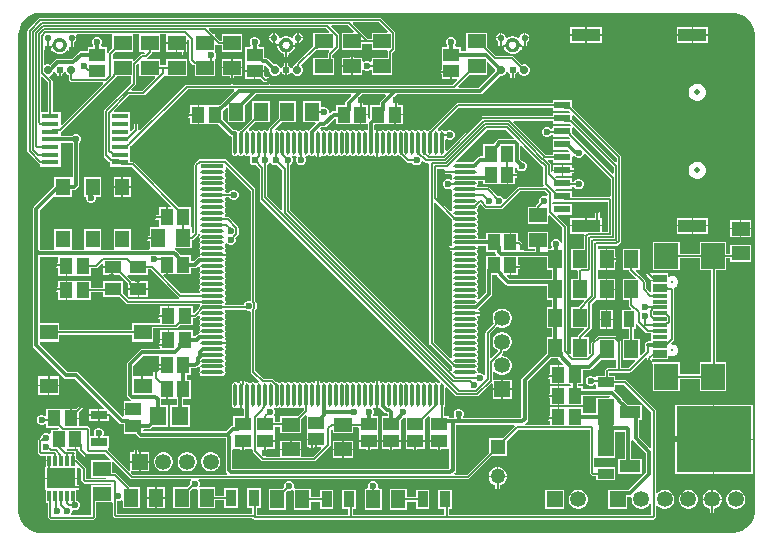
<source format=gbr>
%TF.GenerationSoftware,Altium Limited,Altium Designer,21.9.2 (33)*%
G04 Layer_Physical_Order=1*
G04 Layer_Color=255*
%FSLAX45Y45*%
%MOMM*%
%TF.SameCoordinates,8C9FB855-A7A5-4AEE-82B0-D85B10D48A85*%
%TF.FilePolarity,Positive*%
%TF.FileFunction,Copper,L1,Top,Signal*%
%TF.Part,Single*%
G01*
G75*
%TA.AperFunction,Conductor*%
%ADD10C,0.12700*%
%TA.AperFunction,SMDPad,CuDef*%
%ADD11R,1.50000X1.20000*%
%TA.AperFunction,ConnectorPad*%
%ADD12R,1.15000X0.30000*%
%ADD13R,2.00000X2.18000*%
%ADD14R,1.40000X0.62000*%
%ADD15R,2.40000X1.10000*%
%TA.AperFunction,SMDPad,CuDef*%
%ADD16R,0.90000X1.40000*%
%ADD17R,1.10000X1.35000*%
%ADD18R,1.45000X0.75000*%
%ADD19R,0.25000X0.25000*%
%ADD20C,0.72300*%
%ADD21C,0.56200*%
%ADD22C,0.61200*%
G04:AMPARAMS|DCode=23|XSize=0.31247mm|YSize=1.95524mm|CornerRadius=0.15624mm|HoleSize=0mm|Usage=FLASHONLY|Rotation=0.000|XOffset=0mm|YOffset=0mm|HoleType=Round|Shape=RoundedRectangle|*
%AMROUNDEDRECTD23*
21,1,0.31247,1.64277,0,0,0.0*
21,1,0.00000,1.95524,0,0,0.0*
1,1,0.31247,0.00000,-0.82138*
1,1,0.31247,0.00000,-0.82138*
1,1,0.31247,0.00000,0.82138*
1,1,0.31247,0.00000,0.82138*
%
%ADD23ROUNDEDRECTD23*%
G04:AMPARAMS|DCode=24|XSize=1.95524mm|YSize=0.31247mm|CornerRadius=0.15624mm|HoleSize=0mm|Usage=FLASHONLY|Rotation=0.000|XOffset=0mm|YOffset=0mm|HoleType=Round|Shape=RoundedRectangle|*
%AMROUNDEDRECTD24*
21,1,1.95524,0.00000,0,0,0.0*
21,1,1.64277,0.31247,0,0,0.0*
1,1,0.31247,0.82138,0.00000*
1,1,0.31247,-0.82138,0.00000*
1,1,0.31247,-0.82138,0.00000*
1,1,0.31247,0.82138,0.00000*
%
%ADD24ROUNDEDRECTD24*%
%ADD25R,1.95524X0.31247*%
%ADD26R,1.35000X1.10000*%
%ADD27R,6.35000X5.55000*%
%ADD28R,1.75000X1.00000*%
%ADD29R,1.20000X1.50000*%
%ADD30R,1.55000X1.30000*%
%ADD31R,1.45000X1.05000*%
%ADD32R,1.45490X1.55620*%
%ADD33R,1.20000X1.40000*%
%ADD34R,2.45000X1.70000*%
%ADD35R,0.30000X0.85000*%
%ADD36R,1.40000X0.90000*%
%ADD37R,1.40000X2.20000*%
%ADD38R,1.47500X0.45000*%
%TA.AperFunction,Conductor*%
%ADD39C,0.30000*%
%ADD40R,1.27000X2.15900*%
%TA.AperFunction,ComponentPad*%
%ADD41C,0.32500*%
%ADD42C,0.47500*%
%ADD43R,1.35000X1.35000*%
%ADD44C,1.35000*%
%ADD45R,1.35000X1.35000*%
%ADD46C,1.27500*%
%ADD47R,1.27500X1.27500*%
%TA.AperFunction,ViaPad*%
%ADD48C,0.60000*%
%ADD49C,3.60000*%
G36*
X11708782Y10698419D02*
X11709092Y10698470D01*
X11709400Y10698409D01*
X17563792D01*
X17582114Y10697854D01*
X17618440Y10689476D01*
X17652434Y10674174D01*
X17682790Y10652532D01*
X17708342Y10625384D01*
X17728104Y10593775D01*
X17741319Y10558917D01*
X17747482Y10522148D01*
X17747417Y10519950D01*
X17746909Y10517399D01*
X17746906Y10502819D01*
X17746909Y10502809D01*
X17746909Y6477308D01*
X17746355Y6458986D01*
X17737976Y6422659D01*
X17722673Y6388665D01*
X17701033Y6358309D01*
X17673885Y6332759D01*
X17642274Y6312995D01*
X17607416Y6299779D01*
X17570648Y6293617D01*
X17552017Y6294181D01*
X17551707Y6294129D01*
X17551401Y6294190D01*
X11697007Y6294191D01*
X11678686Y6294746D01*
X11642359Y6303123D01*
X11608365Y6318426D01*
X11578009Y6340067D01*
X11552459Y6367214D01*
X11532695Y6398825D01*
X11519479Y6433684D01*
X11513317Y6470452D01*
X11513881Y6489082D01*
X11513829Y6489392D01*
X11513890Y6489700D01*
X11513891Y10515293D01*
X11514446Y10533613D01*
X11522823Y10569941D01*
X11538126Y10603934D01*
X11559767Y10634290D01*
X11586915Y10659842D01*
X11618525Y10679604D01*
X11653383Y10692821D01*
X11690151Y10698983D01*
X11708782Y10698419D01*
D02*
G37*
%LPC*%
G36*
X17351196Y10578001D02*
X17224847D01*
Y10516652D01*
X17351196D01*
Y10578001D01*
D02*
G37*
G36*
X16451199D02*
X16324849D01*
Y10516652D01*
X16451199D01*
Y10578001D01*
D02*
G37*
G36*
X17212148D02*
X17085797D01*
Y10516652D01*
X17212148D01*
Y10578001D01*
D02*
G37*
G36*
X16312149D02*
X16185799D01*
Y10516652D01*
X16312149D01*
Y10578001D01*
D02*
G37*
G36*
X15806815Y10528150D02*
X15805048D01*
Y10493700D01*
X15839497D01*
Y10495466D01*
X15833287Y10510462D01*
X15821809Y10521939D01*
X15806815Y10528150D01*
D02*
G37*
G36*
X13889119D02*
X13887354D01*
Y10493700D01*
X13921803D01*
Y10495466D01*
X13915591Y10510462D01*
X13904115Y10521939D01*
X13889119Y10528150D01*
D02*
G37*
G36*
X15589352D02*
X15587585D01*
X15572591Y10521939D01*
X15561113Y10510462D01*
X15554903Y10495466D01*
Y10493700D01*
X15589352D01*
Y10528150D01*
D02*
G37*
G36*
X13671652D02*
X13669885D01*
X13654890Y10521939D01*
X13643413Y10510462D01*
X13637202Y10495466D01*
Y10493700D01*
X13671652D01*
Y10528150D01*
D02*
G37*
G36*
X15792348D02*
X15790582D01*
X15775587Y10521939D01*
X15764110Y10510462D01*
X15757898Y10495466D01*
Y10493198D01*
X15746400Y10484375D01*
X15741052Y10484834D01*
X15738422Y10486642D01*
X15738045Y10486722D01*
X15737817Y10487034D01*
X15735095Y10488702D01*
X15734715Y10488762D01*
X15734473Y10489062D01*
X15731667Y10490585D01*
X15731284Y10490625D01*
X15731024Y10490912D01*
X15728143Y10492286D01*
X15727759Y10492306D01*
X15727487Y10492578D01*
X15724538Y10493800D01*
X15724152D01*
X15723865Y10494059D01*
X15720856Y10495124D01*
X15720471Y10495104D01*
X15720172Y10495346D01*
X15717111Y10496253D01*
X15716728Y10496213D01*
X15716415Y10496440D01*
X15713310Y10497185D01*
X15712930Y10497124D01*
X15712607Y10497334D01*
X15709470Y10497916D01*
X15709093Y10497836D01*
X15708759Y10498029D01*
X15705592Y10498445D01*
X15705222Y10498346D01*
X15704877Y10498521D01*
X15701695Y10498771D01*
X15701315Y10498648D01*
X15700951Y10498809D01*
X15697534Y10498892D01*
X15697366Y10498828D01*
X15697200Y10498896D01*
X15697099D01*
X15696935Y10498828D01*
X15696765Y10498892D01*
X15693353Y10498809D01*
X15692990Y10498648D01*
X15692612Y10498771D01*
X15689433Y10498521D01*
X15689090Y10498346D01*
X15688718Y10498446D01*
X15685558Y10498030D01*
X15685223Y10497837D01*
X15684846Y10497917D01*
X15681712Y10497336D01*
X15681390Y10497127D01*
X15681010Y10497187D01*
X15677910Y10496443D01*
X15677599Y10496216D01*
X15677216Y10496257D01*
X15674159Y10495352D01*
X15673860Y10495109D01*
X15673474Y10495129D01*
X15670470Y10494065D01*
X15670184Y10493807D01*
X15669798D01*
X15666853Y10492587D01*
X15666582Y10492315D01*
X15666197Y10492295D01*
X15663321Y10490923D01*
X15663062Y10490636D01*
X15662679Y10490596D01*
X15659877Y10489075D01*
X15659634Y10488776D01*
X15659254Y10488716D01*
X15656537Y10487050D01*
X15656311Y10486738D01*
X15655933Y10486658D01*
X15653307Y10484853D01*
X15647990Y10484414D01*
X15636502Y10493274D01*
Y10495466D01*
X15630290Y10510462D01*
X15618813Y10521939D01*
X15603818Y10528150D01*
X15602052D01*
Y10487350D01*
X15595702D01*
Y10481000D01*
X15554903D01*
Y10479235D01*
X15561113Y10464239D01*
X15572591Y10452761D01*
X15576228Y10451255D01*
Y10388855D01*
X15576176Y10388600D01*
X15577655Y10381167D01*
X15581866Y10374866D01*
X15588167Y10370655D01*
X15595599Y10369177D01*
X15603033Y10370655D01*
X15609335Y10374866D01*
X15618758Y10384289D01*
X15622247Y10385304D01*
X15625716Y10385069D01*
X15634627Y10382197D01*
X15635185Y10381342D01*
X15635500Y10381127D01*
X15635590Y10380757D01*
X15637434Y10378227D01*
X15637759Y10378028D01*
X15637869Y10377663D01*
X15639844Y10375232D01*
X15640179Y10375050D01*
X15640308Y10374690D01*
X15642406Y10372365D01*
X15642749Y10372201D01*
X15642896Y10371850D01*
X15645110Y10369636D01*
X15645462Y10369490D01*
X15645625Y10369147D01*
X15647952Y10367050D01*
X15648312Y10366923D01*
X15648494Y10366586D01*
X15650928Y10364614D01*
X15651291Y10364505D01*
X15651489Y10364181D01*
X15654021Y10362336D01*
X15654391Y10362246D01*
X15654607Y10361932D01*
X15657230Y10360221D01*
X15657603Y10360150D01*
X15657835Y10359847D01*
X15660544Y10358274D01*
X15660922Y10358223D01*
X15661169Y10357932D01*
X15663956Y10356502D01*
X15664336Y10356471D01*
X15664595Y10356194D01*
X15667451Y10354909D01*
X15667833Y10354898D01*
X15668108Y10354634D01*
X15671027Y10353499D01*
X15671408Y10353507D01*
X15671696Y10353258D01*
X15674670Y10352275D01*
X15675050Y10352303D01*
X15675352Y10352070D01*
X15678374Y10351242D01*
X15678751Y10351290D01*
X15679063Y10351072D01*
X15682123Y10350402D01*
X15682498Y10350470D01*
X15682822Y10350269D01*
X15685912Y10349758D01*
X15686282Y10349844D01*
X15686617Y10349660D01*
X15689729Y10349310D01*
X15690096Y10349415D01*
X15690437Y10349249D01*
X15693564Y10349060D01*
X15693903Y10349177D01*
X15694234Y10349036D01*
X15696992Y10349004D01*
X15697070Y10349036D01*
X15697150Y10349003D01*
X15697200Y10349024D01*
X15697250Y10349003D01*
X15697418Y10349073D01*
X15697588Y10349007D01*
X15700978Y10349091D01*
X15701341Y10349252D01*
X15701720Y10349129D01*
X15704900Y10349380D01*
X15705243Y10349554D01*
X15705615Y10349455D01*
X15708778Y10349871D01*
X15709113Y10350064D01*
X15709491Y10349984D01*
X15712628Y10350566D01*
X15712952Y10350775D01*
X15713332Y10350715D01*
X15716434Y10351460D01*
X15716747Y10351686D01*
X15717130Y10351646D01*
X15720189Y10352552D01*
X15720488Y10352795D01*
X15720872Y10352775D01*
X15723882Y10353840D01*
X15724167Y10354098D01*
X15724554D01*
X15727502Y10355319D01*
X15727774Y10355591D01*
X15728159Y10355611D01*
X15731039Y10356985D01*
X15731297Y10357272D01*
X15731680Y10357313D01*
X15734485Y10358835D01*
X15734727Y10359134D01*
X15735107Y10359195D01*
X15737828Y10360862D01*
X15738055Y10361174D01*
X15738432Y10361254D01*
X15741061Y10363062D01*
X15741272Y10363385D01*
X15741644Y10363484D01*
X15744176Y10365427D01*
X15744368Y10365761D01*
X15744736Y10365880D01*
X15747160Y10367952D01*
X15747336Y10368295D01*
X15747694Y10368433D01*
X15750011Y10370630D01*
X15750166Y10370982D01*
X15750520Y10371139D01*
X15752716Y10373454D01*
X15752853Y10373814D01*
X15753198Y10373989D01*
X15755270Y10376415D01*
X15755389Y10376782D01*
X15755724Y10376974D01*
X15757666Y10379506D01*
X15757767Y10379878D01*
X15758089Y10380088D01*
X15759634Y10382337D01*
X15759995Y10382776D01*
X15761253Y10383519D01*
X15770674Y10385442D01*
X15774710Y10384851D01*
X15775449Y10384483D01*
X15785014Y10374917D01*
X15785014Y10374917D01*
X15785066Y10374866D01*
X15791367Y10370655D01*
X15798801Y10369177D01*
X15806233Y10370655D01*
X15812534Y10374866D01*
X15816745Y10381167D01*
X15818224Y10388600D01*
X15818172Y10388855D01*
Y10451255D01*
X15821809Y10452761D01*
X15833287Y10464239D01*
X15839497Y10479235D01*
Y10481000D01*
X15798698D01*
Y10487350D01*
X15792348D01*
Y10528150D01*
D02*
G37*
G36*
X17351196Y10503952D02*
X17224847D01*
Y10442602D01*
X17351196D01*
Y10503952D01*
D02*
G37*
G36*
X17212148D02*
X17085797D01*
Y10442602D01*
X17212148D01*
Y10503952D01*
D02*
G37*
G36*
X16451199D02*
X16324849D01*
Y10442602D01*
X16451199D01*
Y10503952D01*
D02*
G37*
G36*
X16312149D02*
X16185799D01*
Y10442602D01*
X16312149D01*
Y10503952D01*
D02*
G37*
G36*
X12846049Y10436443D02*
X12764700D01*
Y10370094D01*
X12846049D01*
Y10436443D01*
D02*
G37*
G36*
X12940100D02*
X12858749D01*
Y10370094D01*
X12901627D01*
Y10345350D01*
X12903107Y10337917D01*
X12907317Y10331616D01*
X12914867Y10324066D01*
X12921167Y10319855D01*
X12928600Y10318377D01*
X12936034Y10319855D01*
X12942334Y10324066D01*
X12946545Y10330367D01*
X12948022Y10337800D01*
X12946545Y10345233D01*
X12942334Y10351534D01*
X12940472Y10353395D01*
Y10389142D01*
X12940472Y10389143D01*
X12940100Y10391021D01*
Y10436443D01*
D02*
G37*
G36*
X14573643Y10655523D02*
X11698683D01*
X11691250Y10654045D01*
X11684948Y10649834D01*
X11594664Y10559550D01*
X11590454Y10553249D01*
X11588976Y10545816D01*
Y9528583D01*
X11590454Y9521150D01*
X11594664Y9514849D01*
X11684803Y9424710D01*
X11691105Y9420499D01*
X11697448Y9419237D01*
Y9396399D01*
X11870348D01*
Y9461398D01*
Y9526402D01*
Y9598357D01*
X11969356D01*
X11973257Y9594456D01*
Y9315064D01*
X11963898Y9306999D01*
X11818498D01*
Y9232341D01*
X11643930Y9057774D01*
X11637808Y9048611D01*
X11635658Y9037803D01*
X11635658Y9037802D01*
Y8686801D01*
X11635658Y8686800D01*
X11635658Y8686799D01*
Y7881400D01*
X11635658Y7881399D01*
X11637808Y7870591D01*
X11643930Y7861428D01*
X11898228Y7607130D01*
X11907391Y7601008D01*
X11918199Y7598858D01*
X11918200Y7598858D01*
X11992875D01*
X12239299Y7352434D01*
X12234439Y7340701D01*
X12198350D01*
Y7296851D01*
X12279303D01*
X12289900Y7300066D01*
X12292129Y7296729D01*
X12367929Y7220930D01*
X12367929Y7220929D01*
X12377092Y7214807D01*
X12387900Y7212657D01*
X12387901Y7212657D01*
X12403900D01*
Y7133200D01*
X12510162D01*
X12510507Y7131466D01*
X12516629Y7122303D01*
X12534203Y7104730D01*
X12534203Y7104729D01*
X12543366Y7098607D01*
X12554174Y7096457D01*
X12554175Y7096457D01*
X13267628D01*
X13268657Y7095428D01*
Y6824775D01*
X13268657Y6824774D01*
X13270807Y6813966D01*
X13276929Y6804803D01*
X13281476Y6800256D01*
X13276616Y6788523D01*
X12479445D01*
X12464769Y6803200D01*
X12470029Y6815900D01*
X12534951D01*
Y6889750D01*
X12461101D01*
Y6824828D01*
X12448401Y6819568D01*
X12270370Y6997599D01*
X12270971Y7002351D01*
X12274786Y7010299D01*
X12277200D01*
Y7110699D01*
X12240904D01*
X12232419Y7123399D01*
X12234700Y7128906D01*
Y7145894D01*
X12228199Y7161587D01*
X12216187Y7173599D01*
X12200494Y7180100D01*
X12183506D01*
X12167813Y7173599D01*
X12155801Y7161587D01*
X12149300Y7145894D01*
Y7128906D01*
X12151581Y7123399D01*
X12143096Y7110699D01*
X12122523D01*
Y7170410D01*
X12121045Y7177843D01*
X12116834Y7184145D01*
X12109395Y7191584D01*
X12103093Y7195795D01*
X12095660Y7197273D01*
X12024902D01*
Y7258050D01*
X11957202D01*
Y7264400D01*
X11950852D01*
Y7344600D01*
X11889503D01*
X11889503Y7344600D01*
X11884902D01*
Y7344600D01*
X11876803Y7344600D01*
X11749503D01*
Y7289944D01*
X11736803Y7284684D01*
X11733587Y7287899D01*
X11717894Y7294400D01*
X11700906D01*
X11685213Y7287899D01*
X11673201Y7275887D01*
X11666700Y7260194D01*
Y7243206D01*
X11673201Y7227513D01*
X11685213Y7215501D01*
X11700906Y7209000D01*
X11717894D01*
X11733587Y7215501D01*
X11736803Y7218716D01*
X11749503Y7213456D01*
Y7184200D01*
X11852174D01*
X11855737Y7179500D01*
X11849427Y7166800D01*
X11787598D01*
Y7137549D01*
X11774898Y7132289D01*
X11771687Y7135499D01*
X11755994Y7142000D01*
X11739006D01*
X11723313Y7135499D01*
X11711301Y7123487D01*
X11704800Y7107794D01*
Y7097882D01*
X11699997Y7096927D01*
X11693696Y7092717D01*
X11684716Y7083736D01*
X11680505Y7077435D01*
X11679027Y7070002D01*
Y6975392D01*
X11680505Y6967959D01*
X11684716Y6961658D01*
X11692155Y6954218D01*
X11698457Y6950008D01*
X11705890Y6948529D01*
X11746800D01*
Y6912752D01*
X11774500D01*
Y6900052D01*
X11746800D01*
Y6854100D01*
X11739300D01*
Y6762750D01*
X12009700D01*
Y6847089D01*
X12022400Y6852350D01*
X12045577Y6829173D01*
Y6743700D01*
X12047055Y6736267D01*
X12051266Y6729966D01*
X12063966Y6717266D01*
X12070267Y6713055D01*
X12077700Y6711577D01*
X12077701Y6711577D01*
X12298820D01*
X12298912Y6711397D01*
X12291097Y6698696D01*
X12129700D01*
Y6553297D01*
X12129707D01*
Y6442954D01*
X11968234D01*
X11962676Y6455654D01*
X11968000Y6468506D01*
Y6476451D01*
X11980307Y6485100D01*
X11997294D01*
X12012987Y6491601D01*
X12024999Y6503613D01*
X12031500Y6519306D01*
Y6536294D01*
X12024999Y6551987D01*
X12012987Y6563999D01*
X12002200Y6568468D01*
Y6658700D01*
X12009700D01*
Y6660777D01*
X12052300D01*
X12059733Y6662255D01*
X12066034Y6666466D01*
X12070245Y6672767D01*
X12071723Y6680200D01*
X12070245Y6687633D01*
X12066034Y6693934D01*
X12059733Y6698145D01*
X12052300Y6699623D01*
X12009700D01*
Y6750050D01*
X11739300D01*
Y6658700D01*
X11746800D01*
Y6551198D01*
X11763728D01*
Y6430970D01*
X11765207Y6423537D01*
X11769417Y6417236D01*
X11776857Y6409796D01*
X11783158Y6405586D01*
X11790591Y6404107D01*
X12141690D01*
X12149123Y6405586D01*
X12155425Y6409796D01*
X12162864Y6417236D01*
X12167074Y6423537D01*
X12168553Y6430970D01*
Y6553297D01*
X12305100D01*
X12312277Y6543569D01*
Y6446340D01*
X12313755Y6438907D01*
X12317966Y6432605D01*
X12325405Y6425166D01*
X12331707Y6420955D01*
X12339140Y6419477D01*
X13494714D01*
X13494855Y6418767D01*
X13499066Y6412466D01*
X13505367Y6408255D01*
X13512801Y6406777D01*
X16883560D01*
X16890993Y6408255D01*
X16897295Y6412466D01*
X16904733Y6419905D01*
X16908945Y6426207D01*
X16910423Y6433640D01*
Y6524223D01*
X16918736Y6527870D01*
X16923123Y6528358D01*
X16937057Y6514424D01*
X16955345Y6503865D01*
X16975742Y6498400D01*
X16996860D01*
X17017258Y6503865D01*
X17035545Y6514424D01*
X17050478Y6529356D01*
X17061035Y6547644D01*
X17066501Y6568041D01*
Y6589159D01*
X17061035Y6609556D01*
X17050478Y6627844D01*
X17035545Y6642776D01*
X17017258Y6653335D01*
X16996860Y6658800D01*
X16975742D01*
X16955345Y6653335D01*
X16937057Y6642776D01*
X16923123Y6628842D01*
X16918736Y6629330D01*
X16910423Y6632977D01*
Y7327036D01*
X16908945Y7334469D01*
X16904733Y7340771D01*
X16662572Y7582934D01*
X16656268Y7587145D01*
X16648836Y7588623D01*
X16567300D01*
Y7626900D01*
X16516724D01*
Y7651377D01*
X16687801D01*
X16695233Y7652855D01*
X16701534Y7657066D01*
X16777254Y7732785D01*
X16777972Y7733265D01*
X16824307Y7779597D01*
X16832651Y7776656D01*
X16836407Y7773737D01*
Y7743123D01*
X16834946Y7735768D01*
X16836424Y7728335D01*
X16840634Y7722034D01*
X16846935Y7717824D01*
X16854369Y7716345D01*
X16861801Y7717824D01*
X16868102Y7722034D01*
X16869565Y7723497D01*
X16872841Y7728399D01*
X16873776Y7729798D01*
X16874397Y7730622D01*
X16887099Y7728756D01*
Y7726352D01*
X16887099Y7725998D01*
Y7495298D01*
X17112498D01*
Y7597575D01*
X17280103D01*
Y7495298D01*
X17505502D01*
Y7738698D01*
X17418423D01*
Y8517302D01*
X17505502D01*
Y8619579D01*
X17539900D01*
Y8588700D01*
X17715300D01*
Y8734100D01*
X17539900D01*
Y8658425D01*
X17505502D01*
Y8760702D01*
X17280103D01*
Y8658425D01*
X17112498D01*
Y8760702D01*
X16887099D01*
Y8517302D01*
X17112498D01*
Y8619579D01*
X17280103D01*
Y8517302D01*
X17379578D01*
Y7738698D01*
X17280103D01*
Y7636421D01*
X17112498D01*
Y7738698D01*
X16897231D01*
X16887955Y7738698D01*
X16887099Y7738699D01*
X16875513Y7740720D01*
X16875253Y7744798D01*
X16875255Y7740765D01*
X16875255D01*
X16875253Y7745449D01*
Y7765299D01*
X16935948D01*
Y7792999D01*
X16948648D01*
Y7765299D01*
X17012498D01*
Y7787630D01*
X17015118Y7790250D01*
X17025198Y7795070D01*
X17039854Y7788999D01*
X17059746D01*
X17078123Y7796611D01*
X17092189Y7810676D01*
X17099802Y7829053D01*
Y7848944D01*
X17092189Y7867322D01*
X17078123Y7881387D01*
X17059746Y7888999D01*
X17046227D01*
X17040965Y7901699D01*
X17057983Y7918716D01*
X17062193Y7925018D01*
X17063670Y7932450D01*
Y8349163D01*
X17063670Y8349166D01*
X17063670Y8349169D01*
X17062920Y8352939D01*
X17062193Y8356595D01*
X17062201Y8356636D01*
X17065408Y8366949D01*
X17067902Y8370378D01*
X17067906Y8370381D01*
X17078123Y8374613D01*
X17092189Y8388678D01*
X17099802Y8407056D01*
Y8426947D01*
X17092189Y8445324D01*
X17078123Y8459389D01*
X17059746Y8467001D01*
X17039854D01*
X17025198Y8460930D01*
X17012498Y8467003D01*
Y8490701D01*
X16948648D01*
Y8463001D01*
X16935948D01*
Y8490701D01*
X16876608D01*
X16869119Y8499430D01*
X16868301Y8501828D01*
X16867197Y8507380D01*
X16862987Y8513682D01*
X16862987Y8513682D01*
X16853934Y8522734D01*
X16847633Y8526945D01*
X16840199Y8528423D01*
X16832767Y8526945D01*
X16826466Y8522734D01*
X16822255Y8516433D01*
X16820776Y8509000D01*
X16822255Y8501567D01*
X16826466Y8495266D01*
X16829829Y8491902D01*
Y8483544D01*
X16831308Y8476111D01*
X16835518Y8469810D01*
X16865981Y8439348D01*
X16942297D01*
Y8426648D01*
X16872098D01*
Y8338427D01*
X16859398Y8333166D01*
X16827280Y8365286D01*
Y8414588D01*
X16825800Y8422021D01*
X16821590Y8428322D01*
X16738747Y8511167D01*
X16743607Y8522900D01*
X16776604D01*
Y8698300D01*
X16631204D01*
Y8522900D01*
X16684480D01*
Y8518540D01*
X16685959Y8511107D01*
X16690169Y8504806D01*
X16738942Y8456033D01*
X16734082Y8444300D01*
X16631204D01*
Y8268900D01*
X16684480D01*
Y8221838D01*
X16685959Y8214405D01*
X16690169Y8208103D01*
X16701241Y8197033D01*
X16696379Y8185300D01*
X16623502D01*
Y8019900D01*
X16684476D01*
Y7936300D01*
X16631200D01*
Y7760900D01*
X16732471D01*
X16737732Y7748200D01*
X16679755Y7690223D01*
X16615694D01*
Y7908170D01*
X16615694Y7908171D01*
X16614217Y7915604D01*
X16610005Y7921906D01*
X16610005Y7921906D01*
X16575526Y7956384D01*
X16569225Y7960595D01*
X16561792Y7962073D01*
X16426012D01*
X16418578Y7960595D01*
X16412276Y7956384D01*
X16367566Y7911675D01*
X16363356Y7905373D01*
X16361877Y7897940D01*
Y7820005D01*
X16353133Y7811261D01*
X16341400Y7816121D01*
Y7949000D01*
X16308401D01*
X16303542Y7960733D01*
X16361482Y8018675D01*
X16361484Y8018675D01*
X16365694Y8024977D01*
X16367172Y8032410D01*
X16367172Y8032411D01*
Y8229744D01*
X16408502Y8271072D01*
X16421202Y8268900D01*
X16423579Y8268900D01*
X16487550D01*
Y8356600D01*
Y8444300D01*
X16421202Y8444300D01*
X16417973Y8455663D01*
Y8511537D01*
X16421202Y8522900D01*
X16430673Y8522900D01*
X16487550D01*
Y8610600D01*
Y8698300D01*
X16421202Y8698300D01*
X16417973Y8709663D01*
Y8725629D01*
X16576584D01*
X16584016Y8727108D01*
X16590318Y8731318D01*
X16612634Y8753635D01*
X16616846Y8759936D01*
X16618323Y8767369D01*
Y9474200D01*
X16616846Y9481633D01*
X16612634Y9487934D01*
X16201199Y9899369D01*
Y9957000D01*
X16035800D01*
Y9932723D01*
X15234413D01*
X15234412Y9932723D01*
X15226979Y9931245D01*
X15220679Y9927034D01*
X15220677Y9927033D01*
X15000180Y9706531D01*
X14999001Y9706766D01*
X14987949Y9704568D01*
X14982809Y9701134D01*
X14974001Y9699274D01*
X14965193Y9701134D01*
X14960054Y9704568D01*
X14949002Y9706766D01*
X14937952Y9704568D01*
X14932808Y9701131D01*
X14924001Y9699274D01*
X14915195Y9701131D01*
X14910051Y9704568D01*
X14899001Y9706766D01*
X14887949Y9704568D01*
X14882809Y9701134D01*
X14874001Y9699274D01*
X14865195Y9701134D01*
X14860054Y9704568D01*
X14849004Y9706766D01*
X14837952Y9704568D01*
X14832808Y9701131D01*
X14824001Y9699274D01*
X14815195Y9701131D01*
X14810051Y9704568D01*
X14799001Y9706766D01*
X14787949Y9704568D01*
X14782806Y9701131D01*
X14773999Y9699274D01*
X14765192Y9701131D01*
X14760049Y9704568D01*
X14748997Y9706766D01*
X14737946Y9704568D01*
X14732806Y9701134D01*
X14723999Y9699274D01*
X14715192Y9701134D01*
X14710052Y9704568D01*
X14699001Y9706766D01*
X14687949Y9704568D01*
X14682806Y9701131D01*
X14673999Y9699274D01*
X14665192Y9701131D01*
X14660049Y9704568D01*
X14648997Y9706766D01*
X14637947Y9704568D01*
X14632806Y9701134D01*
X14623999Y9699274D01*
X14615192Y9701134D01*
X14610052Y9704568D01*
X14599001Y9706766D01*
X14587949Y9704568D01*
X14582806Y9701131D01*
X14573999Y9699274D01*
X14565193Y9701131D01*
X14560049Y9704568D01*
X14555348Y9705503D01*
Y9595749D01*
X14542648D01*
Y9705503D01*
X14539944Y9704965D01*
X14533382Y9708032D01*
X14527243Y9712690D01*
Y9745639D01*
X14537708Y9756102D01*
X14620003D01*
X14628104Y9756102D01*
X14640804Y9756102D01*
X14694052D01*
Y9836302D01*
X14700401D01*
Y9842652D01*
X14768102D01*
Y9916502D01*
X14726022D01*
Y9956800D01*
X14724545Y9964233D01*
X14720334Y9970534D01*
X14714034Y9974745D01*
X14706599Y9976223D01*
X14701263Y9975162D01*
X14696317Y9980506D01*
X14693777Y9985636D01*
X14716949Y10008807D01*
X15423997D01*
X15423999Y10008807D01*
X15434807Y10010957D01*
X15443970Y10017079D01*
X15591690Y10164800D01*
X15610315D01*
X15628270Y10172237D01*
X15642012Y10185979D01*
X15645030Y10193265D01*
X15658775Y10193265D01*
X15660492Y10189122D01*
X15672672Y10176942D01*
X15677777Y10174828D01*
Y10121900D01*
X15679256Y10114467D01*
X15683466Y10108166D01*
X15689767Y10103955D01*
X15697200Y10102477D01*
X15704633Y10103955D01*
X15710934Y10108166D01*
X15715144Y10114467D01*
X15716623Y10121900D01*
Y10174828D01*
X15721729Y10176942D01*
X15733908Y10189122D01*
X15735625Y10193265D01*
X15749370Y10193265D01*
X15752388Y10185979D01*
X15766130Y10172237D01*
X15784085Y10164800D01*
X15803519D01*
X15821474Y10172237D01*
X15835214Y10185979D01*
X15842651Y10203933D01*
Y10223367D01*
X15835214Y10241321D01*
X15821474Y10255063D01*
X15803519Y10262500D01*
X15784085D01*
X15775836Y10259083D01*
X15707735Y10327185D01*
X15701433Y10331395D01*
X15694000Y10332874D01*
X15557494D01*
X15480099Y10410267D01*
Y10528198D01*
X15304700D01*
Y10382799D01*
X15298795Y10372545D01*
X15256700D01*
Y10412002D01*
X15214749D01*
X15209489Y10424702D01*
X15212698Y10427913D01*
X15219200Y10443606D01*
Y10460594D01*
X15212698Y10476287D01*
X15200687Y10488299D01*
X15184995Y10494800D01*
X15168005D01*
X15152313Y10488299D01*
X15140302Y10476287D01*
X15133800Y10460594D01*
Y10443606D01*
X15140302Y10427913D01*
X15143510Y10424702D01*
X15138251Y10412002D01*
X15096300D01*
Y10276603D01*
X15096300D01*
Y10271997D01*
X15096300D01*
Y10217523D01*
X15062199D01*
X15054767Y10216045D01*
X15048466Y10211834D01*
X15044255Y10205533D01*
X15042776Y10198100D01*
X15044255Y10190667D01*
X15048466Y10184366D01*
X15054767Y10180155D01*
X15062199Y10178677D01*
X15096300D01*
Y10136598D01*
X15170151D01*
Y10204298D01*
X15182851D01*
Y10136598D01*
X15224438D01*
X15229298Y10124864D01*
X15194958Y10090523D01*
X13647559D01*
X13647125Y10090834D01*
X13647224Y10102834D01*
X13647369Y10104047D01*
X13647881Y10104388D01*
X13653534Y10108166D01*
X13657745Y10114467D01*
X13659222Y10121900D01*
X13657745Y10129333D01*
X13653534Y10135634D01*
X13644484Y10144685D01*
X13638184Y10148895D01*
X13630750Y10150373D01*
X13606699D01*
X13592999Y10164071D01*
Y10197953D01*
X13519150D01*
Y10136603D01*
X13565530D01*
X13584918Y10117216D01*
X13591219Y10113006D01*
X13598653Y10111527D01*
X13622704D01*
X13626067Y10108166D01*
X13631657Y10104430D01*
X13632230Y10104047D01*
X13632376Y10102834D01*
X13632475Y10090834D01*
X13632040Y10090523D01*
X13327303D01*
X13326071Y10103035D01*
X13328542Y10103656D01*
X13329733Y10103955D01*
X13330380Y10104388D01*
X13336034Y10108166D01*
X13340245Y10114467D01*
X13341724Y10121900D01*
Y10160097D01*
X13410001D01*
Y10226446D01*
X13322301D01*
X13234599D01*
Y10160097D01*
X13302876D01*
Y10121900D01*
X13304355Y10114467D01*
X13308566Y10108166D01*
X13314157Y10104430D01*
X13314867Y10103955D01*
X13315990Y10103673D01*
X13318529Y10103035D01*
X13317297Y10090523D01*
X12939194D01*
X12931760Y10089045D01*
X12925459Y10084834D01*
X12540591Y9699967D01*
X12528887Y9706223D01*
X12528923Y9706406D01*
Y9779000D01*
X12527445Y9786433D01*
X12523234Y9792734D01*
X12516933Y9796945D01*
X12509500Y9798423D01*
X12502067Y9796945D01*
X12495766Y9792734D01*
X12491555Y9786433D01*
X12490077Y9779000D01*
Y9714451D01*
X12469685Y9694059D01*
X12457952Y9698920D01*
Y9786401D01*
Y9856801D01*
X12327573D01*
X12322712Y9868534D01*
X12453329Y9999150D01*
X12571518D01*
X12578951Y10000629D01*
X12585252Y10004839D01*
X12751834Y10171421D01*
X12752000Y10171669D01*
X12764700Y10167817D01*
Y10160097D01*
X12940100D01*
Y10305496D01*
X12764700D01*
Y10252220D01*
X12711500D01*
Y10305496D01*
X12609427D01*
X12605574Y10318196D01*
X12606003Y10318483D01*
X12637534Y10350014D01*
X12641745Y10356315D01*
X12643223Y10363748D01*
Y10370099D01*
X12711500D01*
Y10515077D01*
X12764700D01*
Y10449143D01*
X12940100D01*
Y10472972D01*
X12951833Y10477833D01*
X12960747Y10468919D01*
Y10298924D01*
X12962225Y10291491D01*
X12966435Y10285190D01*
X12993355Y10258271D01*
X12999657Y10254060D01*
X13006000Y10252798D01*
Y10160097D01*
X13181400D01*
Y10305496D01*
X13181400Y10305496D01*
X13182422Y10317773D01*
X13187199Y10329306D01*
Y10346294D01*
X13182423Y10357823D01*
X13181400Y10370099D01*
X13181400Y10370099D01*
X13181400Y10370099D01*
Y10425337D01*
X13193134Y10430197D01*
X13194266Y10429064D01*
X13200568Y10424854D01*
X13208000Y10423375D01*
X13234599D01*
Y10370099D01*
X13410001D01*
Y10515498D01*
X13234599D01*
Y10462222D01*
X13216045D01*
X13181400Y10496867D01*
Y10515498D01*
X13162769D01*
X13124123Y10554144D01*
X13128984Y10565877D01*
X14121092D01*
X14147038Y10539930D01*
X14142178Y10528197D01*
X14009300D01*
Y10416709D01*
X14007613Y10415581D01*
X13868922Y10276891D01*
X13864713Y10270590D01*
X13863232Y10263157D01*
Y10261195D01*
X13848430Y10255063D01*
X13834688Y10241321D01*
X13831670Y10234035D01*
X13817924Y10234035D01*
X13816208Y10238177D01*
X13804028Y10250358D01*
X13798923Y10252472D01*
Y10299699D01*
X13798923Y10299700D01*
X13798872Y10299953D01*
Y10339244D01*
X13798996Y10341980D01*
X13803172Y10352775D01*
X13806181Y10353840D01*
X13806467Y10354098D01*
X13806854D01*
X13809802Y10355319D01*
X13810074Y10355591D01*
X13810458Y10355611D01*
X13813339Y10356985D01*
X13813597Y10357272D01*
X13813982Y10357313D01*
X13816785Y10358835D01*
X13817027Y10359134D01*
X13817407Y10359195D01*
X13820128Y10360862D01*
X13820355Y10361174D01*
X13820732Y10361254D01*
X13823363Y10363062D01*
X13823572Y10363385D01*
X13823944Y10363484D01*
X13826476Y10365427D01*
X13826668Y10365761D01*
X13827036Y10365880D01*
X13829462Y10367952D01*
X13829636Y10368295D01*
X13829996Y10368433D01*
X13832310Y10370630D01*
X13832468Y10370982D01*
X13832820Y10371139D01*
X13835016Y10373454D01*
X13835155Y10373814D01*
X13835498Y10373989D01*
X13837570Y10376415D01*
X13837689Y10376782D01*
X13838023Y10376974D01*
X13839966Y10379506D01*
X13840067Y10379878D01*
X13840388Y10380088D01*
X13842197Y10382718D01*
X13842278Y10383095D01*
X13842587Y10383322D01*
X13844257Y10386042D01*
X13844316Y10386423D01*
X13844615Y10386665D01*
X13846138Y10389470D01*
X13846178Y10389853D01*
X13846465Y10390112D01*
X13847838Y10392992D01*
X13847859Y10393376D01*
X13848131Y10393648D01*
X13848515Y10394577D01*
X13881099D01*
X13881100Y10394577D01*
X13888533Y10396055D01*
X13894833Y10400266D01*
X13899045Y10406567D01*
X13900523Y10414000D01*
X13900475Y10414244D01*
Y10451254D01*
X13904115Y10452761D01*
X13915591Y10464239D01*
X13921803Y10479235D01*
Y10481000D01*
X13881003D01*
Y10487350D01*
X13874654D01*
Y10528150D01*
X13872888D01*
X13857892Y10521939D01*
X13846416Y10510462D01*
X13840202Y10495466D01*
Y10493192D01*
X13828705Y10484373D01*
X13823352Y10484834D01*
X13820721Y10486642D01*
X13820345Y10486722D01*
X13820117Y10487034D01*
X13817395Y10488702D01*
X13817015Y10488762D01*
X13816772Y10489062D01*
X13813966Y10490585D01*
X13813583Y10490625D01*
X13813324Y10490912D01*
X13810443Y10492286D01*
X13810059Y10492306D01*
X13809787Y10492578D01*
X13806837Y10493800D01*
X13806451D01*
X13806165Y10494059D01*
X13803156Y10495124D01*
X13802771Y10495104D01*
X13802472Y10495346D01*
X13799411Y10496253D01*
X13799028Y10496213D01*
X13798717Y10496440D01*
X13795612Y10497185D01*
X13795230Y10497124D01*
X13794907Y10497334D01*
X13791769Y10497916D01*
X13791393Y10497836D01*
X13791058Y10498029D01*
X13787894Y10498445D01*
X13787521Y10498346D01*
X13787177Y10498521D01*
X13783995Y10498771D01*
X13783615Y10498648D01*
X13783250Y10498809D01*
X13779834Y10498892D01*
X13779666Y10498828D01*
X13779500Y10498896D01*
X13779401D01*
X13779234Y10498828D01*
X13779065Y10498892D01*
X13775655Y10498809D01*
X13775290Y10498648D01*
X13774911Y10498771D01*
X13771735Y10498521D01*
X13771390Y10498346D01*
X13771017Y10498446D01*
X13767857Y10498030D01*
X13767523Y10497837D01*
X13767146Y10497917D01*
X13764014Y10497336D01*
X13763690Y10497127D01*
X13763310Y10497187D01*
X13760210Y10496443D01*
X13759898Y10496216D01*
X13759515Y10496257D01*
X13756461Y10495352D01*
X13756160Y10495109D01*
X13755774Y10495129D01*
X13752769Y10494065D01*
X13752484Y10493807D01*
X13752100D01*
X13749155Y10492587D01*
X13748882Y10492315D01*
X13748497Y10492295D01*
X13745621Y10490923D01*
X13745361Y10490636D01*
X13744978Y10490596D01*
X13742177Y10489075D01*
X13741936Y10488776D01*
X13741554Y10488716D01*
X13738837Y10487050D01*
X13738611Y10486738D01*
X13738232Y10486658D01*
X13735606Y10484853D01*
X13730292Y10484414D01*
X13718802Y10493274D01*
Y10495466D01*
X13712590Y10510462D01*
X13701112Y10521939D01*
X13686118Y10528150D01*
X13684352D01*
Y10487350D01*
X13678001D01*
Y10481000D01*
X13637202D01*
Y10479235D01*
X13643413Y10464239D01*
X13654890Y10452761D01*
X13658528Y10451255D01*
Y10414255D01*
X13658476Y10414000D01*
X13659955Y10406567D01*
X13664166Y10400266D01*
X13670467Y10396055D01*
X13677901Y10394577D01*
X13685333Y10396055D01*
X13691634Y10400266D01*
X13694633Y10403265D01*
X13701329Y10402585D01*
X13709042Y10397757D01*
X13710179Y10394839D01*
X13710443Y10394564D01*
X13710454Y10394183D01*
X13711742Y10391328D01*
X13712019Y10391066D01*
X13712050Y10390687D01*
X13713483Y10387902D01*
X13713773Y10387655D01*
X13713824Y10387276D01*
X13715399Y10384569D01*
X13715701Y10384339D01*
X13715771Y10383965D01*
X13717485Y10381342D01*
X13717799Y10381127D01*
X13717889Y10380757D01*
X13719736Y10378227D01*
X13720061Y10378028D01*
X13720169Y10377663D01*
X13722144Y10375232D01*
X13722479Y10375050D01*
X13722607Y10374690D01*
X13724706Y10372365D01*
X13725049Y10372201D01*
X13725195Y10371850D01*
X13727409Y10369636D01*
X13727762Y10369490D01*
X13727925Y10369147D01*
X13730252Y10367050D01*
X13730612Y10366923D01*
X13730794Y10366586D01*
X13733228Y10364614D01*
X13733591Y10364505D01*
X13733789Y10364181D01*
X13736320Y10362336D01*
X13736691Y10362246D01*
X13736906Y10361932D01*
X13739529Y10360221D01*
X13739903Y10360150D01*
X13740137Y10359847D01*
X13742844Y10358274D01*
X13743222Y10358223D01*
X13743469Y10357932D01*
X13746255Y10356502D01*
X13746635Y10356471D01*
X13746895Y10356194D01*
X13749751Y10354909D01*
X13750133Y10354898D01*
X13750407Y10354634D01*
X13753326Y10353499D01*
X13758771Y10345349D01*
X13760027Y10340514D01*
Y10299750D01*
X13760077Y10299499D01*
Y10252472D01*
X13754971Y10250358D01*
X13742792Y10238177D01*
X13741080Y10234041D01*
X13727332Y10234041D01*
X13724316Y10241321D01*
X13710574Y10255063D01*
X13692621Y10262500D01*
X13673994D01*
X13629523Y10306974D01*
X13620358Y10313096D01*
X13609550Y10315246D01*
X13609550Y10315246D01*
X13594298D01*
X13592999Y10316544D01*
Y10412002D01*
X13551048D01*
X13545789Y10424702D01*
X13548999Y10427913D01*
X13555499Y10443606D01*
Y10460594D01*
X13548999Y10476287D01*
X13536987Y10488299D01*
X13521294Y10494800D01*
X13504306D01*
X13488612Y10488299D01*
X13476601Y10476287D01*
X13470100Y10460594D01*
Y10443606D01*
X13476601Y10427913D01*
X13479811Y10424702D01*
X13474551Y10412002D01*
X13432600D01*
Y10284703D01*
X13432600Y10276603D01*
X13432600D01*
Y10272002D01*
X13432600D01*
Y10210653D01*
X13512801D01*
X13592999D01*
Y10245652D01*
X13605701Y10250912D01*
X13634055Y10222558D01*
Y10203933D01*
X13641492Y10185979D01*
X13655232Y10172237D01*
X13673187Y10164800D01*
X13692621D01*
X13710574Y10172237D01*
X13724316Y10185979D01*
X13727332Y10193259D01*
X13741080Y10193259D01*
X13742792Y10189122D01*
X13754971Y10176942D01*
X13770888Y10170350D01*
X13773151D01*
Y10213650D01*
X13785851D01*
Y10170350D01*
X13788113D01*
X13804028Y10176942D01*
X13816208Y10189122D01*
X13817924Y10193265D01*
X13831670Y10193265D01*
X13834688Y10185979D01*
X13848430Y10172237D01*
X13866385Y10164800D01*
X13885818D01*
X13903773Y10172237D01*
X13917514Y10185979D01*
X13924951Y10203933D01*
Y10223367D01*
X13917514Y10241321D01*
X13903773Y10255063D01*
X13903484Y10256515D01*
X14029391Y10382424D01*
X14043350D01*
X14045227Y10382797D01*
X14142178D01*
X14147038Y10371064D01*
X14139217Y10363241D01*
X14135007Y10356939D01*
X14133527Y10349506D01*
Y10318200D01*
X14009300D01*
Y10172800D01*
X14184700D01*
Y10318200D01*
X14172372D01*
Y10341461D01*
X14193623Y10362712D01*
X14193625Y10362713D01*
X14225034Y10394122D01*
X14229245Y10400423D01*
X14230724Y10407856D01*
Y10503138D01*
X14229245Y10510571D01*
X14225034Y10516872D01*
X14162363Y10579544D01*
X14167223Y10591277D01*
X14302049D01*
X14353397Y10539932D01*
X14348535Y10528198D01*
X14250600D01*
Y10382799D01*
X14425999D01*
Y10436075D01*
X14504601D01*
Y10382804D01*
X14636523D01*
X14643311Y10370104D01*
X14643005Y10369646D01*
X14641527Y10362213D01*
Y10318201D01*
X14504601D01*
Y10287947D01*
X14491901Y10282686D01*
X14489487Y10285099D01*
X14473795Y10291600D01*
X14456805D01*
X14441113Y10285099D01*
X14438699Y10282686D01*
X14425999Y10287947D01*
Y10318196D01*
X14357722D01*
Y10350500D01*
X14356245Y10357933D01*
X14352034Y10364234D01*
X14345734Y10368445D01*
X14338300Y10369923D01*
X14330867Y10368445D01*
X14324567Y10364234D01*
X14320355Y10357933D01*
X14318877Y10350500D01*
Y10318196D01*
X14250600D01*
Y10251846D01*
X14338300D01*
Y10245496D01*
X14344650D01*
Y10172797D01*
X14425999D01*
Y10209853D01*
X14438699Y10215114D01*
X14441113Y10212701D01*
X14456805Y10206200D01*
X14473795D01*
X14489487Y10212701D01*
X14491901Y10215114D01*
X14504601Y10209853D01*
Y10172802D01*
X14680000D01*
Y10297274D01*
X14680373Y10299152D01*
X14680373Y10299153D01*
Y10354167D01*
X14700082Y10373877D01*
X14704294Y10380179D01*
X14705772Y10387612D01*
X14705772Y10387613D01*
Y10523394D01*
X14704294Y10530827D01*
X14700082Y10537129D01*
X14700082Y10537129D01*
X14587376Y10649834D01*
X14581076Y10654045D01*
X14573643Y10655523D01*
D02*
G37*
G36*
X13410001Y10305496D02*
X13328650D01*
Y10239146D01*
X13410001D01*
Y10305496D01*
D02*
G37*
G36*
X13315950D02*
X13234599D01*
Y10239146D01*
X13315950D01*
Y10305496D01*
D02*
G37*
G36*
X14331950Y10239146D02*
X14250600D01*
Y10172797D01*
X14331950D01*
Y10239146D01*
D02*
G37*
G36*
X13506450Y10197953D02*
X13432600D01*
Y10136603D01*
X13506450D01*
Y10197953D01*
D02*
G37*
G36*
X17270044Y10095802D02*
X17250954D01*
X17232515Y10090861D01*
X17215984Y10081317D01*
X17202486Y10067818D01*
X17192940Y10051286D01*
X17187999Y10032847D01*
Y10013757D01*
X17192940Y9995318D01*
X17202486Y9978786D01*
X17215984Y9965288D01*
X17232515Y9955743D01*
X17250954Y9950802D01*
X17270044D01*
X17288483Y9955743D01*
X17305016Y9965288D01*
X17318513Y9978786D01*
X17328058Y9995318D01*
X17332999Y10013757D01*
Y10032847D01*
X17328058Y10051286D01*
X17318513Y10067818D01*
X17305016Y10081317D01*
X17288483Y10090861D01*
X17270044Y10095802D01*
D02*
G37*
G36*
X14768102Y9829952D02*
X14706752D01*
Y9756102D01*
X14768102D01*
Y9829952D01*
D02*
G37*
G36*
X17270044Y9435804D02*
X17250954D01*
X17232515Y9430863D01*
X17215984Y9421318D01*
X17202486Y9407820D01*
X17192940Y9391288D01*
X17187999Y9372848D01*
Y9353759D01*
X17192940Y9335320D01*
X17202486Y9318788D01*
X17215984Y9305289D01*
X17232515Y9295744D01*
X17250954Y9290804D01*
X17270044D01*
X17288483Y9295744D01*
X17305016Y9305289D01*
X17318513Y9318788D01*
X17328058Y9335320D01*
X17332999Y9353759D01*
Y9372848D01*
X17328058Y9391288D01*
X17318513Y9407820D01*
X17305016Y9421318D01*
X17288483Y9430863D01*
X17270044Y9435804D01*
D02*
G37*
G36*
X17351196Y8963003D02*
X17224847D01*
Y8901654D01*
X17351196D01*
Y8963003D01*
D02*
G37*
G36*
X17212148D02*
X17085797D01*
Y8901654D01*
X17212148D01*
Y8963003D01*
D02*
G37*
G36*
X17715300Y8944100D02*
X17633949D01*
Y8877750D01*
X17715300D01*
Y8944100D01*
D02*
G37*
G36*
X17621249D02*
X17539900D01*
Y8877750D01*
X17621249D01*
Y8944100D01*
D02*
G37*
G36*
X17351196Y8888954D02*
X17224847D01*
Y8827604D01*
X17351196D01*
Y8888954D01*
D02*
G37*
G36*
X17212148D02*
X17085797D01*
Y8827604D01*
X17212148D01*
Y8888954D01*
D02*
G37*
G36*
X17715300Y8865050D02*
X17633949D01*
Y8798700D01*
X17715300D01*
Y8865050D01*
D02*
G37*
G36*
X17621249D02*
X17539900D01*
Y8798700D01*
X17621249D01*
Y8865050D01*
D02*
G37*
G36*
X16500250Y8698300D02*
Y8610600D01*
Y8522900D01*
X16566602D01*
Y8591177D01*
X16598900D01*
X16606332Y8592655D01*
X16612634Y8596866D01*
X16616846Y8603167D01*
X16618323Y8610600D01*
X16616846Y8618033D01*
X16612634Y8624334D01*
X16606332Y8628545D01*
X16598900Y8630023D01*
X16566602D01*
Y8698300D01*
X16500250D01*
D02*
G37*
G36*
Y8444300D02*
Y8362950D01*
X16566602D01*
Y8444300D01*
X16500250D01*
D02*
G37*
G36*
X16566602Y8350250D02*
X16500250D01*
Y8268900D01*
X16566602D01*
Y8350250D01*
D02*
G37*
G36*
X16548898Y8185300D02*
X16497549D01*
Y8108950D01*
X16548898D01*
Y8185300D01*
D02*
G37*
G36*
X16484850D02*
X16433499D01*
Y8108950D01*
X16484850D01*
Y8185300D01*
D02*
G37*
G36*
X16548898Y8096250D02*
X16497549D01*
Y8019900D01*
X16548898D01*
Y8096250D01*
D02*
G37*
G36*
X16484850D02*
X16433499D01*
Y8019900D01*
X16484850D01*
Y8096250D01*
D02*
G37*
G36*
X11772900Y7664823D02*
X11765467Y7663345D01*
X11759166Y7659134D01*
X11754955Y7652833D01*
X11753477Y7645400D01*
Y7618899D01*
X11678900D01*
Y7547549D01*
X11859300D01*
Y7618899D01*
X11792323D01*
Y7645400D01*
X11790845Y7652833D01*
X11786634Y7659134D01*
X11780333Y7663345D01*
X11772900Y7664823D01*
D02*
G37*
G36*
X11859300Y7534849D02*
X11775450D01*
Y7463499D01*
X11859300D01*
Y7534849D01*
D02*
G37*
G36*
X11762750D02*
X11678900D01*
Y7463499D01*
X11762750D01*
Y7534849D01*
D02*
G37*
G36*
X12185650Y7340701D02*
X12106800D01*
Y7296851D01*
X12185650D01*
Y7340701D01*
D02*
G37*
G36*
X12052300Y7398123D02*
X12044867Y7396645D01*
X12038566Y7392434D01*
X12034355Y7386133D01*
X12033210Y7380376D01*
X11997434Y7344600D01*
X11963552D01*
Y7270750D01*
X12024902D01*
Y7317131D01*
X12066034Y7358263D01*
X12066034Y7358263D01*
X12070245Y7364565D01*
X12071723Y7371997D01*
X12071723Y7371999D01*
Y7378700D01*
X12070245Y7386133D01*
X12066034Y7392434D01*
X12059733Y7396645D01*
X12052300Y7398123D01*
D02*
G37*
G36*
X12277200Y7284151D02*
X12106800D01*
Y7240301D01*
X12172577D01*
Y7213600D01*
X12174055Y7206167D01*
X12178266Y7199866D01*
X12184567Y7195655D01*
X12192000Y7194177D01*
X12199433Y7195655D01*
X12205734Y7199866D01*
X12209945Y7206167D01*
X12211423Y7213600D01*
Y7240301D01*
X12277200D01*
Y7284151D01*
D02*
G37*
G36*
X17729201Y7376800D02*
X17405350D01*
Y7092950D01*
X17729201D01*
Y7376800D01*
D02*
G37*
G36*
X12621501Y6976300D02*
X12547651D01*
Y6902450D01*
X12621501D01*
Y6976300D01*
D02*
G37*
G36*
X12509500Y7042523D02*
X12502067Y7041045D01*
X12495766Y7036834D01*
X12491555Y7030533D01*
X12490077Y7023100D01*
Y6976300D01*
X12461101D01*
Y6902450D01*
X12534951D01*
Y6976300D01*
X12528923D01*
Y7023100D01*
X12527445Y7030533D01*
X12523234Y7036834D01*
X12516933Y7041045D01*
X12509500Y7042523D01*
D02*
G37*
G36*
X13151859Y6976300D02*
X13130740D01*
X13110344Y6970835D01*
X13092056Y6960276D01*
X13077122Y6945344D01*
X13066565Y6927056D01*
X13061099Y6906659D01*
Y6885541D01*
X13066565Y6865144D01*
X13077122Y6846856D01*
X13092056Y6831924D01*
X13110344Y6821365D01*
X13130740Y6815900D01*
X13151859D01*
X13172256Y6821365D01*
X13190544Y6831924D01*
X13205476Y6846856D01*
X13216034Y6865144D01*
X13221500Y6885541D01*
Y6906659D01*
X13216034Y6927056D01*
X13205476Y6945344D01*
X13190544Y6960276D01*
X13172256Y6970835D01*
X13151859Y6976300D01*
D02*
G37*
G36*
X12951859D02*
X12930740D01*
X12910344Y6970835D01*
X12892056Y6960276D01*
X12877124Y6945344D01*
X12866565Y6927056D01*
X12861099Y6906659D01*
Y6885541D01*
X12866565Y6865144D01*
X12877124Y6846856D01*
X12892056Y6831924D01*
X12910344Y6821365D01*
X12930740Y6815900D01*
X12951859D01*
X12972256Y6821365D01*
X12990544Y6831924D01*
X13005476Y6846856D01*
X13016035Y6865144D01*
X13021500Y6885541D01*
Y6906659D01*
X13016035Y6927056D01*
X13005476Y6945344D01*
X12990544Y6960276D01*
X12972256Y6970835D01*
X12951859Y6976300D01*
D02*
G37*
G36*
X12751859D02*
X12730742D01*
X12710344Y6970835D01*
X12692056Y6960276D01*
X12677124Y6945344D01*
X12666566Y6927056D01*
X12661100Y6906659D01*
Y6885541D01*
X12666566Y6865144D01*
X12677124Y6846856D01*
X12692056Y6831924D01*
X12710344Y6821365D01*
X12730742Y6815900D01*
X12751859D01*
X12772256Y6821365D01*
X12790544Y6831924D01*
X12805476Y6846856D01*
X12816035Y6865144D01*
X12821500Y6885541D01*
Y6906659D01*
X12816035Y6927056D01*
X12805476Y6945344D01*
X12790544Y6960276D01*
X12772256Y6970835D01*
X12751859Y6976300D01*
D02*
G37*
G36*
X12621501Y6889750D02*
X12547651D01*
Y6815900D01*
X12621501D01*
Y6889750D01*
D02*
G37*
G36*
X17729201Y7080250D02*
X17405350D01*
Y6796400D01*
X17729201D01*
Y7080250D01*
D02*
G37*
G36*
X17392650Y7376800D02*
X17068800D01*
Y7106023D01*
X17061366Y7104545D01*
X17055066Y7100334D01*
X17050854Y7094033D01*
X17049377Y7086600D01*
X17050854Y7079167D01*
X17055066Y7072866D01*
X17061366Y7068655D01*
X17068800Y7067177D01*
Y6796400D01*
X17392650D01*
Y7086600D01*
Y7376800D01*
D02*
G37*
G36*
X17396860Y6658800D02*
X17392650D01*
Y6584950D01*
X17466499D01*
Y6589159D01*
X17461035Y6609556D01*
X17450476Y6627844D01*
X17435544Y6642776D01*
X17417256Y6653335D01*
X17396860Y6658800D01*
D02*
G37*
G36*
X17379950D02*
X17375742D01*
X17355344Y6653335D01*
X17337056Y6642776D01*
X17322124Y6627844D01*
X17311565Y6609556D01*
X17306100Y6589159D01*
Y6584950D01*
X17379950D01*
Y6658800D01*
D02*
G37*
G36*
X17596858D02*
X17575742D01*
X17555344Y6653335D01*
X17537056Y6642776D01*
X17522124Y6627844D01*
X17511565Y6609556D01*
X17506100Y6589159D01*
Y6568041D01*
X17511565Y6547644D01*
X17522124Y6529356D01*
X17537056Y6514424D01*
X17555344Y6503865D01*
X17575742Y6498400D01*
X17596858D01*
X17617256Y6503865D01*
X17635544Y6514424D01*
X17650476Y6529356D01*
X17661034Y6547644D01*
X17666499Y6568041D01*
Y6589159D01*
X17661034Y6609556D01*
X17650476Y6627844D01*
X17635544Y6642776D01*
X17617256Y6653335D01*
X17596858Y6658800D01*
D02*
G37*
G36*
X17196860D02*
X17175742D01*
X17155344Y6653335D01*
X17137056Y6642776D01*
X17122124Y6627844D01*
X17111566Y6609556D01*
X17106100Y6589159D01*
Y6568041D01*
X17111566Y6547644D01*
X17122124Y6529356D01*
X17137056Y6514424D01*
X17155344Y6503865D01*
X17175742Y6498400D01*
X17196860D01*
X17217256Y6503865D01*
X17235544Y6514424D01*
X17250478Y6529356D01*
X17261035Y6547644D01*
X17266499Y6568041D01*
Y6589159D01*
X17261035Y6609556D01*
X17250478Y6627844D01*
X17235544Y6642776D01*
X17217256Y6653335D01*
X17196860Y6658800D01*
D02*
G37*
G36*
X17466499Y6572250D02*
X17306100D01*
Y6568041D01*
X17311565Y6547644D01*
X17322124Y6529356D01*
X17337056Y6514424D01*
X17355344Y6503865D01*
X17366878Y6500775D01*
Y6438900D01*
X17368355Y6431467D01*
X17372566Y6425166D01*
X17378867Y6420955D01*
X17386301Y6419477D01*
X17393733Y6420955D01*
X17400034Y6425166D01*
X17404245Y6431467D01*
X17405724Y6438900D01*
Y6500775D01*
X17417256Y6503865D01*
X17435544Y6514424D01*
X17450476Y6529356D01*
X17461035Y6547644D01*
X17466499Y6568041D01*
Y6572250D01*
D02*
G37*
%LPD*%
G36*
X15700616Y10485067D02*
X15703799Y10484816D01*
X15706964Y10484400D01*
X15710101Y10483818D01*
X15713206Y10483073D01*
X15716267Y10482166D01*
X15719276Y10481100D01*
X15722226Y10479879D01*
X15725107Y10478505D01*
X15727913Y10476981D01*
X15730635Y10475313D01*
X15733266Y10473505D01*
X15735799Y10471562D01*
X15738226Y10469489D01*
X15740541Y10467291D01*
X15742738Y10464976D01*
X15744812Y10462548D01*
X15746754Y10460015D01*
X15748563Y10457384D01*
X15750230Y10454663D01*
X15751755Y10451857D01*
X15753130Y10448976D01*
X15754350Y10446027D01*
X15755415Y10443017D01*
X15756323Y10439957D01*
X15757068Y10436852D01*
X15757651Y10433714D01*
X15758066Y10430549D01*
X15758318Y10427366D01*
X15758400Y10424400D01*
Y10423500D01*
X15758318Y10420510D01*
X15758067Y10417329D01*
X15757651Y10414165D01*
X15757068Y10411028D01*
X15756323Y10407925D01*
X15755417Y10404865D01*
X15754352Y10401857D01*
X15753131Y10398909D01*
X15751756Y10396029D01*
X15750233Y10393225D01*
X15748567Y10390504D01*
X15746761Y10387874D01*
X15744817Y10385343D01*
X15742744Y10382916D01*
X15740549Y10380602D01*
X15738234Y10378405D01*
X15735806Y10376333D01*
X15733276Y10374390D01*
X15730646Y10372583D01*
X15727925Y10370916D01*
X15725121Y10369393D01*
X15722241Y10368019D01*
X15719293Y10366798D01*
X15716286Y10365733D01*
X15713225Y10364827D01*
X15710123Y10364082D01*
X15706985Y10363500D01*
X15703821Y10363084D01*
X15700639Y10362833D01*
X15697250Y10362750D01*
Y10393450D01*
X15699033Y10393491D01*
X15700612Y10393615D01*
X15702182Y10393822D01*
X15703738Y10394110D01*
X15705280Y10394480D01*
X15706798Y10394930D01*
X15708292Y10395459D01*
X15709753Y10396065D01*
X15711183Y10396747D01*
X15712575Y10397502D01*
X15713927Y10398330D01*
X15715231Y10399227D01*
X15716487Y10400191D01*
X15717693Y10401219D01*
X15718842Y10402310D01*
X15719931Y10403458D01*
X15720959Y10404663D01*
X15721922Y10405919D01*
X15722820Y10407224D01*
X15723648Y10408575D01*
X15724403Y10409966D01*
X15725085Y10411396D01*
X15725691Y10412859D01*
X15726221Y10414352D01*
X15726669Y10415870D01*
X15727040Y10417410D01*
X15727328Y10418968D01*
X15727534Y10420538D01*
X15727660Y10422117D01*
X15727699Y10423500D01*
Y10424500D01*
X15727660Y10426281D01*
X15727538Y10427832D01*
X15727335Y10429375D01*
X15727051Y10430905D01*
X15726688Y10432419D01*
X15726247Y10433911D01*
X15725726Y10435378D01*
X15725131Y10436816D01*
X15724461Y10438220D01*
X15723718Y10439588D01*
X15722905Y10440915D01*
X15722025Y10442197D01*
X15721075Y10443432D01*
X15720065Y10444615D01*
X15718994Y10445744D01*
X15717865Y10446816D01*
X15716682Y10447826D01*
X15715446Y10448774D01*
X15714165Y10449655D01*
X15712839Y10450468D01*
X15711470Y10451211D01*
X15710066Y10451881D01*
X15708627Y10452476D01*
X15707161Y10452996D01*
X15705669Y10453438D01*
X15704155Y10453801D01*
X15702625Y10454085D01*
X15701082Y10454288D01*
X15699532Y10454410D01*
X15698199Y10454450D01*
X15697200D01*
X15695869Y10454433D01*
X15694292Y10454336D01*
X15692719Y10454157D01*
X15691158Y10453896D01*
X15689613Y10453553D01*
X15688087Y10453130D01*
X15686588Y10452628D01*
X15685115Y10452048D01*
X15683675Y10451392D01*
X15682271Y10450662D01*
X15680907Y10449858D01*
X15679588Y10448985D01*
X15678316Y10448044D01*
X15677095Y10447037D01*
X15675928Y10445968D01*
X15674818Y10444839D01*
X15673770Y10443654D01*
X15672784Y10442415D01*
X15671866Y10441127D01*
X15671016Y10439793D01*
X15670238Y10438415D01*
X15669531Y10436999D01*
X15668900Y10435548D01*
X15668346Y10434066D01*
X15667870Y10432556D01*
X15667473Y10431024D01*
X15667159Y10429474D01*
X15666924Y10427909D01*
X15666772Y10426333D01*
X15666701Y10424500D01*
Y10423500D01*
X15666740Y10422117D01*
X15666866Y10420538D01*
X15667072Y10418968D01*
X15667360Y10417410D01*
X15667731Y10415870D01*
X15668179Y10414352D01*
X15668709Y10412859D01*
X15669315Y10411396D01*
X15669997Y10409966D01*
X15670752Y10408575D01*
X15671581Y10407224D01*
X15672478Y10405919D01*
X15673441Y10404663D01*
X15674469Y10403458D01*
X15675558Y10402310D01*
X15676707Y10401219D01*
X15677913Y10400191D01*
X15679169Y10399227D01*
X15680473Y10398330D01*
X15681825Y10397502D01*
X15683217Y10396747D01*
X15684647Y10396065D01*
X15686108Y10395459D01*
X15687602Y10394930D01*
X15689120Y10394480D01*
X15690662Y10394110D01*
X15692218Y10393822D01*
X15693788Y10393615D01*
X15695367Y10393491D01*
X15697150Y10393450D01*
Y10362750D01*
X15694391Y10362782D01*
X15691264Y10362970D01*
X15688153Y10363320D01*
X15685063Y10363831D01*
X15682004Y10364501D01*
X15678983Y10365328D01*
X15676009Y10366310D01*
X15673091Y10367446D01*
X15670235Y10368730D01*
X15667448Y10370161D01*
X15664740Y10371734D01*
X15662117Y10373445D01*
X15659586Y10375290D01*
X15657153Y10377262D01*
X15654826Y10379359D01*
X15652612Y10381573D01*
X15650514Y10383898D01*
X15648540Y10386329D01*
X15646693Y10388859D01*
X15644981Y10391481D01*
X15643407Y10394189D01*
X15641974Y10396974D01*
X15640688Y10399829D01*
X15639551Y10402747D01*
X15638567Y10405720D01*
X15637738Y10408741D01*
X15637067Y10411800D01*
X15636554Y10414889D01*
X15636201Y10418001D01*
X15636000Y10421500D01*
Y10424500D01*
X15636082Y10427461D01*
X15636333Y10430638D01*
X15636749Y10433798D01*
X15637331Y10436932D01*
X15638074Y10440031D01*
X15638979Y10443087D01*
X15640044Y10446091D01*
X15641263Y10449035D01*
X15642635Y10451912D01*
X15644154Y10454713D01*
X15645821Y10457430D01*
X15647626Y10460057D01*
X15649567Y10462585D01*
X15651636Y10465009D01*
X15653830Y10467320D01*
X15656142Y10469514D01*
X15658565Y10471584D01*
X15661093Y10473524D01*
X15663721Y10475329D01*
X15666437Y10476995D01*
X15669238Y10478515D01*
X15672115Y10479887D01*
X15675060Y10481107D01*
X15678062Y10482171D01*
X15681119Y10483076D01*
X15684218Y10483820D01*
X15687352Y10484401D01*
X15690512Y10484817D01*
X15693689Y10485067D01*
X15697099Y10485150D01*
X15697200D01*
X15700616Y10485067D01*
D02*
G37*
G36*
X14642339Y10539937D02*
X14637479Y10528203D01*
X14504601D01*
Y10474922D01*
X14473343D01*
X14425999Y10522265D01*
Y10528198D01*
X14420065D01*
X14343321Y10604944D01*
X14348181Y10616677D01*
X14565598D01*
X14642339Y10539937D01*
D02*
G37*
G36*
X13782916Y10485067D02*
X13786099Y10484816D01*
X13789264Y10484400D01*
X13792403Y10483818D01*
X13795506Y10483073D01*
X13798569Y10482166D01*
X13801578Y10481100D01*
X13804526Y10479879D01*
X13807407Y10478505D01*
X13810213Y10476981D01*
X13812935Y10475313D01*
X13815565Y10473505D01*
X13818098Y10471562D01*
X13820526Y10469489D01*
X13822841Y10467291D01*
X13825040Y10464976D01*
X13827112Y10462548D01*
X13829054Y10460015D01*
X13830862Y10457384D01*
X13832532Y10454663D01*
X13834055Y10451857D01*
X13835429Y10448976D01*
X13836652Y10446027D01*
X13837717Y10443017D01*
X13838623Y10439957D01*
X13839368Y10436852D01*
X13839951Y10433714D01*
X13840366Y10430549D01*
X13840617Y10427366D01*
X13840700Y10424400D01*
Y10423500D01*
X13840617Y10420510D01*
X13840367Y10417329D01*
X13839951Y10414165D01*
X13839368Y10411028D01*
X13838625Y10407925D01*
X13837717Y10404865D01*
X13836652Y10401857D01*
X13835431Y10398909D01*
X13834058Y10396029D01*
X13832533Y10393225D01*
X13830867Y10390504D01*
X13829060Y10387874D01*
X13827116Y10385343D01*
X13825044Y10382916D01*
X13822849Y10380602D01*
X13820534Y10378405D01*
X13818108Y10376333D01*
X13815576Y10374390D01*
X13812946Y10372583D01*
X13810225Y10370916D01*
X13807420Y10369393D01*
X13804541Y10368019D01*
X13801593Y10366798D01*
X13798586Y10365733D01*
X13795525Y10364827D01*
X13792422Y10364082D01*
X13789285Y10363500D01*
X13786121Y10363084D01*
X13782941Y10362833D01*
X13779550Y10362750D01*
Y10393450D01*
X13781332Y10393491D01*
X13782912Y10393615D01*
X13784482Y10393822D01*
X13786040Y10394110D01*
X13787579Y10394480D01*
X13789098Y10394930D01*
X13790591Y10395459D01*
X13792055Y10396065D01*
X13793483Y10396747D01*
X13794875Y10397502D01*
X13796227Y10398330D01*
X13797531Y10399227D01*
X13798787Y10400191D01*
X13799992Y10401219D01*
X13801141Y10402310D01*
X13802231Y10403458D01*
X13803259Y10404663D01*
X13804224Y10405919D01*
X13805119Y10407224D01*
X13805948Y10408575D01*
X13806705Y10409966D01*
X13807385Y10411396D01*
X13807991Y10412859D01*
X13808521Y10414352D01*
X13808971Y10415870D01*
X13809340Y10417410D01*
X13809628Y10418968D01*
X13809834Y10420538D01*
X13809959Y10422117D01*
X13810001Y10423500D01*
Y10424500D01*
X13809959Y10426281D01*
X13809837Y10427832D01*
X13809634Y10429375D01*
X13809351Y10430905D01*
X13808987Y10432419D01*
X13808546Y10433911D01*
X13808026Y10435378D01*
X13807431Y10436816D01*
X13806761Y10438220D01*
X13806018Y10439588D01*
X13805205Y10440915D01*
X13804324Y10442197D01*
X13803375Y10443432D01*
X13802367Y10444615D01*
X13801294Y10445744D01*
X13800165Y10446816D01*
X13798982Y10447826D01*
X13797746Y10448774D01*
X13796465Y10449655D01*
X13795139Y10450468D01*
X13793770Y10451211D01*
X13792366Y10451881D01*
X13790929Y10452476D01*
X13789461Y10452996D01*
X13787968Y10453438D01*
X13786455Y10453801D01*
X13784924Y10454085D01*
X13783382Y10454288D01*
X13781831Y10454410D01*
X13780499Y10454450D01*
X13779500D01*
X13778169Y10454433D01*
X13776591Y10454336D01*
X13775018Y10454157D01*
X13773457Y10453896D01*
X13771913Y10453553D01*
X13770387Y10453130D01*
X13768887Y10452628D01*
X13767415Y10452048D01*
X13765974Y10451392D01*
X13764571Y10450662D01*
X13763206Y10449858D01*
X13761888Y10448985D01*
X13760616Y10448044D01*
X13759395Y10447037D01*
X13758228Y10445968D01*
X13757120Y10444839D01*
X13756070Y10443654D01*
X13755086Y10442415D01*
X13754166Y10441127D01*
X13753316Y10439793D01*
X13752538Y10438415D01*
X13751831Y10436999D01*
X13751199Y10435548D01*
X13750645Y10434066D01*
X13750169Y10432556D01*
X13749773Y10431024D01*
X13749458Y10429474D01*
X13749223Y10427909D01*
X13749072Y10426333D01*
X13749001Y10424500D01*
Y10423500D01*
X13749042Y10422117D01*
X13749165Y10420538D01*
X13749371Y10418968D01*
X13749660Y10417410D01*
X13750031Y10415870D01*
X13750481Y10414352D01*
X13751009Y10412859D01*
X13751614Y10411396D01*
X13752296Y10409966D01*
X13753052Y10408575D01*
X13753880Y10407224D01*
X13754778Y10405919D01*
X13755740Y10404663D01*
X13756769Y10403458D01*
X13757858Y10402310D01*
X13759007Y10401219D01*
X13760213Y10400191D01*
X13761469Y10399227D01*
X13762775Y10398330D01*
X13764125Y10397502D01*
X13765517Y10396747D01*
X13766946Y10396065D01*
X13768410Y10395459D01*
X13769902Y10394930D01*
X13771420Y10394480D01*
X13772961Y10394110D01*
X13774518Y10393822D01*
X13776088Y10393615D01*
X13777667Y10393491D01*
X13779449Y10393450D01*
Y10362750D01*
X13776691Y10362782D01*
X13773566Y10362970D01*
X13770453Y10363320D01*
X13767363Y10363831D01*
X13764304Y10364501D01*
X13761282Y10365328D01*
X13758308Y10366310D01*
X13755391Y10367446D01*
X13752534Y10368730D01*
X13749748Y10370161D01*
X13747040Y10371734D01*
X13744417Y10373445D01*
X13741885Y10375290D01*
X13739455Y10377262D01*
X13737128Y10379359D01*
X13734912Y10381573D01*
X13732814Y10383898D01*
X13730840Y10386329D01*
X13728995Y10388859D01*
X13727281Y10391481D01*
X13725706Y10394189D01*
X13724274Y10396974D01*
X13722987Y10399829D01*
X13721851Y10402747D01*
X13720866Y10405720D01*
X13720038Y10408741D01*
X13719366Y10411800D01*
X13718854Y10414889D01*
X13718501Y10418001D01*
X13718300Y10421500D01*
Y10424500D01*
X13718382Y10427461D01*
X13718633Y10430638D01*
X13719049Y10433798D01*
X13719630Y10436932D01*
X13720374Y10440031D01*
X13721278Y10443087D01*
X13722343Y10446091D01*
X13723563Y10449035D01*
X13724934Y10451912D01*
X13726456Y10454713D01*
X13728120Y10457430D01*
X13729926Y10460057D01*
X13731866Y10462585D01*
X13733936Y10465009D01*
X13736130Y10467320D01*
X13738441Y10469514D01*
X13740865Y10471584D01*
X13743393Y10473524D01*
X13746021Y10475329D01*
X13748737Y10476995D01*
X13751538Y10478515D01*
X13754414Y10479887D01*
X13757359Y10481107D01*
X13760362Y10482171D01*
X13763419Y10483076D01*
X13766518Y10483820D01*
X13769652Y10484401D01*
X13772812Y10484817D01*
X13775989Y10485067D01*
X13779401Y10485150D01*
X13779500D01*
X13782916Y10485067D01*
D02*
G37*
G36*
X11865216D02*
X11868399Y10484816D01*
X11871564Y10484400D01*
X11874702Y10483818D01*
X11877807Y10483073D01*
X11880868Y10482166D01*
X11883877Y10481100D01*
X11886826Y10479879D01*
X11889707Y10478505D01*
X11892513Y10476981D01*
X11895235Y10475313D01*
X11897865Y10473505D01*
X11900398Y10471562D01*
X11902826Y10469489D01*
X11905141Y10467291D01*
X11907339Y10464976D01*
X11909412Y10462548D01*
X11911355Y10460015D01*
X11913163Y10457384D01*
X11914831Y10454663D01*
X11916354Y10451857D01*
X11917729Y10448976D01*
X11918951Y10446027D01*
X11920016Y10443017D01*
X11920923Y10439957D01*
X11921668Y10436852D01*
X11922250Y10433714D01*
X11922666Y10430549D01*
X11922917Y10427366D01*
X11923000Y10424400D01*
Y10423500D01*
X11922917Y10420510D01*
X11922667Y10417329D01*
X11922250Y10414165D01*
X11921668Y10411028D01*
X11920924Y10407925D01*
X11920017Y10404865D01*
X11918952Y10401857D01*
X11917731Y10398909D01*
X11916357Y10396029D01*
X11914834Y10393225D01*
X11913167Y10390504D01*
X11911360Y10387874D01*
X11909417Y10385343D01*
X11907345Y10382916D01*
X11905148Y10380602D01*
X11902834Y10378405D01*
X11900407Y10376333D01*
X11897876Y10374390D01*
X11895246Y10372583D01*
X11892525Y10370916D01*
X11889721Y10369393D01*
X11886841Y10368019D01*
X11883893Y10366798D01*
X11880885Y10365733D01*
X11877825Y10364827D01*
X11874722Y10364082D01*
X11871585Y10363500D01*
X11868421Y10363084D01*
X11865240Y10362833D01*
X11861850Y10362750D01*
Y10393450D01*
X11863633Y10393491D01*
X11865212Y10393615D01*
X11866782Y10393822D01*
X11868339Y10394110D01*
X11869879Y10394480D01*
X11871398Y10394930D01*
X11872891Y10395459D01*
X11874354Y10396065D01*
X11875783Y10396747D01*
X11877175Y10397502D01*
X11878526Y10398330D01*
X11879831Y10399227D01*
X11881087Y10400191D01*
X11882292Y10401219D01*
X11883441Y10402310D01*
X11884531Y10403458D01*
X11885559Y10404663D01*
X11886523Y10405919D01*
X11887420Y10407224D01*
X11888248Y10408575D01*
X11889004Y10409966D01*
X11889685Y10411396D01*
X11890291Y10412859D01*
X11890820Y10414352D01*
X11891270Y10415870D01*
X11891640Y10417410D01*
X11891928Y10418968D01*
X11892135Y10420538D01*
X11892259Y10422117D01*
X11892300Y10423500D01*
Y10424500D01*
X11892260Y10426281D01*
X11892138Y10427832D01*
X11891935Y10429375D01*
X11891651Y10430905D01*
X11891288Y10432419D01*
X11890846Y10433911D01*
X11890326Y10435378D01*
X11889731Y10436816D01*
X11889061Y10438220D01*
X11888318Y10439588D01*
X11887505Y10440915D01*
X11886624Y10442197D01*
X11885676Y10443432D01*
X11884666Y10444615D01*
X11883594Y10445744D01*
X11882465Y10446816D01*
X11881282Y10447826D01*
X11880047Y10448774D01*
X11878765Y10449655D01*
X11877438Y10450468D01*
X11876070Y10451211D01*
X11874666Y10451881D01*
X11873228Y10452476D01*
X11871761Y10452996D01*
X11870269Y10453438D01*
X11868755Y10453801D01*
X11867225Y10454085D01*
X11865682Y10454288D01*
X11864131Y10454410D01*
X11862800Y10454450D01*
X11861800D01*
X11860470Y10454433D01*
X11858891Y10454336D01*
X11857318Y10454157D01*
X11855758Y10453896D01*
X11854213Y10453553D01*
X11852688Y10453130D01*
X11851187Y10452628D01*
X11849715Y10452048D01*
X11848275Y10451392D01*
X11846871Y10450662D01*
X11845507Y10449858D01*
X11844188Y10448985D01*
X11842916Y10448044D01*
X11841695Y10447037D01*
X11840528Y10445968D01*
X11839419Y10444839D01*
X11838370Y10443654D01*
X11837385Y10442415D01*
X11836466Y10441127D01*
X11835616Y10439793D01*
X11834837Y10438415D01*
X11834131Y10436999D01*
X11833500Y10435548D01*
X11832946Y10434066D01*
X11832470Y10432556D01*
X11832073Y10431024D01*
X11831758Y10429474D01*
X11831524Y10427909D01*
X11831372Y10426333D01*
X11831300Y10424500D01*
Y10423500D01*
X11831341Y10422117D01*
X11831465Y10420538D01*
X11831672Y10418968D01*
X11831960Y10417410D01*
X11832330Y10415870D01*
X11832780Y10414352D01*
X11833309Y10412859D01*
X11833915Y10411396D01*
X11834596Y10409966D01*
X11835352Y10408575D01*
X11836180Y10407224D01*
X11837077Y10405919D01*
X11838041Y10404663D01*
X11839069Y10403458D01*
X11840159Y10402310D01*
X11841308Y10401219D01*
X11842513Y10400191D01*
X11843769Y10399227D01*
X11845074Y10398330D01*
X11846425Y10397502D01*
X11847817Y10396747D01*
X11849246Y10396065D01*
X11850709Y10395459D01*
X11852202Y10394930D01*
X11853721Y10394480D01*
X11855261Y10394110D01*
X11856818Y10393822D01*
X11858388Y10393615D01*
X11859967Y10393491D01*
X11861750Y10393450D01*
Y10362750D01*
X11858991Y10362782D01*
X11855865Y10362970D01*
X11852753Y10363320D01*
X11849663Y10363831D01*
X11846604Y10364501D01*
X11843583Y10365328D01*
X11840609Y10366310D01*
X11837691Y10367446D01*
X11834834Y10368730D01*
X11832048Y10370161D01*
X11829340Y10371734D01*
X11826717Y10373445D01*
X11824186Y10375290D01*
X11821754Y10377262D01*
X11819427Y10379359D01*
X11817212Y10381573D01*
X11815114Y10383898D01*
X11813140Y10386329D01*
X11811294Y10388859D01*
X11809581Y10391481D01*
X11808007Y10394189D01*
X11806574Y10396974D01*
X11805288Y10399829D01*
X11804151Y10402747D01*
X11803167Y10405720D01*
X11802338Y10408741D01*
X11801666Y10411800D01*
X11801154Y10414889D01*
X11800802Y10418001D01*
X11800600Y10421500D01*
Y10424500D01*
X11800683Y10427461D01*
X11800933Y10430638D01*
X11801349Y10433798D01*
X11801930Y10436932D01*
X11802674Y10440031D01*
X11803579Y10443087D01*
X11804643Y10446091D01*
X11805863Y10449035D01*
X11807235Y10451912D01*
X11808755Y10454713D01*
X11810421Y10457430D01*
X11812226Y10460057D01*
X11814166Y10462585D01*
X11816236Y10465009D01*
X11818429Y10467320D01*
X11820741Y10469514D01*
X11823165Y10471584D01*
X11825693Y10473524D01*
X11828320Y10475329D01*
X11831037Y10476995D01*
X11833838Y10478515D01*
X11836715Y10479887D01*
X11839659Y10481107D01*
X11842663Y10482171D01*
X11845719Y10483076D01*
X11848818Y10483820D01*
X11851952Y10484401D01*
X11855112Y10484817D01*
X11858289Y10485067D01*
X11861700Y10485150D01*
X11861800D01*
X11865216Y10485067D01*
D02*
G37*
G36*
X12307500Y10397562D02*
X12276886Y10366948D01*
X12272676Y10360647D01*
X12272200Y10358255D01*
X12259500Y10359506D01*
Y10412002D01*
X12217549D01*
X12212289Y10424702D01*
X12215499Y10427913D01*
X12222000Y10443606D01*
Y10460594D01*
X12215499Y10476287D01*
X12203487Y10488299D01*
X12187794Y10494800D01*
X12170806D01*
X12155113Y10488299D01*
X12143101Y10476287D01*
X12136600Y10460594D01*
Y10443606D01*
X12143101Y10427913D01*
X12146311Y10424702D01*
X12141051Y10412002D01*
X12099100D01*
Y10372545D01*
X12046104D01*
X12046102Y10372545D01*
X12035294Y10370395D01*
X12026132Y10364273D01*
X12026131Y10364272D01*
X11967600Y10305742D01*
X11843200D01*
X11832392Y10303592D01*
X11823230Y10297470D01*
X11823229Y10297469D01*
X11785135Y10259375D01*
X11784111Y10258691D01*
X11774915Y10262500D01*
X11755482D01*
X11742122Y10256966D01*
X11729422Y10263551D01*
Y10380588D01*
X11742122Y10381839D01*
X11742255Y10381167D01*
X11746466Y10374866D01*
X11752767Y10370655D01*
X11760200Y10369177D01*
X11771089D01*
X11778523Y10370655D01*
X11784824Y10374866D01*
X11787366Y10377408D01*
X11791081Y10378585D01*
X11797576Y10378372D01*
X11803864Y10375945D01*
X11804443Y10375232D01*
X11804780Y10375050D01*
X11804907Y10374690D01*
X11807005Y10372365D01*
X11807349Y10372201D01*
X11807495Y10371850D01*
X11809710Y10369636D01*
X11810062Y10369490D01*
X11810225Y10369147D01*
X11812552Y10367050D01*
X11812912Y10366923D01*
X11813094Y10366586D01*
X11815527Y10364614D01*
X11815891Y10364505D01*
X11816089Y10364181D01*
X11818621Y10362336D01*
X11818991Y10362246D01*
X11819206Y10361932D01*
X11821829Y10360221D01*
X11822204Y10360150D01*
X11822436Y10359847D01*
X11825144Y10358274D01*
X11825522Y10358223D01*
X11825770Y10357932D01*
X11828555Y10356502D01*
X11828935Y10356471D01*
X11829195Y10356194D01*
X11832052Y10354909D01*
X11832433Y10354898D01*
X11832708Y10354634D01*
X11835627Y10353499D01*
X11836008Y10353507D01*
X11836297Y10353258D01*
X11839271Y10352275D01*
X11839651Y10352303D01*
X11839952Y10352070D01*
X11842973Y10351242D01*
X11843351Y10351290D01*
X11843664Y10351072D01*
X11846723Y10350402D01*
X11847098Y10350470D01*
X11847421Y10350269D01*
X11850511Y10349758D01*
X11850882Y10349844D01*
X11851217Y10349660D01*
X11854329Y10349310D01*
X11854695Y10349415D01*
X11855038Y10349249D01*
X11858164Y10349060D01*
X11858503Y10349177D01*
X11858833Y10349036D01*
X11861592Y10349004D01*
X11861671Y10349036D01*
X11861750Y10349003D01*
X11861800Y10349024D01*
X11861850Y10349003D01*
X11862018Y10349073D01*
X11862188Y10349007D01*
X11865578Y10349091D01*
X11865941Y10349252D01*
X11866319Y10349129D01*
X11869500Y10349380D01*
X11869843Y10349554D01*
X11870215Y10349455D01*
X11873378Y10349871D01*
X11873713Y10350064D01*
X11874091Y10349984D01*
X11877228Y10350566D01*
X11877551Y10350775D01*
X11877932Y10350715D01*
X11881034Y10351460D01*
X11881346Y10351686D01*
X11881729Y10351646D01*
X11884789Y10352552D01*
X11885088Y10352795D01*
X11885473Y10352775D01*
X11888481Y10353840D01*
X11888767Y10354098D01*
X11889154D01*
X11892102Y10355319D01*
X11892374Y10355591D01*
X11892758Y10355611D01*
X11895639Y10356985D01*
X11895897Y10357272D01*
X11896281Y10357313D01*
X11899085Y10358835D01*
X11899327Y10359134D01*
X11899707Y10359195D01*
X11902428Y10360862D01*
X11902655Y10361174D01*
X11903032Y10361254D01*
X11905662Y10363062D01*
X11905872Y10363385D01*
X11906244Y10363484D01*
X11908776Y10365427D01*
X11908968Y10365761D01*
X11909335Y10365880D01*
X11911761Y10367952D01*
X11911936Y10368295D01*
X11912295Y10368433D01*
X11914610Y10370630D01*
X11914767Y10370982D01*
X11915120Y10371139D01*
X11917316Y10373454D01*
X11917454Y10373814D01*
X11917798Y10373989D01*
X11919870Y10376415D01*
X11919989Y10376782D01*
X11920323Y10376974D01*
X11922265Y10379506D01*
X11926781Y10381336D01*
X11939634Y10378441D01*
X11943845Y10372140D01*
X11950146Y10367929D01*
X11957579Y10366451D01*
X11964346D01*
X11971779Y10367929D01*
X11978080Y10372140D01*
X11982290Y10378441D01*
X11983769Y10385874D01*
X11983245Y10388507D01*
Y10451451D01*
X11986410Y10452761D01*
X11997887Y10464239D01*
X12004098Y10479235D01*
Y10481000D01*
X11963298D01*
Y10493700D01*
X12004098D01*
Y10495466D01*
X12001236Y10502377D01*
X12009722Y10515077D01*
X12307500D01*
Y10397562D01*
D02*
G37*
G36*
X12536100Y10370099D02*
X12579451D01*
X12585584Y10357399D01*
X12581079Y10351641D01*
X12561280D01*
X12553847Y10350162D01*
X12547546Y10345952D01*
X12494633Y10293039D01*
X12482900Y10297899D01*
Y10305496D01*
X12310043D01*
Y10345168D01*
X12334969Y10370094D01*
X12482900D01*
Y10515077D01*
X12536100D01*
Y10370099D01*
D02*
G37*
G36*
X15551749Y10222559D02*
Y10204741D01*
X15412300Y10065293D01*
X15241258D01*
X15236398Y10077026D01*
X15332169Y10172797D01*
X15480099D01*
Y10277614D01*
X15491833Y10282474D01*
X15551749Y10222559D01*
D02*
G37*
G36*
X12536100Y10262975D02*
Y10160097D01*
X12668979D01*
X12673839Y10148363D01*
X12563473Y10037997D01*
X12472848D01*
X12467988Y10049730D01*
X12502984Y10084727D01*
X12507195Y10091028D01*
X12508673Y10098461D01*
Y10252142D01*
X12524367Y10267836D01*
X12536100Y10262975D01*
D02*
G37*
G36*
X13340097Y10039944D02*
X13217200Y9917045D01*
X13216399D01*
X13216397Y9917045D01*
X13213667Y9916502D01*
X13116798D01*
X13108698Y9916503D01*
X13095998Y9916502D01*
X13042747D01*
Y9836302D01*
Y9756102D01*
X13095998D01*
X13104097Y9756102D01*
X13116798Y9756102D01*
X13204156D01*
X13302103Y9658155D01*
X13311266Y9652033D01*
X13320122Y9650271D01*
Y9513611D01*
X13322321Y9502560D01*
X13328580Y9493191D01*
X13337949Y9486931D01*
X13349001Y9484732D01*
X13360052Y9486931D01*
X13365192Y9490365D01*
X13373999Y9492224D01*
X13382806Y9490365D01*
X13387947Y9486931D01*
X13398997Y9484732D01*
X13410049Y9486931D01*
X13415192Y9490367D01*
X13423999Y9492224D01*
X13432806Y9490367D01*
X13437949Y9486931D01*
X13449001Y9484732D01*
X13460052Y9486931D01*
X13465192Y9490365D01*
X13466498Y9490641D01*
X13473032Y9486403D01*
X13476601Y9472987D01*
X13470100Y9457294D01*
Y9440306D01*
X13476601Y9424613D01*
X13488612Y9412601D01*
X13504306Y9406100D01*
X13521294D01*
X13526057Y9408074D01*
X13556877Y9377255D01*
Y9118600D01*
X13558356Y9111167D01*
X13562566Y9104866D01*
X15086319Y7581113D01*
X15083182Y7566289D01*
X15082809Y7566040D01*
X15074001Y7564181D01*
X15065193Y7566040D01*
X15060052Y7569474D01*
X15049002Y7571672D01*
X15037952Y7569474D01*
X15032808Y7566038D01*
X15024001Y7564180D01*
X15015195Y7566038D01*
X15010051Y7569474D01*
X14999001Y7571672D01*
X14987949Y7569474D01*
X14982809Y7566040D01*
X14974001Y7564181D01*
X14965193Y7566040D01*
X14960054Y7569474D01*
X14949002Y7571672D01*
X14937952Y7569474D01*
X14932808Y7566038D01*
X14924001Y7564180D01*
X14915195Y7566038D01*
X14910051Y7569474D01*
X14899001Y7571672D01*
X14887949Y7569474D01*
X14882809Y7566040D01*
X14874001Y7564181D01*
X14865195Y7566040D01*
X14860054Y7569474D01*
X14849004Y7571672D01*
X14837952Y7569474D01*
X14832808Y7566038D01*
X14824001Y7564180D01*
X14815195Y7566038D01*
X14810051Y7569474D01*
X14799001Y7571672D01*
X14787949Y7569474D01*
X14782806Y7566038D01*
X14773999Y7564180D01*
X14765192Y7566038D01*
X14760049Y7569474D01*
X14748997Y7571672D01*
X14737946Y7569474D01*
X14732806Y7566040D01*
X14723999Y7564181D01*
X14715192Y7566040D01*
X14710052Y7569474D01*
X14699001Y7571672D01*
X14687949Y7569474D01*
X14682806Y7566038D01*
X14673999Y7564180D01*
X14665192Y7566038D01*
X14660049Y7569474D01*
X14648997Y7571672D01*
X14637947Y7569474D01*
X14632806Y7566040D01*
X14623999Y7564181D01*
X14615192Y7566040D01*
X14610052Y7569474D01*
X14599001Y7571672D01*
X14587949Y7569474D01*
X14583722Y7566650D01*
X14571022Y7573022D01*
Y7598187D01*
X14572145Y7599867D01*
X14573624Y7607300D01*
X14572145Y7614733D01*
X14567934Y7621034D01*
X14561633Y7625245D01*
X14554201Y7626723D01*
X14546767Y7625245D01*
X14540466Y7621034D01*
X14537865Y7618433D01*
X14533653Y7612132D01*
X14532176Y7604699D01*
Y7574537D01*
X14520316Y7564958D01*
X14515192Y7566040D01*
X14510052Y7569474D01*
X14499001Y7571672D01*
X14487949Y7569474D01*
X14482806Y7566038D01*
X14473999Y7564180D01*
X14465193Y7566038D01*
X14460049Y7569474D01*
X14448997Y7571672D01*
X14437947Y7569474D01*
X14432806Y7566040D01*
X14424001Y7564181D01*
X14415192Y7566040D01*
X14410052Y7569474D01*
X14399001Y7571672D01*
X14387950Y7569474D01*
X14382806Y7566038D01*
X14374001Y7564180D01*
X14365193Y7566038D01*
X14360049Y7569474D01*
X14348997Y7571672D01*
X14337947Y7569474D01*
X14332808Y7566040D01*
X14324001Y7564181D01*
X14315192Y7566040D01*
X14310052Y7569474D01*
X14299001Y7571672D01*
X14287950Y7569474D01*
X14282806Y7566038D01*
X14274001Y7564180D01*
X14265193Y7566038D01*
X14260049Y7569474D01*
X14248999Y7571672D01*
X14237947Y7569474D01*
X14232808Y7566040D01*
X14224001Y7564181D01*
X14215192Y7566040D01*
X14210052Y7569474D01*
X14199001Y7571672D01*
X14187950Y7569474D01*
X14182806Y7566038D01*
X14174001Y7564180D01*
X14165193Y7566038D01*
X14160049Y7569474D01*
X14148999Y7571672D01*
X14137949Y7569474D01*
X14132808Y7566040D01*
X14124001Y7564181D01*
X14115192Y7566040D01*
X14110052Y7569474D01*
X14099002Y7571672D01*
X14087950Y7569474D01*
X14082806Y7566038D01*
X14078185Y7565063D01*
X14067023Y7572723D01*
Y7605900D01*
X14065544Y7613334D01*
X14061334Y7619635D01*
X14059933Y7621034D01*
X14053633Y7625245D01*
X14046201Y7626723D01*
X14038766Y7625245D01*
X14032466Y7621034D01*
X14028255Y7614733D01*
X14026778Y7607300D01*
X14028175Y7600264D01*
Y7571476D01*
X14027705Y7571033D01*
X14015643Y7565921D01*
X14015193Y7566040D01*
X14010052Y7569474D01*
X13999002Y7571672D01*
X13987950Y7569474D01*
X13982806Y7566038D01*
X13974001Y7564180D01*
X13965195Y7566038D01*
X13960051Y7569474D01*
X13948999Y7571672D01*
X13937949Y7569474D01*
X13932808Y7566040D01*
X13924001Y7564181D01*
X13915193Y7566040D01*
X13910052Y7569474D01*
X13899002Y7571672D01*
X13887952Y7569474D01*
X13882806Y7566038D01*
X13874001Y7564180D01*
X13865195Y7566038D01*
X13860051Y7569474D01*
X13848999Y7571672D01*
X13837949Y7569474D01*
X13832809Y7566040D01*
X13824001Y7564181D01*
X13815193Y7566040D01*
X13810052Y7569474D01*
X13799002Y7571672D01*
X13787952Y7569474D01*
X13782808Y7566038D01*
X13774001Y7564180D01*
X13765195Y7566038D01*
X13760051Y7569474D01*
X13749001Y7571672D01*
X13737949Y7569474D01*
X13732809Y7566040D01*
X13724001Y7564181D01*
X13715193Y7566040D01*
X13710054Y7569474D01*
X13699002Y7571672D01*
X13697018Y7571278D01*
X13677095Y7591202D01*
X13670795Y7595412D01*
X13663361Y7596891D01*
X13590236D01*
X13519524Y7667603D01*
Y8177588D01*
X13524783Y8182849D01*
X13528995Y8189150D01*
X13530473Y8196583D01*
X13530473Y8196584D01*
Y8237216D01*
X13530473Y8237217D01*
X13528995Y8244650D01*
X13524783Y8250951D01*
X13519524Y8256212D01*
Y9199880D01*
X13518045Y9207313D01*
X13513834Y9213615D01*
X13275841Y9451609D01*
X13269539Y9455819D01*
X13262106Y9457298D01*
X13050803D01*
X13050801Y9457298D01*
X13043369Y9455819D01*
X13037067Y9451609D01*
X13004491Y9419033D01*
X13000281Y9412732D01*
X12998802Y9405299D01*
Y8836578D01*
X12991034Y8830285D01*
X12979298Y8835396D01*
Y8880588D01*
X12979298Y8882602D01*
X12979298Y8882602D01*
X12977403Y8892503D01*
X12977402D01*
Y9052902D01*
X12869472D01*
X12493190Y9429183D01*
X12486889Y9433394D01*
X12479456Y9434872D01*
X12457952D01*
Y9566583D01*
X12460576Y9567105D01*
X12466877Y9571316D01*
X12947238Y10051677D01*
X13335237D01*
X13340097Y10039944D01*
D02*
G37*
G36*
X14333234Y9997074D02*
X14288332Y9952173D01*
X14282210Y9943011D01*
X14280060Y9932203D01*
X14280060Y9932201D01*
Y9916502D01*
X14200603D01*
Y9864545D01*
X14182037D01*
X14182036Y9864545D01*
X14171228Y9862395D01*
X14162065Y9856273D01*
X14152330Y9846538D01*
X14139700Y9851869D01*
Y9863694D01*
X14133199Y9879387D01*
X14121187Y9891399D01*
X14105495Y9897900D01*
X14088506D01*
X14084204Y9896118D01*
X14071503Y9904604D01*
Y9949402D01*
X13926105D01*
Y9774003D01*
X14027312D01*
X14032172Y9762269D01*
X13979269Y9709368D01*
X13977638Y9706928D01*
X13971651Y9700648D01*
X13961365Y9703690D01*
X13960051Y9704568D01*
X13948999Y9706766D01*
X13937949Y9704568D01*
X13932808Y9701134D01*
X13924001Y9699274D01*
X13915193Y9701134D01*
X13910052Y9704568D01*
X13899002Y9706766D01*
X13887952Y9704568D01*
X13882806Y9701131D01*
X13874001Y9699274D01*
X13865195Y9701131D01*
X13860051Y9704568D01*
X13848999Y9706766D01*
X13837949Y9704568D01*
X13832809Y9701134D01*
X13824001Y9699274D01*
X13815193Y9701134D01*
X13810052Y9704568D01*
X13799002Y9706766D01*
X13787952Y9704568D01*
X13782808Y9701131D01*
X13774001Y9699274D01*
X13765195Y9701131D01*
X13760051Y9704568D01*
X13749001Y9706766D01*
X13737949Y9704568D01*
X13732809Y9701134D01*
X13724001Y9699274D01*
X13715193Y9701134D01*
X13710054Y9704568D01*
X13699002Y9706766D01*
X13693124Y9705597D01*
X13686868Y9717301D01*
X13743570Y9774003D01*
X13861501D01*
Y9949402D01*
X13716103D01*
Y9801471D01*
X13638814Y9724184D01*
X13634604Y9717883D01*
X13633125Y9710450D01*
Y9709416D01*
X13621024Y9699903D01*
X13615193Y9701134D01*
X13610054Y9704568D01*
X13599004Y9706766D01*
X13587952Y9704568D01*
X13582808Y9701131D01*
X13574001Y9699274D01*
X13565195Y9701131D01*
X13560051Y9704568D01*
X13549001Y9706766D01*
X13537949Y9704568D01*
X13532806Y9701131D01*
X13523999Y9699274D01*
X13515192Y9701131D01*
X13510049Y9704568D01*
X13498997Y9706766D01*
X13487946Y9704568D01*
X13482806Y9701134D01*
X13477959Y9700110D01*
X13468752Y9705264D01*
X13466728Y9718964D01*
X13521767Y9774003D01*
X13639697D01*
Y9949402D01*
X13494299D01*
Y9801471D01*
X13399495Y9706667D01*
X13398997Y9706766D01*
X13387947Y9704568D01*
X13378578Y9698308D01*
X13369421D01*
X13360052Y9704568D01*
X13349001Y9706766D01*
X13347005Y9706369D01*
X13333772D01*
X13244096Y9796044D01*
Y9865644D01*
X13248868Y9868832D01*
X13272568Y9892532D01*
X13284302Y9887672D01*
Y9774003D01*
X13429701D01*
Y9909461D01*
X13529048Y10008807D01*
X14328372D01*
X14333234Y9997074D01*
D02*
G37*
G36*
X11764475Y10108841D02*
Y9856801D01*
X11704022D01*
Y10152700D01*
X11715755Y10157560D01*
X11764475Y10108841D01*
D02*
G37*
G36*
X14625333Y9997074D02*
X14580432Y9952173D01*
X14574310Y9943011D01*
X14572160Y9932203D01*
X14572160Y9932201D01*
Y9916502D01*
X14492703D01*
Y9804133D01*
X14488702Y9801392D01*
X14476003Y9808084D01*
Y9829952D01*
X14414651D01*
Y9756102D01*
X14470758D01*
Y9712687D01*
X14464571Y9707996D01*
X14458058Y9704964D01*
X14448997Y9706766D01*
X14437947Y9704568D01*
X14432806Y9701134D01*
X14424001Y9699274D01*
X14415192Y9701134D01*
X14410052Y9704568D01*
X14399001Y9706766D01*
X14387950Y9704568D01*
X14382806Y9701131D01*
X14374001Y9699274D01*
X14365193Y9701131D01*
X14360049Y9704568D01*
X14348997Y9706766D01*
X14337947Y9704568D01*
X14332808Y9701134D01*
X14324001Y9699274D01*
X14315192Y9701134D01*
X14310052Y9704568D01*
X14299001Y9706766D01*
X14287950Y9704568D01*
X14282806Y9701131D01*
X14274001Y9699274D01*
X14265193Y9701131D01*
X14260049Y9704568D01*
X14248999Y9706766D01*
X14237947Y9704568D01*
X14232808Y9701134D01*
X14224001Y9699274D01*
X14215192Y9701134D01*
X14210052Y9704568D01*
X14199001Y9706766D01*
X14187950Y9704568D01*
X14182806Y9701131D01*
X14174001Y9699274D01*
X14165193Y9701131D01*
X14160049Y9704568D01*
X14148999Y9706766D01*
X14137949Y9704568D01*
X14132808Y9701134D01*
X14124001Y9699274D01*
X14115192Y9701134D01*
X14110052Y9704568D01*
X14099002Y9706766D01*
X14087950Y9704568D01*
X14082806Y9701131D01*
X14079321Y9700396D01*
X14071196Y9705244D01*
X14069377Y9719593D01*
X14080544Y9730760D01*
X14104735D01*
X14104736Y9730759D01*
X14115544Y9732909D01*
X14124707Y9739032D01*
X14187903Y9802228D01*
X14200603Y9796967D01*
Y9756102D01*
X14327904D01*
X14336002Y9756102D01*
Y9756102D01*
X14340604D01*
Y9756102D01*
X14401952D01*
Y9836302D01*
X14408302D01*
Y9842652D01*
X14476003D01*
Y9916502D01*
X14433923D01*
Y9956800D01*
X14432445Y9964233D01*
X14428233Y9970534D01*
X14421933Y9974745D01*
X14414500Y9976223D01*
X14409164Y9975162D01*
X14404218Y9980506D01*
X14401678Y9985636D01*
X14424849Y10008807D01*
X14620473D01*
X14625333Y9997074D01*
D02*
G37*
G36*
X11825092Y10189122D02*
X11837272Y10176942D01*
X11842377Y10174828D01*
Y10134600D01*
X11843855Y10127167D01*
X11848066Y10120866D01*
X11854367Y10116655D01*
X11861800Y10115177D01*
X11869233Y10116655D01*
X11875534Y10120866D01*
X11879745Y10127167D01*
X11881223Y10134600D01*
Y10174828D01*
X11886328Y10176942D01*
X11898508Y10189122D01*
X11900224Y10193265D01*
X11913970Y10193265D01*
X11916988Y10185979D01*
X11930730Y10172237D01*
X11938978Y10168820D01*
Y10137692D01*
X11940457Y10130259D01*
X11944667Y10123958D01*
X11952107Y10116518D01*
X11958408Y10112308D01*
X11965841Y10110829D01*
X12227126D01*
X12231987Y10099096D01*
X11882081Y9749191D01*
X11870348Y9754051D01*
Y9856801D01*
X11803321D01*
Y10116885D01*
X11803322Y10116886D01*
X11801843Y10124319D01*
X11797632Y10130620D01*
X11797632Y10130621D01*
X11775186Y10153067D01*
X11779510Y10166703D01*
X11792870Y10172237D01*
X11806612Y10185979D01*
X11809630Y10193265D01*
X11823376Y10193265D01*
X11825092Y10189122D01*
D02*
G37*
G36*
X16035800Y9759603D02*
X16141260D01*
X16143153Y9759226D01*
X16143153Y9759226D01*
X16184805D01*
X16194331Y9749700D01*
X16189070Y9737000D01*
X16035800D01*
Y9720580D01*
X16034344Y9719691D01*
X16023100Y9716687D01*
X16013487Y9726299D01*
X15997794Y9732800D01*
X15980806D01*
X15965112Y9726299D01*
X15953101Y9714287D01*
X15946600Y9698594D01*
Y9681606D01*
X15953101Y9665913D01*
X15965112Y9653901D01*
X15980806Y9647400D01*
X15997794D01*
X16013487Y9653901D01*
X16023100Y9663513D01*
X16034344Y9660509D01*
X16035800Y9659620D01*
Y9649600D01*
X16170322D01*
X16181186Y9638736D01*
X16176324Y9627003D01*
X16035800D01*
Y9539603D01*
X16161258D01*
X16172127Y9528734D01*
X16167267Y9517001D01*
X16035800D01*
Y9492724D01*
X15980006D01*
X15977634Y9496276D01*
X15977634Y9496276D01*
X15701768Y9772146D01*
X15706628Y9783880D01*
X16035800D01*
Y9759603D01*
D02*
G37*
G36*
Y9869600D02*
X16141260D01*
X16143153Y9869223D01*
X16143153Y9869224D01*
X16176408D01*
X16186896Y9858736D01*
X16182034Y9847003D01*
X16035800D01*
Y9822726D01*
X15442104D01*
X15434669Y9821247D01*
X15428368Y9817037D01*
X15139610Y9528280D01*
X15127878Y9533140D01*
Y9623642D01*
X15139610Y9628502D01*
X15139613Y9628501D01*
X15155305Y9622000D01*
X15172295D01*
X15187987Y9628501D01*
X15199998Y9640513D01*
X15206500Y9656206D01*
Y9673194D01*
X15199998Y9688887D01*
X15187987Y9700899D01*
X15172295Y9707400D01*
X15155305D01*
X15139613Y9700899D01*
X15135626Y9696913D01*
X15119420Y9698308D01*
X15110051Y9704568D01*
X15099001Y9706766D01*
X15087949Y9704568D01*
X15082809Y9701134D01*
X15078500Y9700224D01*
X15069742Y9705255D01*
X15067802Y9719219D01*
X15242458Y9893877D01*
X16035800D01*
Y9869600D01*
D02*
G37*
G36*
X14482806Y9490367D02*
X14487949Y9486931D01*
X14499001Y9484732D01*
X14510052Y9486931D01*
X14515192Y9490365D01*
X14520316Y9491446D01*
X14532176Y9483480D01*
Y9451401D01*
X14533653Y9443968D01*
X14537865Y9437667D01*
X14540466Y9435066D01*
X14546767Y9430855D01*
X14554201Y9429377D01*
X14561633Y9430855D01*
X14567934Y9435066D01*
X14572145Y9441367D01*
X14573624Y9448800D01*
X14572145Y9456233D01*
X14571022Y9457913D01*
Y9483383D01*
X14583722Y9489755D01*
X14587949Y9486931D01*
X14599001Y9484732D01*
X14610052Y9486931D01*
X14615192Y9490365D01*
X14623999Y9492224D01*
X14632806Y9490365D01*
X14637947Y9486931D01*
X14648997Y9484732D01*
X14660049Y9486931D01*
X14665192Y9490367D01*
X14673999Y9492224D01*
X14682806Y9490367D01*
X14687949Y9486931D01*
X14699001Y9484732D01*
X14710052Y9486931D01*
X14715192Y9490365D01*
X14723999Y9492224D01*
X14732806Y9490365D01*
X14737946Y9486931D01*
X14748997Y9484732D01*
X14750174Y9484966D01*
X14800073Y9435066D01*
X14800075Y9435066D01*
X14806377Y9430855D01*
X14813809Y9429377D01*
X14813811Y9429377D01*
X14846227D01*
X14848201Y9424613D01*
X14860213Y9412601D01*
X14875906Y9406100D01*
X14892894D01*
X14908588Y9412601D01*
X14920599Y9424613D01*
X14926094Y9437877D01*
X14938834Y9443098D01*
X14946866Y9435066D01*
X14953168Y9430855D01*
X14960600Y9429377D01*
X14983342D01*
X14992119Y9416677D01*
X14991977Y9415960D01*
Y7901208D01*
X14993456Y7893775D01*
X14997665Y7887474D01*
X15180763Y7704376D01*
X15180530Y7703200D01*
X15182729Y7692149D01*
X15186162Y7687009D01*
X15188022Y7678202D01*
X15186162Y7669394D01*
X15185791Y7668838D01*
X15171039Y7665630D01*
X13811623Y9025045D01*
Y9410627D01*
X13816386Y9412601D01*
X13828400Y9424613D01*
X13834900Y9440306D01*
Y9457294D01*
X13828400Y9472987D01*
X13830865Y9488481D01*
X13832790Y9490346D01*
X13832826Y9490353D01*
X13837949Y9486931D01*
X13848999Y9484732D01*
X13860051Y9486931D01*
X13865195Y9490367D01*
X13865404Y9490412D01*
X13867668Y9488315D01*
X13870300Y9472987D01*
X13863800Y9457294D01*
Y9440306D01*
X13870300Y9424613D01*
X13882314Y9412601D01*
X13898006Y9406100D01*
X13914993D01*
X13930687Y9412601D01*
X13942699Y9424613D01*
X13949200Y9440306D01*
Y9457294D01*
X13942699Y9472987D01*
X13942638Y9473049D01*
X13948894Y9484753D01*
X13948999Y9484732D01*
X13960051Y9486931D01*
X13965195Y9490367D01*
X13974001Y9492224D01*
X13982806Y9490367D01*
X13987950Y9486931D01*
X13999002Y9484732D01*
X14010052Y9486931D01*
X14015193Y9490365D01*
X14021022Y9491595D01*
X14033125Y9482082D01*
Y9455152D01*
X14034602Y9447719D01*
X14038814Y9441418D01*
X14045166Y9435066D01*
X14051466Y9430855D01*
X14058900Y9429377D01*
X14066333Y9430855D01*
X14072633Y9435066D01*
X14076845Y9441367D01*
X14078323Y9448800D01*
X14076845Y9456233D01*
X14072633Y9462534D01*
X14071971Y9463197D01*
Y9482333D01*
X14084671Y9489121D01*
X14087950Y9486931D01*
X14099002Y9484732D01*
X14110052Y9486931D01*
X14115192Y9490365D01*
X14124001Y9492224D01*
X14132808Y9490365D01*
X14137949Y9486931D01*
X14148999Y9484732D01*
X14160049Y9486931D01*
X14165193Y9490367D01*
X14174001Y9492224D01*
X14182806Y9490367D01*
X14187950Y9486931D01*
X14199001Y9484732D01*
X14210052Y9486931D01*
X14215192Y9490365D01*
X14224001Y9492224D01*
X14232808Y9490365D01*
X14237947Y9486931D01*
X14248999Y9484732D01*
X14260049Y9486931D01*
X14265193Y9490367D01*
X14274001Y9492224D01*
X14282806Y9490367D01*
X14287950Y9486931D01*
X14299001Y9484732D01*
X14310052Y9486931D01*
X14315192Y9490365D01*
X14324001Y9492224D01*
X14332808Y9490365D01*
X14337947Y9486931D01*
X14348997Y9484732D01*
X14360049Y9486931D01*
X14365193Y9490367D01*
X14374001Y9492224D01*
X14382806Y9490367D01*
X14387950Y9486931D01*
X14399001Y9484732D01*
X14410052Y9486931D01*
X14415192Y9490365D01*
X14424001Y9492224D01*
X14432806Y9490365D01*
X14437947Y9486931D01*
X14448997Y9484732D01*
X14460049Y9486931D01*
X14465193Y9490367D01*
X14473999Y9492224D01*
X14482806Y9490367D01*
D02*
G37*
G36*
X15705853Y9641278D02*
X15700993Y9629545D01*
X15586429D01*
X15575620Y9627395D01*
X15566458Y9621273D01*
X15566457Y9621272D01*
X15550232Y9605047D01*
X15544109Y9595884D01*
X15542586Y9588227D01*
X15540662Y9586302D01*
X15445203D01*
Y9481845D01*
X15424086D01*
X15424084Y9481845D01*
X15413277Y9479695D01*
X15404114Y9473573D01*
X15404114Y9473572D01*
X15362622Y9432080D01*
X15224072D01*
X15218813Y9444780D01*
X15481711Y9707680D01*
X15639452D01*
X15705853Y9641278D01*
D02*
G37*
G36*
X16528677Y9291245D02*
Y9146711D01*
X16515977Y9137932D01*
X16515263Y9138074D01*
X16201199D01*
Y9187004D01*
X16066678D01*
X16055814Y9197868D01*
X16060674Y9209601D01*
X16201199D01*
Y9226177D01*
X16217827D01*
X16219801Y9221413D01*
X16231813Y9209401D01*
X16247507Y9202900D01*
X16264494D01*
X16280186Y9209401D01*
X16292200Y9221413D01*
X16298700Y9237106D01*
Y9254094D01*
X16292200Y9269787D01*
X16280186Y9281799D01*
X16264494Y9288300D01*
X16247507D01*
X16231813Y9281799D01*
X16219801Y9269787D01*
X16217827Y9265023D01*
X16201199D01*
Y9297001D01*
X16066966D01*
X16056097Y9307870D01*
X16060957Y9319604D01*
X16112151D01*
Y9356954D01*
X16033427D01*
X16023100Y9351434D01*
X16021423Y9352554D01*
Y9408518D01*
X16021423Y9408519D01*
X16019945Y9415952D01*
X16019945Y9415953D01*
X16015735Y9422254D01*
X15995847Y9442144D01*
X16000708Y9453878D01*
X16035800D01*
Y9429601D01*
X16201199D01*
Y9477988D01*
X16212103Y9488197D01*
X16219801Y9488112D01*
X16231813Y9476101D01*
X16247507Y9469600D01*
X16264494D01*
X16280186Y9476101D01*
X16292200Y9488113D01*
X16298700Y9503806D01*
X16311400Y9508522D01*
X16528677Y9291245D01*
D02*
G37*
G36*
X16579477Y9466155D02*
Y9436085D01*
X16567744Y9431225D01*
X16447189Y9551780D01*
X16206586Y9792384D01*
X16201199Y9795982D01*
Y9827838D01*
X16212933Y9832699D01*
X16579477Y9466155D01*
D02*
G37*
G36*
X15895734Y9451397D02*
X15899367Y9445962D01*
X15936562Y9408767D01*
X15936562Y9408767D01*
X15941995Y9405136D01*
X15957178Y9389955D01*
Y9249608D01*
X15958656Y9242175D01*
X15960361Y9239623D01*
X15959050Y9234325D01*
X15955707Y9227993D01*
X15954735Y9226923D01*
X15753867D01*
X15753867Y9226923D01*
X15746432Y9225445D01*
X15740131Y9221234D01*
X15740131Y9221234D01*
X15637334Y9118436D01*
X15622592Y9121655D01*
X15619099Y9130087D01*
X15607088Y9142099D01*
X15591394Y9148600D01*
X15574406D01*
X15569643Y9146627D01*
X15499338Y9216936D01*
X15499336Y9216937D01*
X15493036Y9221147D01*
X15485603Y9222625D01*
X15401430D01*
X15398817Y9226247D01*
X15396274Y9233907D01*
X15396928Y9237010D01*
X15400365Y9242153D01*
X15402563Y9253205D01*
X15400761Y9262259D01*
X15403830Y9268821D01*
X15408488Y9274959D01*
X15445203D01*
Y9248102D01*
X15580602D01*
Y9248102D01*
X15585204D01*
Y9248102D01*
X15646552D01*
Y9328302D01*
X15659251D01*
Y9248102D01*
X15720602D01*
Y9302377D01*
X15760699D01*
X15768134Y9303855D01*
X15774434Y9308066D01*
X15778645Y9314367D01*
X15780122Y9321800D01*
X15778645Y9329233D01*
X15774434Y9335534D01*
X15768134Y9339745D01*
X15760699Y9341223D01*
X15720602D01*
Y9380698D01*
X15733302Y9383224D01*
X15737201Y9373813D01*
X15749213Y9361801D01*
X15764906Y9355300D01*
X15781894D01*
X15797588Y9361801D01*
X15809599Y9373813D01*
X15816100Y9389506D01*
Y9406494D01*
X15809599Y9422187D01*
X15797588Y9434199D01*
X15781894Y9440700D01*
X15778758D01*
X15763844Y9455614D01*
Y9566693D01*
X15775578Y9571553D01*
X15895734Y9451397D01*
D02*
G37*
G36*
X16419720Y9524311D02*
X16554077Y9389955D01*
Y9337376D01*
X16542345Y9332515D01*
X16230684Y9644175D01*
X16201199Y9673660D01*
Y9724871D01*
X16213899Y9730132D01*
X16419720Y9524311D01*
D02*
G37*
G36*
X15092471Y9365877D02*
X15089568Y9363937D01*
X15086566Y9360934D01*
X15082355Y9354633D01*
X15080878Y9347200D01*
X15082355Y9339767D01*
X15086566Y9333466D01*
X15092867Y9329255D01*
X15100301Y9327777D01*
X15107733Y9329255D01*
X15110013Y9330779D01*
X15178580D01*
X15185284Y9318079D01*
X15182729Y9314253D01*
X15180530Y9303202D01*
X15182729Y9292151D01*
X15174812Y9282767D01*
X15174020Y9282324D01*
X15159595Y9288300D01*
X15142606D01*
X15126913Y9281799D01*
X15114902Y9269787D01*
X15108400Y9254094D01*
Y9237106D01*
X15114902Y9221413D01*
X15126913Y9209401D01*
X15142606Y9202900D01*
X15159595D01*
X15168233Y9206479D01*
X15171146Y9205702D01*
X15181384Y9198905D01*
X15182729Y9192151D01*
X15186162Y9187011D01*
X15188022Y9178204D01*
X15186162Y9169396D01*
X15182729Y9164256D01*
X15180530Y9153205D01*
X15182729Y9142154D01*
X15186165Y9137010D01*
X15188022Y9128204D01*
X15186165Y9119397D01*
X15182729Y9114254D01*
X15180530Y9103203D01*
X15182729Y9092151D01*
X15186165Y9087008D01*
X15188022Y9078201D01*
X15186165Y9069395D01*
X15182729Y9064251D01*
X15180530Y9053200D01*
X15182729Y9042149D01*
X15186162Y9037009D01*
X15187073Y9032698D01*
X15182040Y9023938D01*
X15168079Y9021998D01*
X15056223Y9133854D01*
Y9378577D01*
X15088618D01*
X15092471Y9365877D01*
D02*
G37*
G36*
X12469827Y10106507D02*
X12239567Y9876247D01*
X12235357Y9869946D01*
X12233879Y9862513D01*
Y9491607D01*
X12235357Y9484174D01*
X12239567Y9477873D01*
X12283425Y9434016D01*
X12283425Y9434015D01*
X12285052Y9432928D01*
Y9396399D01*
X12385775D01*
X12387652Y9396026D01*
X12471410D01*
X12802800Y9064636D01*
X12797940Y9052902D01*
X12776053D01*
Y8972702D01*
X12763353D01*
Y9052902D01*
X12702003D01*
Y8985623D01*
X12649200D01*
X12641767Y8984145D01*
X12635466Y8979934D01*
X12631255Y8973633D01*
X12629777Y8966200D01*
X12631255Y8958767D01*
X12635466Y8952466D01*
X12641767Y8948255D01*
X12649200Y8946777D01*
X12702003D01*
Y8895303D01*
X12702003Y8892502D01*
X12695243Y8882602D01*
X12623897D01*
Y8807823D01*
X12585700D01*
X12578267Y8806345D01*
X12571966Y8802134D01*
X12567755Y8795833D01*
X12566277Y8788400D01*
X12567755Y8780967D01*
X12571966Y8774666D01*
X12578267Y8770455D01*
X12585700Y8768977D01*
X12623897D01*
Y8707203D01*
X12623896D01*
X12622678Y8695007D01*
X12617037Y8689643D01*
X12465694D01*
X12463902Y8701601D01*
X12463902Y8702343D01*
Y8867000D01*
X12318502D01*
Y8702343D01*
X12318502Y8701601D01*
X12316710Y8689643D01*
X12215692D01*
X12213900Y8701601D01*
X12213900Y8702343D01*
Y8867000D01*
X12068500D01*
Y8702343D01*
X12068500Y8701601D01*
X12066708Y8689643D01*
X11965690D01*
X11963898Y8701601D01*
X11963898Y8702343D01*
Y8867000D01*
X11818498D01*
Y8702343D01*
X11818498Y8701601D01*
X11816706Y8689643D01*
X11701000D01*
X11692144Y8698499D01*
Y9026104D01*
X11810820Y9144780D01*
X11818498Y9141599D01*
Y9141600D01*
X11963898D01*
Y9196057D01*
X11983925D01*
X11983926Y9196057D01*
X11994734Y9198207D01*
X12003897Y9204329D01*
X12021470Y9221902D01*
X12021471Y9221903D01*
X12027593Y9231065D01*
X12029743Y9241873D01*
X12029743Y9241875D01*
Y9594456D01*
X12037699Y9602413D01*
X12044200Y9618106D01*
Y9635094D01*
X12037699Y9650787D01*
X12025687Y9662799D01*
X12009994Y9669300D01*
X11993006D01*
X11977313Y9662799D01*
X11969356Y9654843D01*
X11870348D01*
Y9688771D01*
X11875541Y9689804D01*
X11881842Y9694014D01*
X12340284Y10152456D01*
X12344494Y10158758D01*
X12344761Y10160097D01*
X12469827D01*
Y10106507D01*
D02*
G37*
G36*
X15995277Y9167542D02*
Y9151503D01*
X15982578Y9144382D01*
X15972394Y9148600D01*
X15955406D01*
X15939713Y9142099D01*
X15927701Y9130087D01*
X15921201Y9114394D01*
Y9097406D01*
X15923174Y9092642D01*
X15899367Y9068834D01*
X15895155Y9062533D01*
X15893677Y9055100D01*
Y9055000D01*
X15825400D01*
Y8909600D01*
X16000800D01*
Y8977632D01*
X16013499Y8982892D01*
X16118329Y8878063D01*
Y8754827D01*
X16105629Y8752300D01*
X16101698Y8761787D01*
X16089687Y8773799D01*
X16073994Y8780300D01*
X16057005D01*
X16041313Y8773799D01*
X16029301Y8761787D01*
X16022800Y8746094D01*
Y8729106D01*
X16029301Y8713413D01*
X16031714Y8711000D01*
X16026453Y8698300D01*
X16012961D01*
X16000800Y8699600D01*
Y8845000D01*
X15825400D01*
Y8699600D01*
X15884158D01*
Y8683446D01*
X15810704D01*
X15810703Y8683446D01*
X15807169Y8682743D01*
X15797421D01*
X15795589Y8688171D01*
X15795309Y8695443D01*
X15799834Y8698466D01*
X15804044Y8704767D01*
X15805524Y8712200D01*
X15804044Y8719633D01*
X15799834Y8725934D01*
X15765150Y8760618D01*
X15758850Y8764828D01*
X15751418Y8766307D01*
X15746002D01*
Y8837002D01*
X15684653D01*
Y8756802D01*
X15671951D01*
Y8837002D01*
X15610603D01*
X15610603Y8837003D01*
X15606001D01*
Y8837003D01*
X15597903Y8837002D01*
X15470602D01*
Y8781443D01*
X15408485D01*
X15403793Y8787631D01*
X15400761Y8794144D01*
X15402563Y8803203D01*
X15400365Y8814254D01*
X15396931Y8819394D01*
X15395071Y8828202D01*
X15396931Y8837010D01*
X15400365Y8842149D01*
X15402563Y8853200D01*
X15400365Y8864252D01*
X15396928Y8869395D01*
X15395071Y8878202D01*
X15396928Y8887008D01*
X15400365Y8892152D01*
X15402563Y8903203D01*
X15400365Y8914254D01*
X15396931Y8919394D01*
X15395071Y8928202D01*
X15396931Y8937009D01*
X15400365Y8942149D01*
X15402563Y8953200D01*
X15400365Y8964252D01*
X15396928Y8969395D01*
X15395071Y8978201D01*
X15396928Y8987008D01*
X15400365Y8992151D01*
X15402563Y9003203D01*
X15400365Y9014254D01*
X15396931Y9019394D01*
X15395071Y9028201D01*
X15396931Y9037009D01*
X15400365Y9042149D01*
X15402563Y9053200D01*
X15402168Y9055182D01*
X15425026Y9078039D01*
X15459949Y9043117D01*
X15466251Y9038906D01*
X15473683Y9037428D01*
X15603217D01*
X15610651Y9038906D01*
X15616951Y9043117D01*
X15761911Y9188077D01*
X15974742D01*
X15995277Y9167542D01*
D02*
G37*
G36*
X13480676Y9191835D02*
Y8266404D01*
X13470493Y8259600D01*
X13453506D01*
X13437813Y8253099D01*
X13425801Y8241087D01*
X13419299Y8225394D01*
Y8222627D01*
X13266339D01*
X13263736Y8226235D01*
X13261185Y8233912D01*
X13261838Y8237011D01*
X13265273Y8242150D01*
X13267470Y8253202D01*
X13265273Y8264253D01*
X13261835Y8269396D01*
X13259978Y8278203D01*
X13261835Y8287010D01*
X13265273Y8292153D01*
X13267470Y8303204D01*
X13265273Y8314255D01*
X13261838Y8319395D01*
X13259978Y8328203D01*
X13261838Y8337011D01*
X13265273Y8342150D01*
X13267470Y8353201D01*
X13265273Y8364253D01*
X13261835Y8369396D01*
X13259978Y8378203D01*
X13261835Y8387009D01*
X13265273Y8392153D01*
X13267470Y8403204D01*
X13265273Y8414255D01*
X13261838Y8419395D01*
X13259978Y8428203D01*
X13261838Y8437010D01*
X13265273Y8442150D01*
X13267470Y8453201D01*
X13265273Y8464253D01*
X13261835Y8469396D01*
X13259978Y8478203D01*
X13261835Y8487009D01*
X13265273Y8492152D01*
X13267470Y8503204D01*
X13265273Y8514255D01*
X13261838Y8519395D01*
X13259978Y8528202D01*
X13261838Y8537010D01*
X13265273Y8542150D01*
X13267470Y8553201D01*
X13265273Y8564252D01*
X13261835Y8569396D01*
X13259978Y8578202D01*
X13261835Y8587009D01*
X13265273Y8592152D01*
X13267470Y8603204D01*
X13265273Y8614255D01*
X13262218Y8618827D01*
X13268303Y8631527D01*
X13288312D01*
X13289467Y8630755D01*
X13296899Y8629277D01*
X13304333Y8630755D01*
X13310634Y8634966D01*
X13314845Y8641267D01*
X13316322Y8648700D01*
X13314845Y8656133D01*
X13310634Y8662434D01*
X13308385Y8664685D01*
X13302083Y8668895D01*
X13294650Y8670374D01*
X13269707D01*
X13260786Y8682033D01*
X13261835Y8687009D01*
X13265273Y8692152D01*
X13267470Y8703203D01*
X13265273Y8714255D01*
X13261838Y8719394D01*
X13259978Y8728202D01*
X13261838Y8737010D01*
X13265273Y8742149D01*
X13278973Y8745939D01*
X13285413Y8739501D01*
X13301106Y8733000D01*
X13318094D01*
X13333788Y8739501D01*
X13345799Y8751513D01*
X13352299Y8767206D01*
Y8784194D01*
X13350327Y8788958D01*
X13372385Y8811016D01*
X13376595Y8817317D01*
X13378073Y8824750D01*
X13378073Y8824751D01*
Y8879049D01*
X13378073Y8879050D01*
X13376595Y8886483D01*
X13372385Y8892784D01*
X13298083Y8967084D01*
X13291783Y8971295D01*
X13284351Y8972773D01*
X13266435D01*
X13264053Y8975985D01*
X13261244Y8984204D01*
X13261835Y8987008D01*
X13265273Y8992151D01*
X13267470Y9003203D01*
X13265273Y9014254D01*
X13261838Y9019394D01*
X13259978Y9028201D01*
X13261838Y9037009D01*
X13265273Y9042149D01*
X13267470Y9053200D01*
X13265273Y9064251D01*
X13261835Y9069395D01*
X13259978Y9078201D01*
X13261835Y9087008D01*
X13265273Y9092151D01*
X13267470Y9103203D01*
X13265273Y9114254D01*
X13261835Y9119397D01*
X13260831Y9124164D01*
X13268456Y9135529D01*
X13297551D01*
X13298801Y9132513D01*
X13310812Y9120501D01*
X13326506Y9114000D01*
X13343494D01*
X13359187Y9120501D01*
X13371199Y9132513D01*
X13377699Y9148206D01*
Y9165194D01*
X13371199Y9180887D01*
X13359187Y9192899D01*
X13343494Y9199400D01*
X13326506D01*
X13310812Y9192899D01*
X13298801Y9180887D01*
X13296103Y9174376D01*
X13267551D01*
X13261880Y9187076D01*
X13265273Y9192151D01*
X13267470Y9203202D01*
X13265273Y9214254D01*
X13261835Y9219397D01*
X13259978Y9228204D01*
X13261835Y9237010D01*
X13265273Y9242153D01*
X13267470Y9253205D01*
X13265273Y9264256D01*
X13261838Y9269396D01*
X13259978Y9278203D01*
X13261838Y9287011D01*
X13265273Y9292151D01*
X13267470Y9303202D01*
X13265273Y9314253D01*
X13261835Y9319397D01*
X13259978Y9328203D01*
X13261835Y9337010D01*
X13265273Y9342153D01*
X13267470Y9353205D01*
X13265685Y9362178D01*
X13266914Y9374878D01*
X13266916Y9374879D01*
X13266914Y9374879D01*
Y9389003D01*
X13278648Y9393863D01*
X13480676Y9191835D01*
D02*
G37*
G36*
X13654401Y9424613D02*
X13666412Y9412601D01*
X13682106Y9406100D01*
X13699094D01*
X13703857Y9408074D01*
X13747377Y9364555D01*
Y9034043D01*
X13735645Y9029183D01*
X13621123Y9143703D01*
Y9410627D01*
X13625887Y9412601D01*
X13637898Y9424613D01*
X13639278Y9427938D01*
X13653023D01*
X13654401Y9424613D01*
D02*
G37*
G36*
X16143153Y9099227D02*
X16143153Y9099228D01*
X16503278D01*
Y8840675D01*
X16451199D01*
Y8888954D01*
X16318500D01*
X16185799D01*
Y8827604D01*
X16302325D01*
X16306750Y8814904D01*
X16304405Y8811393D01*
X16302927Y8803960D01*
Y8698300D01*
X16196001D01*
Y8522900D01*
X16240056D01*
X16241878Y8521818D01*
X16245120Y8518264D01*
X16249493Y8510200D01*
X16249277Y8509118D01*
X16249278Y8509115D01*
X16249277Y8509112D01*
Y8444300D01*
X16196001D01*
Y8268900D01*
X16298878D01*
X16303738Y8257167D01*
X16262215Y8215643D01*
X16258005Y8209342D01*
X16256743Y8203000D01*
X16196001D01*
Y8027600D01*
X16298878D01*
X16303738Y8015867D01*
X16254967Y7967094D01*
X16250755Y7960793D01*
X16249277Y7953360D01*
Y7949000D01*
X16196001D01*
Y7816121D01*
X16184267Y7811261D01*
X16157176Y7838351D01*
Y8472194D01*
X16157176Y8472195D01*
X16157175Y8472202D01*
Y8886107D01*
X16157175Y8886108D01*
X16155698Y8893541D01*
X16151486Y8899843D01*
X16073460Y8977869D01*
X16078320Y8989602D01*
X16201199D01*
Y9077002D01*
X16038336D01*
X16034673Y9088303D01*
X16038336Y9099604D01*
X16141260D01*
X16143153Y9099227D01*
D02*
G37*
G36*
X15180763Y8954376D02*
X15180530Y8953200D01*
X15182729Y8942149D01*
X15186162Y8937009D01*
X15188022Y8928202D01*
X15186162Y8919394D01*
X15182729Y8914254D01*
X15180530Y8903203D01*
X15182729Y8892152D01*
X15186165Y8887008D01*
X15188022Y8878202D01*
X15186165Y8869395D01*
X15182729Y8864252D01*
X15180530Y8853200D01*
X15182729Y8842149D01*
X15186162Y8837010D01*
X15188022Y8828202D01*
X15186162Y8819394D01*
X15182729Y8814254D01*
X15180530Y8803203D01*
X15182729Y8792152D01*
X15186165Y8787009D01*
X15188022Y8778202D01*
X15186165Y8769395D01*
X15182729Y8764252D01*
X15180530Y8753201D01*
X15182729Y8742149D01*
X15186162Y8737010D01*
X15187178Y8732198D01*
X15179320Y8720775D01*
X15140253D01*
X15140253Y8720775D01*
X15132819Y8719296D01*
X15126517Y8715086D01*
X15126517Y8715085D01*
X15124666Y8713234D01*
X15120454Y8706933D01*
X15118977Y8699500D01*
X15120454Y8692067D01*
X15124666Y8685766D01*
X15130968Y8681555D01*
X15138400Y8680077D01*
X15145833Y8681555D01*
X15146391Y8681929D01*
X15180302D01*
X15186053Y8669229D01*
X15182729Y8664252D01*
X15180530Y8653201D01*
X15182729Y8642150D01*
X15186162Y8637010D01*
X15188022Y8628202D01*
X15186162Y8619394D01*
X15182729Y8614255D01*
X15180530Y8603204D01*
X15182729Y8592152D01*
X15186165Y8587009D01*
X15188022Y8578202D01*
X15186165Y8569396D01*
X15182729Y8564252D01*
X15180530Y8553201D01*
X15182729Y8542150D01*
X15186162Y8537010D01*
X15188022Y8528202D01*
X15186162Y8519395D01*
X15182729Y8514255D01*
X15180530Y8503204D01*
X15182729Y8492152D01*
X15186165Y8487009D01*
X15188022Y8478203D01*
X15186165Y8469396D01*
X15182729Y8464253D01*
X15180530Y8453201D01*
X15182729Y8442150D01*
X15186162Y8437010D01*
X15188022Y8428203D01*
X15186162Y8419395D01*
X15182729Y8414255D01*
X15180530Y8403204D01*
X15182729Y8392153D01*
X15186165Y8387009D01*
X15188022Y8378203D01*
X15186165Y8369396D01*
X15182729Y8364253D01*
X15180530Y8353201D01*
X15182729Y8342150D01*
X15186162Y8337011D01*
X15188022Y8328203D01*
X15186162Y8319395D01*
X15182729Y8314255D01*
X15180530Y8303204D01*
X15182729Y8292153D01*
X15186165Y8287010D01*
X15188022Y8278203D01*
X15186165Y8269396D01*
X15182729Y8264253D01*
X15180530Y8253202D01*
X15182729Y8242150D01*
X15186162Y8237011D01*
X15188022Y8228203D01*
X15186162Y8219395D01*
X15182729Y8214256D01*
X15180530Y8203204D01*
X15182729Y8192153D01*
X15186165Y8187010D01*
X15188022Y8178203D01*
X15186165Y8169396D01*
X15182729Y8164253D01*
X15181793Y8159552D01*
X15291547D01*
Y8146852D01*
X15181793D01*
X15182729Y8142151D01*
X15186162Y8137011D01*
X15188022Y8128203D01*
X15186162Y8119395D01*
X15182729Y8114256D01*
X15180530Y8103205D01*
X15182729Y8092153D01*
X15186165Y8087010D01*
X15188022Y8078203D01*
X15186165Y8069397D01*
X15182729Y8064253D01*
X15180530Y8053202D01*
X15182729Y8042151D01*
X15186162Y8037011D01*
X15188022Y8028203D01*
X15186162Y8019396D01*
X15182729Y8014256D01*
X15180530Y8003205D01*
X15182729Y7992153D01*
X15186165Y7987010D01*
X15188022Y7978203D01*
X15186165Y7969397D01*
X15182729Y7964254D01*
X15180530Y7953202D01*
X15182729Y7942151D01*
X15186162Y7937011D01*
X15188022Y7928204D01*
X15186162Y7919396D01*
X15182729Y7914256D01*
X15180530Y7903205D01*
X15182729Y7892154D01*
X15186165Y7887010D01*
X15188022Y7878204D01*
X15186165Y7869397D01*
X15182729Y7864254D01*
X15180530Y7853202D01*
X15182729Y7842151D01*
X15186165Y7837008D01*
X15188022Y7828201D01*
X15186165Y7819395D01*
X15182729Y7814251D01*
X15180530Y7803200D01*
X15182729Y7792149D01*
X15186162Y7787009D01*
X15187073Y7782698D01*
X15182040Y7773938D01*
X15168079Y7771998D01*
X15030823Y7909254D01*
Y9087723D01*
X15042557Y9092584D01*
X15180763Y8954376D01*
D02*
G37*
G36*
X15986003Y8522900D02*
X16030460D01*
Y8444300D01*
X16016434D01*
X16013702Y8444843D01*
X16013702Y8444843D01*
X15671527D01*
X15648503Y8467867D01*
X15653363Y8479600D01*
X15671951D01*
Y8559800D01*
X15684653D01*
Y8479600D01*
X15746002D01*
Y8527677D01*
X15786099D01*
X15793533Y8529155D01*
X15799834Y8533366D01*
X15804045Y8539667D01*
X15805524Y8547100D01*
X15804045Y8554533D01*
X15799834Y8560834D01*
X15793533Y8565045D01*
X15786099Y8566523D01*
X15746002D01*
Y8626257D01*
X15809999D01*
X15810001Y8626257D01*
X15813535Y8626960D01*
X15986003D01*
Y8522900D01*
D02*
G37*
G36*
X13050287Y8818224D02*
X13047635Y8814254D01*
X13045436Y8803203D01*
X13047635Y8792152D01*
X13051071Y8787009D01*
X13052928Y8778202D01*
X13051071Y8769395D01*
X13047635Y8764252D01*
X13045436Y8753201D01*
X13047635Y8742149D01*
X13051070Y8737010D01*
X13052928Y8728202D01*
X13051070Y8719394D01*
X13047635Y8714255D01*
X13045436Y8703203D01*
X13047635Y8692152D01*
X13051071Y8687009D01*
X13052928Y8678202D01*
X13051071Y8669395D01*
X13047635Y8664252D01*
X13046700Y8659551D01*
X13156453D01*
Y8646851D01*
X13046700D01*
X13047285Y8643908D01*
X13047092Y8641233D01*
X13040457Y8630033D01*
X13035558Y8629058D01*
X13026395Y8622936D01*
X13026395Y8622935D01*
X12998004Y8594545D01*
X12977402D01*
Y8646502D01*
X12881944D01*
X12880019Y8648427D01*
X12878496Y8656084D01*
X12872374Y8665247D01*
X12872372Y8665247D01*
X12849350Y8688271D01*
X12840187Y8694393D01*
X12839636Y8694503D01*
X12840887Y8707203D01*
X12979298D01*
Y8775479D01*
X12985649D01*
X12993082Y8776958D01*
X12999384Y8781168D01*
X13031960Y8813744D01*
X13036169Y8820046D01*
X13036482Y8821620D01*
X13045712Y8827852D01*
X13047786Y8827948D01*
X13050287Y8818224D01*
D02*
G37*
G36*
X12776053Y8486102D02*
X12837402D01*
X12837402Y8486102D01*
X12842003D01*
Y8486102D01*
X12850104Y8486102D01*
X12977402D01*
Y8538060D01*
X13009702D01*
X13009702Y8538059D01*
X13020511Y8540209D01*
X13029672Y8546332D01*
X13033160Y8549819D01*
X13046941Y8545639D01*
X13047635Y8542150D01*
X13051070Y8537010D01*
X13052928Y8528202D01*
X13051070Y8519395D01*
X13047635Y8514255D01*
X13045436Y8503204D01*
X13047635Y8492152D01*
X13051071Y8487009D01*
X13052928Y8478203D01*
X13051071Y8469396D01*
X13047635Y8464253D01*
X13045436Y8453201D01*
X13047635Y8442150D01*
X13051070Y8437010D01*
X13052928Y8428203D01*
X13051070Y8419395D01*
X13047635Y8414255D01*
X13045436Y8403204D01*
X13047635Y8392153D01*
X13051071Y8387009D01*
X13052928Y8378203D01*
X13051071Y8369396D01*
X13047635Y8364253D01*
X13045436Y8353201D01*
X13047635Y8342150D01*
X13051070Y8337011D01*
X13051723Y8333912D01*
X13049171Y8326235D01*
X13046568Y8322627D01*
X12891406D01*
X12739664Y8474369D01*
X12744524Y8486102D01*
X12763353D01*
Y8566302D01*
X12776053D01*
Y8486102D01*
D02*
G37*
G36*
X15470602Y8676602D02*
X15538504D01*
X15550060Y8672777D01*
X15552209Y8661969D01*
X15558331Y8652806D01*
X15559406Y8651733D01*
X15554546Y8640000D01*
X15470602D01*
Y8522531D01*
X15470059Y8519800D01*
X15470061Y8519799D01*
Y8328249D01*
X15415392Y8273580D01*
X15401041Y8275399D01*
X15396194Y8283524D01*
X15396928Y8287010D01*
X15400365Y8292153D01*
X15402563Y8303204D01*
X15400365Y8314255D01*
X15396931Y8319395D01*
X15395071Y8328203D01*
X15396931Y8337011D01*
X15400365Y8342150D01*
X15402563Y8353201D01*
X15400365Y8364253D01*
X15396928Y8369396D01*
X15395071Y8378203D01*
X15396928Y8387009D01*
X15400365Y8392153D01*
X15402563Y8403204D01*
X15400365Y8414255D01*
X15396931Y8419395D01*
X15395071Y8428203D01*
X15396931Y8437010D01*
X15400365Y8442150D01*
X15402563Y8453201D01*
X15400365Y8464253D01*
X15396928Y8469396D01*
X15395071Y8478203D01*
X15396928Y8487009D01*
X15400365Y8492152D01*
X15402563Y8503204D01*
X15400365Y8514255D01*
X15396931Y8519395D01*
X15395071Y8528202D01*
X15396931Y8537010D01*
X15400365Y8542150D01*
X15402563Y8553201D01*
X15400365Y8564252D01*
X15396928Y8569396D01*
X15395071Y8578202D01*
X15396928Y8587009D01*
X15400365Y8592152D01*
X15402563Y8603204D01*
X15400365Y8614255D01*
X15396931Y8619394D01*
X15395071Y8628202D01*
X15396931Y8637010D01*
X15400365Y8642150D01*
X15402563Y8653201D01*
X15400365Y8664252D01*
X15396928Y8669395D01*
X15395071Y8678202D01*
X15396928Y8687009D01*
X15400365Y8692152D01*
X15401300Y8696853D01*
X15291547D01*
Y8709553D01*
X15401300D01*
X15400761Y8712258D01*
X15403830Y8718820D01*
X15408488Y8724958D01*
X15470602D01*
Y8676602D01*
D02*
G37*
G36*
X11851098Y8579223D02*
X11811000D01*
X11803567Y8577745D01*
X11797266Y8573534D01*
X11793055Y8567233D01*
X11791577Y8559800D01*
X11793055Y8552367D01*
X11797266Y8546066D01*
X11803567Y8541855D01*
X11811000Y8540377D01*
X11851098D01*
Y8473402D01*
X11912448D01*
Y8553602D01*
X11925148D01*
Y8473402D01*
X11986497D01*
Y8473402D01*
X11991098D01*
Y8473402D01*
X12126497D01*
Y8534179D01*
X12170260D01*
X12177693Y8535658D01*
X12183994Y8539868D01*
X12216169Y8572043D01*
X12227902Y8567183D01*
Y8550854D01*
X12313102D01*
Y8538154D01*
X12227902D01*
Y8479304D01*
X12286877D01*
Y8458200D01*
X12288355Y8450767D01*
X12292566Y8444466D01*
X12298867Y8440255D01*
X12306300Y8438777D01*
X12313733Y8440255D01*
X12320034Y8444466D01*
X12324245Y8450767D01*
X12325723Y8458200D01*
Y8479304D01*
X12370834D01*
X12372191Y8477947D01*
X12372191Y8477946D01*
X12442530Y8407608D01*
Y8405656D01*
X12442903Y8403780D01*
Y8365856D01*
X12528103D01*
X12613303D01*
Y8424706D01*
X12541623D01*
Y8445500D01*
X12540145Y8452933D01*
X12535934Y8459234D01*
X12529633Y8463445D01*
X12522200Y8464923D01*
X12514767Y8463445D01*
X12508466Y8459234D01*
X12504255Y8452933D01*
X12502777Y8445500D01*
Y8424706D01*
X12478815D01*
X12475687Y8429387D01*
X12435336Y8469738D01*
X12443731Y8479304D01*
X12613303D01*
Y8525081D01*
X12634015D01*
X12869626Y8289470D01*
X12875928Y8285260D01*
X12874348Y8272625D01*
X12447452D01*
X12435337Y8284740D01*
X12443731Y8294306D01*
X12521753D01*
Y8353156D01*
X12442903D01*
Y8295134D01*
X12433337Y8286739D01*
X12398302Y8321774D01*
Y8424706D01*
X12227902D01*
Y8369820D01*
X12126497D01*
Y8430597D01*
X11999198D01*
X11991097Y8430598D01*
X11978397Y8430597D01*
X11925148D01*
Y8350397D01*
Y8270197D01*
X11978397D01*
X11986497Y8270197D01*
X11999198Y8270197D01*
X12126497D01*
Y8330974D01*
X12227902D01*
Y8294306D01*
X12370834D01*
X12425672Y8239467D01*
X12431973Y8235257D01*
X12439406Y8233778D01*
X12439407Y8233779D01*
X13046568D01*
X13049171Y8230171D01*
X13051723Y8222494D01*
X13051070Y8219395D01*
X13047635Y8214256D01*
X13045436Y8203204D01*
X13045670Y8202028D01*
X13002802Y8159160D01*
X12990102Y8164421D01*
Y8214702D01*
X12862804D01*
X12854703Y8214703D01*
Y8214703D01*
X12850102D01*
Y8214702D01*
X12788753D01*
Y8134502D01*
X12776053D01*
Y8214702D01*
X12714703D01*
Y8147423D01*
X12674600D01*
X12667167Y8145945D01*
X12660866Y8141734D01*
X12656655Y8135433D01*
X12655177Y8128000D01*
X12656655Y8120567D01*
X12660866Y8114266D01*
X12667167Y8110055D01*
X12674600Y8108577D01*
X12714703D01*
Y8067376D01*
X12654300D01*
Y8068901D01*
X12473900D01*
Y8010624D01*
X11859300D01*
Y8068901D01*
X11692144D01*
Y8633157D01*
X11851098D01*
Y8579223D01*
D02*
G37*
G36*
X15567986Y8477675D02*
X15569508Y8470018D01*
X15575632Y8460856D01*
X15639857Y8396630D01*
X15639857Y8396629D01*
X15649020Y8390507D01*
X15659828Y8388357D01*
X15659830Y8388357D01*
X15986003D01*
Y8268900D01*
X16030460D01*
Y8203000D01*
X15986003D01*
Y8027600D01*
X16030460D01*
Y7949000D01*
X15986003D01*
Y7813542D01*
X15778828Y7606368D01*
X15772707Y7597205D01*
X15770557Y7586397D01*
X15770557Y7586396D01*
Y7268272D01*
X15769528Y7267243D01*
X15283090D01*
X15279555Y7272922D01*
X15276874Y7279943D01*
X15282700Y7294006D01*
Y7310994D01*
X15276199Y7326687D01*
X15264188Y7338699D01*
X15248494Y7345200D01*
X15231506D01*
X15215813Y7338699D01*
X15203801Y7326687D01*
X15197301Y7310994D01*
Y7294006D01*
X15203127Y7279943D01*
X15200446Y7272922D01*
X15196910Y7267243D01*
X15155099D01*
Y7281605D01*
X15118423D01*
Y7357431D01*
X15119420Y7358097D01*
X15125681Y7367466D01*
X15127878Y7378517D01*
Y7522960D01*
X15139610Y7527820D01*
X15211815Y7455617D01*
X15211816Y7455616D01*
X15218117Y7451405D01*
X15225549Y7449927D01*
X15225551Y7449927D01*
X15397838D01*
X15405270Y7451405D01*
X15411572Y7455616D01*
X15515401Y7559444D01*
X15528101Y7554183D01*
Y7518451D01*
X15601950D01*
Y7592301D01*
X15530931D01*
Y7660307D01*
X15543631Y7663710D01*
X15544124Y7662856D01*
X15559056Y7647924D01*
X15577344Y7637366D01*
X15597742Y7631900D01*
X15618858D01*
X15639256Y7637366D01*
X15657544Y7647924D01*
X15672476Y7662856D01*
X15683035Y7681144D01*
X15688499Y7701542D01*
Y7722659D01*
X15683035Y7743056D01*
X15672476Y7761344D01*
X15657544Y7776277D01*
X15639256Y7786835D01*
X15618858Y7792300D01*
X15611530D01*
X15606268Y7805000D01*
X15613084Y7811816D01*
X15617294Y7818117D01*
X15618773Y7825550D01*
Y7831900D01*
X15618858D01*
X15639256Y7837365D01*
X15657544Y7847924D01*
X15672476Y7862856D01*
X15683035Y7881144D01*
X15688499Y7901541D01*
Y7922659D01*
X15683035Y7943056D01*
X15672476Y7961344D01*
X15657544Y7976276D01*
X15639256Y7986835D01*
X15618858Y7992300D01*
X15597742D01*
X15577344Y7986835D01*
X15559056Y7976276D01*
X15544124Y7961344D01*
X15533565Y7943056D01*
X15528101Y7922659D01*
Y7901541D01*
X15533565Y7881144D01*
X15544124Y7862856D01*
X15559056Y7847924D01*
X15569984Y7841614D01*
X15572499Y7826168D01*
X15517264Y7770933D01*
X15505531Y7775793D01*
Y7981862D01*
X15567004Y8043335D01*
X15577344Y8037365D01*
X15597742Y8031900D01*
X15618858D01*
X15639256Y8037365D01*
X15657544Y8047923D01*
X15672476Y8062856D01*
X15683035Y8081144D01*
X15688499Y8101541D01*
Y8122658D01*
X15683035Y8143056D01*
X15672476Y8161344D01*
X15657544Y8176276D01*
X15639256Y8186834D01*
X15618858Y8192300D01*
X15597742D01*
X15577344Y8186834D01*
X15559056Y8176276D01*
X15544124Y8161344D01*
X15533565Y8143056D01*
X15528101Y8122658D01*
Y8101541D01*
X15533565Y8081144D01*
X15539536Y8070803D01*
X15472372Y8003642D01*
X15468163Y7997340D01*
X15466685Y7989907D01*
Y7634049D01*
X15454071Y7631502D01*
X15453986Y7631502D01*
X15441988Y7643499D01*
X15426294Y7650000D01*
X15414874D01*
X15407870Y7651822D01*
X15401138Y7660363D01*
X15400365Y7664254D01*
X15396931Y7669394D01*
X15395071Y7678202D01*
X15396931Y7687009D01*
X15400365Y7692149D01*
X15402563Y7703200D01*
X15400365Y7714252D01*
X15396928Y7719395D01*
X15395071Y7728201D01*
X15396928Y7737008D01*
X15400365Y7742151D01*
X15402563Y7753203D01*
X15400365Y7764254D01*
X15396931Y7769394D01*
X15395071Y7778201D01*
X15396931Y7787009D01*
X15400365Y7792149D01*
X15402563Y7803200D01*
X15400365Y7814251D01*
X15396928Y7819395D01*
X15395071Y7828201D01*
X15396928Y7837008D01*
X15400365Y7842151D01*
X15402563Y7853202D01*
X15400365Y7864254D01*
X15396928Y7869397D01*
X15395071Y7878204D01*
X15396928Y7887010D01*
X15400365Y7892154D01*
X15402563Y7903205D01*
X15400365Y7914256D01*
X15396931Y7919396D01*
X15395071Y7928204D01*
X15396931Y7937011D01*
X15400365Y7942151D01*
X15402563Y7953202D01*
X15400365Y7964254D01*
X15396928Y7969397D01*
X15395071Y7978203D01*
X15396928Y7987010D01*
X15400365Y7992153D01*
X15402563Y8003205D01*
X15400365Y8014256D01*
X15396931Y8019396D01*
X15395071Y8028203D01*
X15396931Y8037011D01*
X15400365Y8042151D01*
X15402563Y8053202D01*
X15400365Y8064253D01*
X15396928Y8069397D01*
X15395071Y8078203D01*
X15396928Y8087010D01*
X15400365Y8092153D01*
X15402563Y8103205D01*
X15400365Y8114256D01*
X15396931Y8119395D01*
X15396236Y8122694D01*
X15398613Y8129990D01*
X15401366Y8133878D01*
X15443102D01*
X15450534Y8135356D01*
X15456834Y8139567D01*
X15456934Y8139666D01*
X15461145Y8145967D01*
X15462624Y8153400D01*
X15461145Y8160833D01*
X15456934Y8167134D01*
X15450633Y8171345D01*
X15443201Y8172823D01*
X15442702Y8172724D01*
X15411940D01*
X15408794Y8177717D01*
X15407118Y8185424D01*
X15518272Y8296580D01*
X15524396Y8305742D01*
X15526546Y8316550D01*
X15526546Y8316552D01*
Y8479600D01*
X15566061D01*
X15567986Y8477675D01*
D02*
G37*
G36*
X13046947Y8132466D02*
X13051979Y8123706D01*
X13051070Y8119395D01*
X13047635Y8114256D01*
X13045436Y8103205D01*
X13047635Y8092153D01*
X13051071Y8087010D01*
X13052928Y8078203D01*
X13051071Y8069397D01*
X13047635Y8064253D01*
X13045436Y8053202D01*
X13047635Y8042151D01*
X13051070Y8037011D01*
X13052928Y8028203D01*
X13051070Y8019396D01*
X13047635Y8014256D01*
X13045436Y8003205D01*
X13047285Y7993907D01*
X13046313Y7990074D01*
X13040190Y7980436D01*
X13033255Y7979056D01*
X13024094Y7972934D01*
X13010704Y7959545D01*
X12990102D01*
Y8011502D01*
X12862804D01*
X12854703Y8011503D01*
Y8011503D01*
X12850102D01*
Y8011502D01*
X12788753D01*
Y7931302D01*
X12782403D01*
Y7924952D01*
X12714703D01*
Y7906123D01*
X12674600D01*
X12667167Y7904645D01*
X12660866Y7900434D01*
X12656655Y7894133D01*
X12655177Y7886700D01*
X12656655Y7879267D01*
X12660866Y7872966D01*
X12667167Y7868755D01*
X12674600Y7867277D01*
X12714703D01*
Y7851595D01*
X12560454D01*
X12560452Y7851595D01*
X12549644Y7849445D01*
X12540482Y7843323D01*
X12438729Y7741571D01*
X12432607Y7732408D01*
X12430457Y7721600D01*
X12430457Y7721599D01*
Y7464926D01*
X12430457Y7464925D01*
X12432607Y7454117D01*
X12438729Y7444954D01*
X12455155Y7428529D01*
X12455155Y7428528D01*
X12464318Y7422406D01*
X12469880Y7421300D01*
X12468629Y7408600D01*
X12403900D01*
Y7347250D01*
X12484100D01*
Y7334550D01*
X12403900D01*
Y7282802D01*
X12391200Y7277542D01*
X12337858Y7330883D01*
X12332071Y7339545D01*
X12332070Y7339546D01*
X12024544Y7647072D01*
X12015382Y7653194D01*
X12004574Y7655344D01*
X12004572Y7655344D01*
X11929898D01*
X11692144Y7893097D01*
Y7913501D01*
X11859300D01*
Y7971778D01*
X12473900D01*
Y7913501D01*
X12654300D01*
Y8028529D01*
X12848352D01*
X12855785Y8030008D01*
X12862086Y8034218D01*
X12882172Y8054302D01*
X12990102D01*
Y8115079D01*
X13005614D01*
X13013046Y8116558D01*
X13019348Y8120768D01*
X13032985Y8134405D01*
X13046947Y8132466D01*
D02*
G37*
G36*
X13437813Y8180701D02*
X13453506Y8174200D01*
X13470493D01*
X13480676Y8167396D01*
Y7659558D01*
X13482155Y7652125D01*
X13486366Y7645824D01*
X13548444Y7583746D01*
X13543625Y7570603D01*
X13537949Y7569474D01*
X13532806Y7566038D01*
X13523999Y7564180D01*
X13515192Y7566038D01*
X13510049Y7569474D01*
X13498997Y7571672D01*
X13487946Y7569474D01*
X13482806Y7566040D01*
X13473999Y7564181D01*
X13465192Y7566040D01*
X13460052Y7569474D01*
X13449001Y7571672D01*
X13443323Y7570543D01*
X13430623Y7578691D01*
Y7607300D01*
X13429144Y7614733D01*
X13424934Y7621034D01*
X13418633Y7625245D01*
X13411200Y7626723D01*
X13403767Y7625245D01*
X13397466Y7621034D01*
X13393256Y7614733D01*
X13391777Y7607300D01*
Y7570236D01*
X13387947Y7569474D01*
X13382806Y7566040D01*
X13373999Y7564181D01*
X13365192Y7566040D01*
X13360052Y7569474D01*
X13349001Y7571672D01*
X13337949Y7569474D01*
X13328580Y7563214D01*
X13322321Y7553845D01*
X13320122Y7542794D01*
Y7378517D01*
X13322321Y7367466D01*
X13328580Y7358097D01*
X13337949Y7351837D01*
X13349001Y7349639D01*
X13360052Y7351837D01*
X13365192Y7355271D01*
X13373999Y7357131D01*
X13382806Y7355271D01*
X13387947Y7351837D01*
X13392648Y7350902D01*
Y7460656D01*
X13405348D01*
Y7350902D01*
X13408057Y7351441D01*
X13414571Y7348409D01*
X13420758Y7343718D01*
Y7281605D01*
X13331000D01*
Y7214602D01*
X13328531Y7202148D01*
X13317723Y7199998D01*
X13308560Y7193875D01*
X13267628Y7152943D01*
X12573950D01*
X12565803Y7162397D01*
X12572379Y7172657D01*
X12618699D01*
X12618700Y7172657D01*
X12629508Y7174807D01*
X12638671Y7180929D01*
X12650834Y7193092D01*
X12781782D01*
Y7374113D01*
X12724580D01*
Y7423889D01*
X12731239Y7432002D01*
X12763348D01*
Y7512202D01*
X12776048D01*
Y7432002D01*
X12837396D01*
Y7432002D01*
X12840521D01*
X12853220Y7428434D01*
Y7374113D01*
X12796018D01*
Y7193092D01*
X12966908D01*
Y7374113D01*
X12909705D01*
Y7432002D01*
X12977397D01*
Y7592402D01*
X12937939D01*
Y7635202D01*
X12977397D01*
Y7687160D01*
X13009695D01*
X13009697Y7687159D01*
X13020506Y7689309D01*
X13029668Y7695432D01*
X13033308Y7699072D01*
X13047089Y7694892D01*
X13047635Y7692149D01*
X13051070Y7687009D01*
X13052928Y7678202D01*
X13051070Y7669394D01*
X13047635Y7664254D01*
X13045436Y7653203D01*
X13047635Y7642152D01*
X13053896Y7632783D01*
X13063264Y7626523D01*
X13074315Y7624324D01*
X13238593D01*
X13249643Y7626523D01*
X13259012Y7632783D01*
X13265273Y7642152D01*
X13267470Y7653203D01*
X13265273Y7664254D01*
X13261838Y7669394D01*
X13259978Y7678202D01*
X13261838Y7687009D01*
X13265273Y7692149D01*
X13267470Y7703200D01*
X13265273Y7714252D01*
X13261835Y7719395D01*
X13259978Y7728201D01*
X13261835Y7737008D01*
X13265273Y7742151D01*
X13267470Y7753203D01*
X13265273Y7764254D01*
X13261838Y7769394D01*
X13259978Y7778201D01*
X13261838Y7787009D01*
X13265273Y7792149D01*
X13267470Y7803200D01*
X13265273Y7814251D01*
X13261835Y7819395D01*
X13259978Y7828201D01*
X13261835Y7837008D01*
X13265273Y7842151D01*
X13267470Y7853202D01*
X13265273Y7864254D01*
X13261981Y7869179D01*
X13267773Y7881879D01*
X13288834D01*
X13289467Y7881456D01*
X13296899Y7879977D01*
X13304333Y7881456D01*
X13310634Y7885666D01*
X13314844Y7891967D01*
X13316322Y7899400D01*
X13314844Y7906833D01*
X13310634Y7913134D01*
X13308733Y7915037D01*
X13302431Y7919247D01*
X13294998Y7920726D01*
X13268831D01*
X13260818Y7932179D01*
X13261838Y7937011D01*
X13265273Y7942151D01*
X13267470Y7953202D01*
X13265273Y7964254D01*
X13261835Y7969397D01*
X13259978Y7978203D01*
X13261835Y7987010D01*
X13265273Y7992153D01*
X13267470Y8003205D01*
X13265273Y8014256D01*
X13261838Y8019396D01*
X13259978Y8028203D01*
X13261838Y8037011D01*
X13265273Y8042151D01*
X13267470Y8053202D01*
X13265273Y8064253D01*
X13261835Y8069397D01*
X13259978Y8078203D01*
X13261835Y8087010D01*
X13265273Y8092153D01*
X13267470Y8103205D01*
X13265273Y8114256D01*
X13261838Y8119395D01*
X13259978Y8128203D01*
X13261838Y8137011D01*
X13265273Y8142151D01*
X13267470Y8153202D01*
X13265273Y8164253D01*
X13261835Y8169396D01*
X13261182Y8172500D01*
X13263725Y8180160D01*
X13266335Y8183781D01*
X13434732D01*
X13437813Y8180701D01*
D02*
G37*
G36*
X16827553Y7989267D02*
X16833855Y7985057D01*
X16841287Y7983578D01*
X16872098D01*
Y7914943D01*
X16847804D01*
X16836996Y7912793D01*
X16827834Y7906671D01*
X16821712Y7897508D01*
X16819562Y7886700D01*
X16820993Y7879506D01*
X16820946Y7879263D01*
Y7831170D01*
X16788332Y7798559D01*
X16776598Y7803419D01*
Y7936300D01*
X16723322D01*
Y8019900D01*
X16738901D01*
Y8060703D01*
X16746075Y8064398D01*
X16751601Y8065219D01*
X16827553Y7989267D01*
D02*
G37*
G36*
X16566602Y7760900D02*
X16576848Y7754977D01*
Y7690223D01*
X16504742D01*
X16501122Y7689503D01*
X16497314Y7688747D01*
X16497311Y7688745D01*
X16497308Y7688745D01*
X16494331Y7686756D01*
X16491013Y7684539D01*
X16483571Y7677102D01*
X16483569Y7677099D01*
X16483566Y7677097D01*
X16481422Y7673890D01*
X16479358Y7670802D01*
X16479356Y7670798D01*
X16479355Y7670796D01*
X16478629Y7667139D01*
X16477876Y7663369D01*
X16477878Y7663366D01*
X16477876Y7663363D01*
Y7626900D01*
X16401900D01*
Y7615947D01*
X16389200Y7610686D01*
X16381787Y7618099D01*
X16366093Y7624600D01*
X16349106D01*
X16333414Y7618099D01*
X16321400Y7606087D01*
X16314900Y7590394D01*
Y7573406D01*
X16321400Y7557713D01*
X16333414Y7545701D01*
X16349106Y7539200D01*
X16366093D01*
X16381787Y7545701D01*
X16389200Y7553114D01*
X16401900Y7547853D01*
Y7511500D01*
X16390425Y7508543D01*
X16292102D01*
Y7535100D01*
X16252644D01*
Y7552500D01*
X16292102D01*
Y7672214D01*
X16345757D01*
X16345760Y7672214D01*
X16356567Y7674364D01*
X16365729Y7680486D01*
X16445599Y7760357D01*
X16448901D01*
X16448903Y7760357D01*
X16451633Y7760900D01*
X16566602D01*
D02*
G37*
G36*
X12701998Y7721752D02*
X12769698D01*
Y7709052D01*
X12701998D01*
Y7702923D01*
X12674600D01*
X12667167Y7701445D01*
X12660866Y7697234D01*
X12656655Y7690933D01*
X12655177Y7683500D01*
Y7631236D01*
X12655149Y7630844D01*
X12651416Y7618899D01*
X12579723D01*
Y7645400D01*
X12578245Y7652833D01*
X12574034Y7659134D01*
X12567733Y7663345D01*
X12560300Y7664823D01*
X12552867Y7663345D01*
X12546566Y7659134D01*
X12542355Y7652833D01*
X12540877Y7645400D01*
Y7618899D01*
X12486943D01*
Y7709901D01*
X12572151Y7795110D01*
X12701998D01*
Y7721752D01*
D02*
G37*
G36*
X16083731Y7768629D02*
X16127727Y7724633D01*
X16122867Y7712900D01*
X16090749D01*
Y7632700D01*
Y7552500D01*
X16152097D01*
X16152097Y7552499D01*
X16156703D01*
Y7552500D01*
X16164796Y7552500D01*
X16186620D01*
X16191879Y7539800D01*
X16187180Y7535100D01*
X16156703Y7535100D01*
X16144002Y7535100D01*
X16090753D01*
Y7454900D01*
Y7374700D01*
X16144002D01*
X16152103Y7374700D01*
X16164803Y7374700D01*
X16292102D01*
Y7452057D01*
X16517068D01*
X16518712Y7449599D01*
X16511925Y7436899D01*
X16401900D01*
Y7305343D01*
X16292102D01*
Y7357300D01*
X16156703D01*
Y7357300D01*
X16152097D01*
Y7357300D01*
X16090749D01*
Y7277100D01*
X16078049D01*
Y7357300D01*
X16016698D01*
Y7283823D01*
X15976601D01*
X15969167Y7282345D01*
X15962866Y7278134D01*
X15958655Y7271833D01*
X15957178Y7264400D01*
X15958655Y7256967D01*
X15962866Y7250666D01*
X15969167Y7246455D01*
X15976601Y7244977D01*
X16016698D01*
Y7207623D01*
X15806985D01*
X15803264Y7214956D01*
X15802492Y7220323D01*
X15818770Y7236602D01*
X15818771Y7236603D01*
X15824893Y7245766D01*
X15827043Y7256574D01*
X15827043Y7256575D01*
Y7574698D01*
X16025945Y7773600D01*
X16080409D01*
X16083731Y7768629D01*
D02*
G37*
G36*
X14555348Y7350902D02*
X14560049Y7351837D01*
X14561363Y7352715D01*
X14571651Y7355756D01*
X14577638Y7349477D01*
X14579269Y7347036D01*
X14611082Y7315223D01*
X14620245Y7309101D01*
X14631052Y7306951D01*
X14640257Y7298989D01*
Y7281600D01*
X14588300D01*
Y7154300D01*
X14588300Y7146200D01*
X14588300Y7133500D01*
Y7080250D01*
X14748700D01*
Y7133500D01*
X14748700Y7141600D01*
X14748700Y7154300D01*
Y7241659D01*
X14778799Y7271759D01*
X14784952Y7270791D01*
X14791499Y7266416D01*
Y7154300D01*
X14791499Y7146200D01*
X14791499Y7133500D01*
Y7080250D01*
X14871700D01*
X14951900D01*
Y7133500D01*
X14951900Y7141600D01*
X14951900Y7154300D01*
Y7254131D01*
X14983858Y7286089D01*
X14994701Y7278971D01*
Y7154305D01*
X14994701Y7146205D01*
X14994701Y7133505D01*
Y7080255D01*
X15074899D01*
Y7067555D01*
X14994701D01*
Y7006205D01*
X15055476D01*
Y6972300D01*
X15056955Y6964867D01*
X15061166Y6958566D01*
X15067467Y6954355D01*
X15074899Y6952877D01*
X15082333Y6954355D01*
X15088634Y6958566D01*
X15092845Y6964867D01*
X15094324Y6972300D01*
Y7006205D01*
X15155099Y7006205D01*
X15160957Y6995931D01*
Y6836472D01*
X15159927Y6835443D01*
X13326172D01*
X13325143Y6836472D01*
Y6995931D01*
X13331000Y7006205D01*
X13391777D01*
Y6972300D01*
X13393256Y6964867D01*
X13397466Y6958566D01*
X13403767Y6954355D01*
X13411200Y6952877D01*
X13418633Y6954355D01*
X13424934Y6958566D01*
X13429144Y6964867D01*
X13430623Y6972300D01*
Y7006205D01*
X13491400D01*
X13495728Y6995297D01*
Y6989483D01*
X13497205Y6982050D01*
X13501416Y6975749D01*
X13569145Y6908020D01*
X13569145Y6908019D01*
X13575447Y6903809D01*
X13582880Y6902331D01*
X14018089D01*
X14025523Y6903809D01*
X14031824Y6908019D01*
X14152203Y7028400D01*
X14156415Y7034701D01*
X14157893Y7042134D01*
Y7166180D01*
X14161700Y7168980D01*
X14174400Y7162557D01*
Y7138101D01*
X14349800D01*
Y7191378D01*
X14388820D01*
X14397800Y7182397D01*
X14397800Y7146200D01*
X14397800Y7133500D01*
Y7080250D01*
X14558200D01*
Y7133500D01*
X14558200Y7141600D01*
X14558200Y7154300D01*
Y7281600D01*
X14522746D01*
X14519987Y7284639D01*
X14515561Y7294300D01*
X14520700Y7306706D01*
Y7323694D01*
X14514198Y7339387D01*
X14518048Y7351134D01*
X14527582Y7356374D01*
X14532806Y7355271D01*
X14537947Y7351837D01*
X14542648Y7350902D01*
Y7460656D01*
X14555348D01*
Y7350902D01*
D02*
G37*
G36*
X13782808Y7355274D02*
X13787952Y7351837D01*
X13799002Y7349639D01*
X13810052Y7351837D01*
X13815193Y7355271D01*
X13824001Y7357131D01*
X13832809Y7355271D01*
X13837949Y7351837D01*
X13848999Y7349639D01*
X13860051Y7351837D01*
X13865195Y7355274D01*
X13874001Y7357131D01*
X13882806Y7355274D01*
X13887952Y7351837D01*
X13899002Y7349639D01*
X13910052Y7351837D01*
X13915193Y7355271D01*
X13918291Y7355925D01*
X13925969Y7353373D01*
X13929576Y7350770D01*
Y7335245D01*
X13877832Y7283501D01*
X13729900D01*
Y7233328D01*
X13681900D01*
Y7281604D01*
X13681900D01*
X13677364Y7294305D01*
X13682500Y7306706D01*
Y7323694D01*
X13675999Y7339387D01*
X13680141Y7353046D01*
X13682610Y7355315D01*
X13682808Y7355274D01*
X13687952Y7351837D01*
X13699002Y7349639D01*
X13710054Y7351837D01*
X13715193Y7355271D01*
X13724001Y7357131D01*
X13732809Y7355271D01*
X13737949Y7351837D01*
X13749001Y7349639D01*
X13760051Y7351837D01*
X13765195Y7355274D01*
X13774001Y7357131D01*
X13782808Y7355274D01*
D02*
G37*
G36*
X13953300Y7286072D02*
Y7158905D01*
X13953299D01*
Y7154304D01*
X13953300D01*
Y7092955D01*
X14033501D01*
Y7086605D01*
X14039850D01*
Y7018905D01*
X14071179D01*
X14076039Y7007172D01*
X14010043Y6941177D01*
X13905299D01*
Y6994454D01*
X13729900D01*
Y6941177D01*
X13607977D01*
X13606728Y6953877D01*
X13609132Y6954355D01*
X13615434Y6958566D01*
X13619646Y6964867D01*
X13621123Y6972300D01*
Y7006200D01*
X13681900D01*
Y7067550D01*
X13601700D01*
Y7080250D01*
X13681900D01*
Y7141599D01*
X13681902D01*
Y7146205D01*
X13681900D01*
Y7194482D01*
X13729900D01*
Y7138101D01*
X13905299D01*
Y7256032D01*
X13940601Y7291332D01*
X13953300Y7286072D01*
D02*
G37*
G36*
X16871577Y7318991D02*
Y7019419D01*
X16859843Y7014559D01*
X16766740Y7107661D01*
Y7252398D01*
X16789198D01*
Y7377798D01*
X16678239D01*
X16625592Y7430446D01*
X16621806Y7436110D01*
X16621806Y7436111D01*
X16559113Y7498800D01*
X16560101Y7504834D01*
X16563695Y7511500D01*
X16567300D01*
Y7549777D01*
X16640791D01*
X16871577Y7318991D01*
D02*
G37*
G36*
X15717690Y7198057D02*
X15619180Y7099550D01*
X15493750D01*
Y6974118D01*
X15308154Y6788523D01*
X15209483D01*
X15204623Y6800256D01*
X15209171Y6804802D01*
X15209171Y6804803D01*
X15215292Y6813966D01*
X15217442Y6824774D01*
X15217442Y6824775D01*
Y7210757D01*
X15712428D01*
X15717690Y7198057D01*
D02*
G37*
G36*
X12001652Y7006400D02*
X12020177D01*
Y6998869D01*
X12021655Y6991436D01*
X12025866Y6985135D01*
X12087011Y6923990D01*
X12089366Y6920466D01*
X12095667Y6916255D01*
X12103100Y6914777D01*
X12110533Y6916255D01*
X12116834Y6920466D01*
X12121045Y6926767D01*
X12122523Y6934200D01*
Y6935369D01*
X12121045Y6942802D01*
X12116834Y6949104D01*
X12116834Y6949104D01*
X12113061Y6952877D01*
X12118321Y6965577D01*
X12247455D01*
X12292600Y6920432D01*
X12287739Y6908698D01*
X12129700D01*
Y6763299D01*
X12258356D01*
X12258534Y6763123D01*
X12253315Y6750423D01*
X12085745D01*
X12084423Y6751745D01*
Y6837218D01*
X12082945Y6844652D01*
X12078734Y6850953D01*
X12014844Y6914843D01*
X12008543Y6919053D01*
X12002200Y6920315D01*
Y6961602D01*
X12002200Y6961602D01*
X12003047Y6972300D01*
X12001568Y6979733D01*
X11997358Y6986034D01*
X11991057Y6990245D01*
X11983623Y6991723D01*
X11983622Y6991723D01*
X11923925D01*
X11922454Y6993925D01*
X11926038Y7002607D01*
X11929392Y7006400D01*
X11988952D01*
Y7086600D01*
X12001652D01*
Y7006400D01*
D02*
G37*
G36*
X16350877Y6804337D02*
X16351611Y6800642D01*
X16352354Y6796906D01*
X16352354Y6796906D01*
X16352354Y6796905D01*
X16355000Y6792945D01*
X16355005Y6792939D01*
X16356564Y6790604D01*
X16358043Y6788978D01*
X16360107Y6786708D01*
X16360109Y6786707D01*
X16360110Y6786705D01*
X16360112Y6786706D01*
X16364008Y6783162D01*
X16367426Y6780878D01*
X16367429Y6780877D01*
X16370306Y6778953D01*
X16370308Y6778953D01*
X16370309Y6778952D01*
X16377740Y6777475D01*
X16377742Y6777474D01*
X16377744Y6777475D01*
X16401900D01*
Y6739198D01*
X16567300D01*
Y6854598D01*
X16401900D01*
Y6854598D01*
X16389723Y6855861D01*
Y6927936D01*
X16401900Y6929198D01*
Y6929198D01*
X16567300D01*
Y7152708D01*
X16646857D01*
Y6920802D01*
X16588799D01*
Y6795402D01*
X16789198D01*
Y6920802D01*
X16703343D01*
Y7075858D01*
X16716043Y7079711D01*
X16718529Y7075992D01*
X16825456Y6969064D01*
Y6806997D01*
X16678633Y6660174D01*
X16666502Y6658800D01*
X16666501Y6658800D01*
X16666501Y6658800D01*
X16506102D01*
Y6498400D01*
X16666502D01*
Y6601157D01*
X16687799D01*
X16687801Y6601157D01*
X16696638Y6602915D01*
X16703072Y6598507D01*
X16707368Y6593886D01*
X16706100Y6589159D01*
Y6568041D01*
X16711568Y6547644D01*
X16722125Y6529356D01*
X16737057Y6514424D01*
X16755345Y6503865D01*
X16775743Y6498400D01*
X16796860D01*
X16817258Y6503865D01*
X16835545Y6514424D01*
X16850478Y6529356D01*
X16858878Y6543904D01*
X16871577Y6540501D01*
Y6445623D01*
X15157823D01*
Y6495900D01*
X15182903D01*
Y6661300D01*
X15067502D01*
Y6495900D01*
X15118977D01*
Y6445623D01*
X14345023D01*
Y6495900D01*
X14370102D01*
Y6661300D01*
X14254703D01*
Y6495900D01*
X14306177D01*
Y6445623D01*
X13532224D01*
Y6508600D01*
X13563403D01*
Y6674000D01*
X13448003D01*
Y6508600D01*
X13493378D01*
Y6458323D01*
X12351123D01*
Y6561300D01*
X12365594D01*
X12381287Y6567801D01*
X12382602Y6569115D01*
X12395302Y6563855D01*
Y6503600D01*
X12540701D01*
Y6679000D01*
X12458195D01*
X12456933Y6685344D01*
X12452722Y6691645D01*
X12348833Y6795534D01*
X12342532Y6799745D01*
X12335099Y6801223D01*
X12333909D01*
X12331152Y6801772D01*
X12305100D01*
Y6891338D01*
X12316833Y6896198D01*
X12457665Y6755366D01*
X12457666Y6755366D01*
X12463967Y6751155D01*
X12471400Y6749677D01*
X12471401Y6749677D01*
X12970531D01*
X12975790Y6736977D01*
X12968600Y6729787D01*
X12962100Y6714094D01*
Y6699268D01*
X12941832Y6679000D01*
X12823901D01*
Y6503600D01*
X12969301D01*
Y6651531D01*
X12985249Y6667480D01*
X12996306Y6662900D01*
X13013293D01*
X13021198Y6666174D01*
X13033897Y6657718D01*
Y6503600D01*
X13179298D01*
Y6571877D01*
X13258002D01*
Y6508600D01*
X13373401D01*
Y6674000D01*
X13258002D01*
Y6610723D01*
X13179298D01*
Y6679000D01*
X13053746D01*
X13045261Y6691700D01*
X13047501Y6697106D01*
Y6714094D01*
X13040999Y6729787D01*
X13033810Y6736977D01*
X13039070Y6749677D01*
X15316200D01*
X15323633Y6751155D01*
X15329935Y6755366D01*
X15521217Y6946650D01*
X15646651D01*
Y7072081D01*
X15743346Y7168777D01*
X16350877D01*
Y6804337D01*
D02*
G37*
%LPC*%
G36*
X13030048Y9916502D02*
X12968698D01*
Y9849223D01*
X12928600D01*
X12921167Y9847745D01*
X12914867Y9843534D01*
X12910655Y9837233D01*
X12909177Y9829800D01*
X12910655Y9822367D01*
X12914867Y9816066D01*
X12921167Y9811855D01*
X12928600Y9810377D01*
X12968698D01*
Y9756102D01*
X13030048D01*
Y9836302D01*
Y9916502D01*
D02*
G37*
G36*
X16112151Y9407004D02*
X16035800D01*
Y9369654D01*
X16112151D01*
Y9407004D01*
D02*
G37*
G36*
X16201199D02*
X16124850D01*
Y9363304D01*
Y9319604D01*
X16201199D01*
Y9342179D01*
X16221262D01*
X16221626Y9341631D01*
X16223329Y9339930D01*
X16232492Y9333807D01*
X16243300Y9331657D01*
X16254108Y9333807D01*
X16263271Y9339930D01*
X16269392Y9349092D01*
X16271542Y9359900D01*
X16269392Y9370708D01*
X16263271Y9379871D01*
X16261569Y9381573D01*
X16252406Y9387695D01*
X16241599Y9389845D01*
X16230791Y9387695D01*
X16221626Y9381573D01*
X16221262Y9381025D01*
X16201199D01*
Y9407004D01*
D02*
G37*
G36*
X12463902Y9306999D02*
X12397552D01*
Y9230650D01*
X12463902D01*
Y9306999D01*
D02*
G37*
G36*
X12384852D02*
X12318502D01*
Y9230650D01*
X12384852D01*
Y9306999D01*
D02*
G37*
G36*
X12463902Y9217950D02*
X12391202D01*
X12318502D01*
Y9141600D01*
X12370510D01*
Y9113355D01*
X12371988Y9105923D01*
X12376199Y9099621D01*
X12382500Y9095411D01*
X12389933Y9093932D01*
X12397366Y9095411D01*
X12403667Y9099621D01*
X12407877Y9105923D01*
X12409356Y9113355D01*
Y9141600D01*
X12463902D01*
Y9217950D01*
D02*
G37*
G36*
X12213900Y9306999D02*
X12068500D01*
Y9141600D01*
X12084593D01*
X12085800Y9139793D01*
Y9122806D01*
X12092301Y9107113D01*
X12104313Y9095101D01*
X12120006Y9088600D01*
X12136994D01*
X12152687Y9095101D01*
X12164699Y9107113D01*
X12171200Y9122806D01*
Y9139793D01*
X12172407Y9141600D01*
X12213900D01*
Y9306999D01*
D02*
G37*
G36*
X16414809Y9048410D02*
X16407375Y9046931D01*
X16401074Y9042721D01*
X16396863Y9036420D01*
X16395386Y9028987D01*
Y8963003D01*
X16324849D01*
Y8901654D01*
X16451199D01*
Y8963003D01*
X16434232D01*
Y9028987D01*
X16432753Y9036420D01*
X16428542Y9042721D01*
X16422241Y9046931D01*
X16414809Y9048410D01*
D02*
G37*
G36*
X16312149Y8963003D02*
X16185799D01*
Y8901654D01*
X16312149D01*
Y8963003D01*
D02*
G37*
G36*
X12613303Y8353156D02*
X12534453D01*
Y8294306D01*
X12613303D01*
Y8353156D01*
D02*
G37*
G36*
X11912448Y8430597D02*
X11851098D01*
Y8376023D01*
X11811000D01*
X11803567Y8374545D01*
X11797266Y8370334D01*
X11793055Y8364033D01*
X11791577Y8356600D01*
X11793055Y8349167D01*
X11797266Y8342866D01*
X11803567Y8338655D01*
X11811000Y8337177D01*
X11851098D01*
Y8270197D01*
X11912448D01*
Y8350397D01*
Y8430597D01*
D02*
G37*
G36*
X15688499Y7592301D02*
X15614650D01*
Y7518451D01*
X15688499D01*
Y7592301D01*
D02*
G37*
G36*
Y7505751D02*
X15614650D01*
Y7431901D01*
X15688499D01*
Y7505751D01*
D02*
G37*
G36*
X15601950D02*
X15528101D01*
Y7431901D01*
X15601950D01*
Y7505751D01*
D02*
G37*
G36*
X12776053Y8011502D02*
X12714703D01*
Y7937652D01*
X12776053D01*
Y8011502D01*
D02*
G37*
G36*
X16078049Y7712900D02*
X16016698D01*
Y7639423D01*
X15976601D01*
X15969167Y7637945D01*
X15962866Y7633734D01*
X15958655Y7627433D01*
X15957178Y7620000D01*
X15958655Y7612567D01*
X15962866Y7606266D01*
X15969167Y7602055D01*
X15976601Y7600577D01*
X16016698D01*
Y7552500D01*
X16078049D01*
Y7632700D01*
Y7712900D01*
D02*
G37*
G36*
X16078053Y7535100D02*
X16016702D01*
Y7474323D01*
X15976601D01*
X15969167Y7472845D01*
X15962866Y7468634D01*
X15958655Y7462333D01*
X15957178Y7454900D01*
X15958655Y7447467D01*
X15962866Y7441166D01*
X15969167Y7436955D01*
X15976601Y7435477D01*
X16016702D01*
Y7374700D01*
X16078053D01*
Y7454900D01*
Y7535100D01*
D02*
G37*
G36*
X14262100Y7118723D02*
X14254668Y7117245D01*
X14248366Y7113034D01*
X14244154Y7106733D01*
X14242677Y7099300D01*
Y7073504D01*
X14174400D01*
Y7007154D01*
X14349800D01*
Y7073504D01*
X14281523D01*
Y7099300D01*
X14280045Y7106733D01*
X14275835Y7113034D01*
X14269533Y7117245D01*
X14262100Y7118723D01*
D02*
G37*
G36*
X14951900Y7067550D02*
X14871700D01*
X14791499D01*
Y7006200D01*
X14852277D01*
Y6972300D01*
X14853755Y6964867D01*
X14857967Y6958566D01*
X14864267Y6954355D01*
X14871700Y6952877D01*
X14879134Y6954355D01*
X14885434Y6958566D01*
X14889645Y6964867D01*
X14891122Y6972300D01*
Y7006200D01*
X14951900D01*
Y7067550D01*
D02*
G37*
G36*
X14748700D02*
X14588300D01*
Y7006200D01*
X14649077D01*
Y6972300D01*
X14650555Y6964867D01*
X14654765Y6958566D01*
X14661067Y6954355D01*
X14668500Y6952877D01*
X14675932Y6954355D01*
X14682234Y6958566D01*
X14686446Y6964867D01*
X14687923Y6972300D01*
Y7006200D01*
X14748700D01*
Y7067550D01*
D02*
G37*
G36*
X14558200D02*
X14397800D01*
Y7006200D01*
X14458577D01*
Y6972300D01*
X14460056Y6964867D01*
X14464265Y6958566D01*
X14470567Y6954355D01*
X14478000Y6952877D01*
X14485432Y6954355D01*
X14491734Y6958566D01*
X14495946Y6964867D01*
X14497423Y6972300D01*
Y7006200D01*
X14558200D01*
Y7067550D01*
D02*
G37*
G36*
X14349800Y6994454D02*
X14268449D01*
Y6928104D01*
X14349800D01*
Y6994454D01*
D02*
G37*
G36*
X14255750D02*
X14174400D01*
Y6928104D01*
X14255750D01*
Y6994454D01*
D02*
G37*
G36*
X13817599Y7118723D02*
X13810167Y7117245D01*
X13803867Y7113034D01*
X13799655Y7106733D01*
X13798177Y7099300D01*
Y7073504D01*
X13729900D01*
Y7007154D01*
X13905299D01*
Y7073504D01*
X13837022D01*
Y7099300D01*
X13835545Y7106733D01*
X13831334Y7113034D01*
X13825034Y7117245D01*
X13817599Y7118723D01*
D02*
G37*
G36*
X14027150Y7080255D02*
X13953300D01*
Y7018905D01*
X13975977D01*
Y6985000D01*
X13977455Y6977567D01*
X13981667Y6971266D01*
X13987967Y6967055D01*
X13995399Y6965577D01*
X14002834Y6967055D01*
X14009134Y6971266D01*
X14013345Y6977567D01*
X14014822Y6985000D01*
Y7018905D01*
X14027150D01*
Y7080255D01*
D02*
G37*
G36*
X15580264Y6849548D02*
X15576550D01*
Y6779448D01*
X15646651D01*
Y6783163D01*
X15641440Y6802606D01*
X15631375Y6820039D01*
X15617142Y6834273D01*
X15599709Y6844338D01*
X15580264Y6849548D01*
D02*
G37*
G36*
X15563850D02*
X15560135D01*
X15540692Y6844338D01*
X15523259Y6834273D01*
X15509026Y6820039D01*
X15498959Y6802606D01*
X15493750Y6783163D01*
Y6779448D01*
X15563850D01*
Y6849548D01*
D02*
G37*
G36*
X15646651Y6766748D02*
X15570200D01*
X15493750D01*
Y6763033D01*
X15498959Y6743590D01*
X15509026Y6726157D01*
X15523259Y6711923D01*
X15540692Y6701858D01*
X15550777Y6699156D01*
Y6642100D01*
X15552255Y6634667D01*
X15556467Y6628366D01*
X15562767Y6624155D01*
X15570200Y6622677D01*
X15577634Y6624155D01*
X15583934Y6628366D01*
X15588145Y6634667D01*
X15589622Y6642100D01*
Y6699156D01*
X15599709Y6701858D01*
X15617142Y6711923D01*
X15631375Y6726157D01*
X15641440Y6743590D01*
X15646651Y6763033D01*
Y6766748D01*
D02*
G37*
G36*
X12750703Y6679000D02*
X12684354D01*
Y6597650D01*
X12750703D01*
Y6679000D01*
D02*
G37*
G36*
Y6584950D02*
X12684354D01*
Y6503600D01*
X12750703D01*
Y6584950D01*
D02*
G37*
G36*
X12671654Y6679000D02*
X12605304D01*
Y6610723D01*
X12573000D01*
X12565567Y6609245D01*
X12559266Y6605034D01*
X12555055Y6598733D01*
X12553577Y6591300D01*
X12555055Y6583867D01*
X12559266Y6577566D01*
X12565567Y6573355D01*
X12573000Y6571877D01*
X12605304D01*
Y6503600D01*
X12671654D01*
Y6591300D01*
Y6679000D01*
D02*
G37*
G36*
X16263358Y6658800D02*
X16242241D01*
X16221844Y6653335D01*
X16203555Y6642776D01*
X16188623Y6627844D01*
X16178065Y6609556D01*
X16172600Y6589159D01*
Y6568041D01*
X16178065Y6547644D01*
X16188623Y6529356D01*
X16203555Y6514424D01*
X16221844Y6503865D01*
X16242241Y6498400D01*
X16263358D01*
X16283755Y6503865D01*
X16302045Y6514424D01*
X16316975Y6529356D01*
X16327534Y6547644D01*
X16333000Y6568041D01*
Y6589159D01*
X16327534Y6609556D01*
X16316975Y6627844D01*
X16302045Y6642776D01*
X16283755Y6653335D01*
X16263358Y6658800D01*
D02*
G37*
G36*
X16133000D02*
X15972600D01*
Y6498400D01*
X16133000D01*
Y6658800D01*
D02*
G37*
G36*
X14801498Y6666300D02*
X14656100D01*
Y6490900D01*
X14801498D01*
Y6559177D01*
X14877499D01*
Y6495900D01*
X14992900D01*
Y6661300D01*
X14877499D01*
Y6598023D01*
X14801498D01*
Y6666300D01*
D02*
G37*
G36*
X13813394Y6735600D02*
X13796407D01*
X13780713Y6729099D01*
X13768701Y6717087D01*
X13762199Y6701394D01*
Y6684406D01*
X13764291Y6679357D01*
X13751234Y6666300D01*
X13633302D01*
Y6490900D01*
X13778702D01*
Y6638831D01*
X13791927Y6652056D01*
X13796407Y6650200D01*
X13813394D01*
X13829086Y6656701D01*
X13830600Y6658213D01*
X13843300Y6652953D01*
Y6490900D01*
X13988699D01*
Y6559177D01*
X14064700D01*
Y6495900D01*
X14180099D01*
Y6661300D01*
X14064700D01*
Y6598023D01*
X13988699D01*
Y6666300D01*
X13853847D01*
X13845360Y6679000D01*
X13847600Y6684406D01*
Y6701394D01*
X13841100Y6717087D01*
X13829086Y6729099D01*
X13813394Y6735600D01*
D02*
G37*
G36*
X14524594D02*
X14507607D01*
X14491913Y6729099D01*
X14479901Y6717087D01*
X14473399Y6701394D01*
Y6684406D01*
X14475639Y6679000D01*
X14467154Y6666300D01*
X14446103D01*
Y6490900D01*
X14591502D01*
Y6666300D01*
X14565047D01*
X14556560Y6679000D01*
X14558800Y6684406D01*
Y6701394D01*
X14552299Y6717087D01*
X14540286Y6729099D01*
X14524594Y6735600D01*
D02*
G37*
%LPD*%
D10*
X16374019Y6800618D02*
G03*
X16374020Y6800617I8981J8980D01*
G01*
X16493901Y8610600D02*
X16598900D01*
X16493901D02*
X16528584Y8575917D01*
X16318500Y8895304D02*
X16366158D01*
X16414809Y8943954D01*
Y9028987D01*
X17392802Y8639002D02*
X17605202D01*
X17627600Y8661400D01*
X17392802Y7616998D02*
X17395998D01*
X16999799D02*
X17392802D01*
X17395998D02*
X17399001Y7620000D01*
X16999799Y8639002D02*
X17392802D01*
X17399001Y8632805D01*
Y7620000D02*
Y8632805D01*
X16137753Y7830306D02*
Y8472195D01*
X16137752Y8472196D02*
X16137753Y8472195D01*
X16137752Y8472196D02*
Y8886108D01*
X16014700Y9009161D02*
X16137752Y8886108D01*
X15982787Y9207500D02*
X16014700Y9175587D01*
Y9009161D02*
Y9175587D01*
X15753867Y9207500D02*
X15982787D01*
X15603217Y9056851D02*
X15753867Y9207500D01*
X15913100Y8982300D02*
Y9055100D01*
X15963901Y9105900D01*
X16126201Y9245600D02*
X16256000D01*
X16118500Y9253301D02*
X16126201Y9245600D01*
X15430287Y9100247D02*
X15473683Y9056851D01*
X15419766Y9100247D02*
X15430287D01*
X15372719Y9053200D02*
X15419766Y9100247D01*
X15473683Y9056851D02*
X15603217D01*
X15291547Y9053200D02*
X15372719D01*
X13730650Y10414552D02*
Y10424500D01*
X16924797Y7810500D02*
X16942297Y7792999D01*
X13677951Y10414152D02*
X13678001Y10414102D01*
X13322301Y10210800D02*
X13335001Y10223500D01*
X12389933Y9113355D02*
Y9240434D01*
X17399001Y7086600D02*
X17448500D01*
X17068800D02*
X17399001D01*
X13678001Y10414102D02*
X13687450Y10423550D01*
X13677901Y10414000D02*
X13678001Y10414102D01*
X12306300Y8498354D02*
Y8537702D01*
X12522200Y8405656D02*
Y8445500D01*
Y8365409D02*
Y8405656D01*
X11957579Y10385874D02*
X11964346D01*
X12471400Y6769100D02*
X15316200D01*
X15570200Y7023100D01*
X12255500Y6985000D02*
X12471400Y6769100D01*
X11891253Y7177850D02*
X12095660D01*
X11817203Y7251900D02*
Y7264400D01*
Y7251900D02*
X11891253Y7177850D01*
X11957202Y7276900D02*
X12052300Y7371997D01*
X11804503Y7251700D02*
X11817203Y7264400D01*
X12052300Y7371997D02*
Y7378700D01*
X11957202Y7264400D02*
Y7276900D01*
X11709400Y7251700D02*
X11804503D01*
X12100450Y6995090D02*
X12110540Y6985000D01*
X12100450Y6995090D02*
Y7105890D01*
X12103100Y7108540D01*
X16891000Y6433640D02*
Y7327036D01*
X16883560Y6426200D02*
X16891000Y6433640D01*
X15138400Y6426200D02*
X16883560D01*
X15138400D02*
Y6565402D01*
X13158350Y10492448D02*
X13208000Y10442799D01*
X13090898Y10559900D02*
X13158350Y10492448D01*
X11730246Y10559900D02*
X13090898D01*
X11684599Y10514253D02*
X11730246Y10559900D01*
X14179890Y10376447D02*
X14179890D01*
X14152950Y10299147D02*
Y10349506D01*
X14179890Y10376447D01*
X14179890D02*
X14211301Y10407856D01*
Y10503138D01*
X14129138Y10585300D02*
X14211301Y10503138D01*
X11719725Y10585300D02*
X14129138D01*
X13882657Y10263157D02*
X14021347Y10401847D01*
X13882657Y10220205D02*
Y10263157D01*
X14043350Y10401847D02*
X14097000Y10455497D01*
X14021347Y10401847D02*
X14043350D01*
X11861800Y10134600D02*
Y10213650D01*
X14005305Y9855200D02*
X14097000D01*
X13998804Y9861702D02*
X14005305Y9855200D01*
X12446200Y9650049D02*
X12453143D01*
X12371502Y9626600D02*
X12422752D01*
X12446200Y9650049D01*
X12453143D02*
X12509500Y9706406D01*
Y9779000D01*
X15652902Y9328302D02*
Y9506102D01*
X16370300Y6804337D02*
Y7180760D01*
X16362860Y7188200D02*
X16370300Y7180760D01*
X15586450Y7039350D02*
X15735300Y7188200D01*
X15570200Y7023100D02*
X15586450Y7039350D01*
X15735300Y7188200D02*
X16362860D01*
X16377740Y6796898D02*
X16484599D01*
X16370300Y6804337D02*
X16374019Y6800618D01*
X16374020Y6800617D02*
X16377740Y6796898D01*
X13995399Y6985000D02*
Y7048505D01*
X14033501Y7086605D01*
X12769698Y7512202D02*
Y7524702D01*
X12721047Y7573352D02*
X12769698Y7524702D01*
X12674600Y7607300D02*
X12708548Y7573352D01*
X12721047D01*
X12674600Y7607300D02*
Y7683500D01*
X12737795D01*
X12769698Y7715402D01*
X12852400Y10442793D02*
X12867400D01*
X12921049Y10345350D02*
Y10389143D01*
X12867400Y10442793D02*
X12921049Y10389143D01*
Y10345350D02*
X12928600Y10337800D01*
X12253302Y9491607D02*
Y9862513D01*
X12489250Y10098461D01*
Y10260188D01*
X12561280Y10332218D01*
X12592269D01*
X12253302Y9491607D02*
X12297159Y9447749D01*
X12355352D01*
X12592269Y10332218D02*
X12623800Y10363748D01*
X12355352Y9447749D02*
X12371502Y9431599D01*
X12623800Y10363748D02*
Y10442799D01*
X13902551Y9452749D02*
Y9592200D01*
X13899002Y9595749D02*
X13902551Y9592200D01*
Y9452749D02*
X13906500Y9448800D01*
X14048999Y9595749D02*
X14052548Y9592200D01*
Y9455152D02*
X14058900Y9448800D01*
X14052548Y9455152D02*
Y9592200D01*
X14551599Y9451401D02*
X14554201Y9448800D01*
X14548997Y9595749D02*
X14551599Y9593148D01*
Y9451401D02*
Y9593148D01*
X16596271Y7670800D02*
X16687801D01*
X16504742D02*
X16596271D01*
Y7908171D01*
X16426012Y7942650D02*
X16561792D01*
X16596271Y7908171D01*
X16381300Y7897940D02*
X16426012Y7942650D01*
X16381300Y7811960D02*
Y7897940D01*
X16336591Y7767250D02*
X16381300Y7811960D01*
X16200809Y7767250D02*
X16336591D01*
X16137753Y7830306D02*
X16200809Y7767250D01*
X15652902Y9328302D02*
X15659406Y9321800D01*
X15760699D01*
X15100301Y9347200D02*
X15103302Y9350202D01*
X15288544D02*
X15291547Y9353205D01*
X15103302Y9350202D02*
X15288544D01*
X15144563Y9398000D02*
X15473665Y9727103D01*
X15036800Y9125809D02*
Y9390560D01*
X15473665Y9727103D02*
X15647498D01*
X15036800Y9390560D02*
X15044240Y9398000D01*
X15144563D01*
X15036800Y9125809D02*
X15209409Y8953200D01*
X15011400Y7901208D02*
Y9415960D01*
X15018840Y9423400D02*
X15134042D01*
X15011400Y9415960D02*
X15018840Y9423400D01*
X15011400Y7901208D02*
X15209409Y7703200D01*
X15463144Y9752503D02*
X15658023D01*
X15134042Y9423400D02*
X15463144Y9752503D01*
X15138400Y8699500D02*
X15140253Y8701352D01*
X15289696D02*
X15291547Y8703203D01*
X15140253Y8701352D02*
X15289696D01*
X15291646Y8153301D02*
X15443102D01*
X15443201Y8153400D01*
X15291547Y8153202D02*
X15291646Y8153301D01*
X14548997Y7460656D02*
X14551599Y7463257D01*
Y7604699D01*
X14554201Y7607300D01*
X14047600Y7462055D02*
Y7605900D01*
X14046201Y7607300D02*
X14047600Y7605900D01*
Y7462055D02*
X14048999Y7460656D01*
X13398997D02*
Y7546599D01*
X13411200Y7558801D01*
Y7607300D01*
X13156453Y7903205D02*
X13158356Y7901302D01*
X13294998D01*
X13296899Y7899400D01*
X13158704Y8650950D02*
X13294650D01*
X13156453Y8653201D02*
X13158704Y8650950D01*
X13294650D02*
X13296899Y8648700D01*
X13158202Y9154952D02*
X13321860D01*
X13156453Y9153205D02*
X13158202Y9154952D01*
X13152959Y9156700D02*
X13156453Y9153205D01*
X15678302Y8559800D02*
X15691002Y8547100D01*
X15786099D01*
X15688222Y8746883D02*
X15751418D01*
X15786099Y8712200D01*
X15678302Y8756802D02*
X15688222Y8746883D01*
X12099683Y10214217D02*
X12169386D01*
X12065000Y10248900D02*
X12099683Y10214217D01*
X12169386D02*
X12179300Y10204303D01*
X11958401Y10137692D02*
Y10213650D01*
Y10137692D02*
X11965841Y10130253D01*
X12254691D01*
X13576300Y9118600D02*
Y9385300D01*
Y9118600D02*
X15225549Y7469350D01*
X13512801Y9448800D02*
X13576300Y9385300D01*
X13601700Y9135658D02*
X15242609Y7494750D01*
X13601700Y9135658D02*
Y9448800D01*
X15225549Y7469350D02*
X15397838D01*
X15511508Y7583020D01*
Y7737708D01*
X15599350Y7825550D01*
Y7903150D01*
X15608299Y7912100D01*
X15242609Y7494750D02*
X15387317D01*
X15486108Y7593541D02*
Y7989907D01*
X15387317Y7494750D02*
X15486108Y7593541D01*
Y7989907D02*
X15608299Y8112100D01*
X13766800Y9006479D02*
X15195811Y7577467D01*
X15333333D01*
X13766800Y9006479D02*
Y9372600D01*
X15333333Y7577467D02*
X15367000Y7543800D01*
X15413367Y7602867D02*
X15417799Y7607300D01*
X15206332Y7602867D02*
X15413367D01*
X13792200Y9017000D02*
X15206332Y7602867D01*
X13792200Y9017000D02*
Y9448800D01*
X13663361Y7577467D02*
X13699002Y7541826D01*
X13500101Y7659558D02*
X13582191Y7577467D01*
X13699002Y7460656D02*
Y7541826D01*
X13500101Y8248167D02*
Y9199880D01*
X13511050Y8196583D02*
Y8237217D01*
X13500101Y8248167D02*
X13511050Y8237217D01*
X13582191Y7577467D02*
X13663361D01*
X13500101Y7659558D02*
Y8185633D01*
X13262106Y9437875D02*
X13500101Y9199880D01*
Y8185633D02*
X13511050Y8196583D01*
X13600351Y9450149D02*
Y9594400D01*
X13599004Y9595749D02*
X13600351Y9594400D01*
Y9450149D02*
X13601700Y9448800D01*
X13549001Y9485000D02*
Y9595749D01*
X13512801Y9448800D02*
X13549001Y9485000D01*
X16357600Y7581900D02*
X16471899D01*
X16484599Y7569200D01*
X13284351Y8953350D02*
X13358650Y8879050D01*
Y8824750D02*
Y8879050D01*
X13309599Y8775700D02*
X13358650Y8824750D01*
X13156602Y8953350D02*
X13284351D01*
X13309599Y8851900D02*
Y8864501D01*
X13273265Y8900836D02*
X13309599Y8864501D01*
X13158821Y8900836D02*
X13273265D01*
X13156453Y8903203D02*
X13158821Y8900836D01*
X13156453Y8953200D02*
X13156602Y8953350D01*
X13512801Y6426200D02*
Y6438900D01*
Y6584203D01*
X12339140Y6438900D02*
X13512801D01*
X12331700Y6446340D02*
Y6723563D01*
Y6446340D02*
X12339140Y6438900D01*
X13156453Y8203204D02*
X13435506D01*
X13074315D02*
X13156453D01*
X13141299Y6896100D02*
X13142900Y6897700D01*
X12941299Y6896100D02*
X12947650Y6902450D01*
X12739700Y6897700D02*
X12741300Y6896100D01*
X16040100Y6591300D02*
X16052800Y6578600D01*
X13690601Y9448800D02*
X13766800Y9372600D01*
X13749001Y9595749D02*
X13750012Y9594736D01*
Y9490988D02*
Y9594736D01*
Y9490988D02*
X13792200Y9448800D01*
X13695453Y9453653D02*
Y9592200D01*
X13690601Y9448800D02*
X13695453Y9453653D01*
Y9592200D02*
X13699002Y9595749D01*
X13435506Y8203204D02*
X13449200Y8216900D01*
X13462000D01*
X14813809Y9448800D02*
X14884399D01*
X14748997Y9513611D02*
X14813809Y9448800D01*
X14748997Y9513611D02*
Y9595749D01*
X15099001D02*
Y9656132D01*
X15107567Y9664700D01*
X15163800D01*
X16786301Y6570701D02*
Y6578600D01*
X15151100Y9245600D02*
X15155156Y9249656D01*
X15287997D02*
X15291547Y9253205D01*
X15155156Y9249656D02*
X15287997D01*
X17386301Y6438900D02*
Y6578600D01*
X14706599Y9842500D02*
Y9956800D01*
X14700401Y9836302D02*
X14706599Y9842500D01*
X14414500D02*
Y9956800D01*
X14408302Y9836302D02*
X14414500Y9842500D01*
X12326550Y10166191D02*
Y10179146D01*
X11868108Y9707749D02*
X12326550Y10166191D01*
Y10179146D02*
X12380200Y10232796D01*
X15798749Y10388651D02*
X15798801Y10388600D01*
X15762010Y10425390D02*
X15798749Y10388651D01*
X15746049Y10425390D02*
X15762010D01*
X15798698Y10487350D02*
X15798749Y10487299D01*
Y10388651D02*
Y10487299D01*
X15595599Y10388600D02*
X15595601D01*
X15629440Y10422439D01*
X15644456D01*
X15648351Y10426333D01*
X15595599Y10388600D02*
X15595651Y10388651D01*
Y10487299D02*
X15595702Y10487350D01*
X15595651Y10388651D02*
Y10487299D01*
X15697200Y10121900D02*
Y10213650D01*
X11963822Y10386398D02*
Y10486826D01*
X11963298Y10487350D02*
X11963822Y10486826D01*
Y10386398D02*
X11964346Y10385874D01*
X11797379Y10414889D02*
X11799900D01*
X11771089Y10388600D02*
X11797379Y10414889D01*
X11760200Y10388600D02*
X11771089D01*
X11760248Y10388648D02*
Y10487302D01*
X11760200Y10388600D02*
X11760248Y10388648D01*
Y10487302D02*
X11760297Y10487350D01*
X13830075Y10414000D02*
X13881100D01*
X13828349Y10412275D02*
X13830075Y10414000D01*
X13881052Y10414048D02*
Y10487302D01*
X13881003Y10487350D02*
X13881052Y10487302D01*
Y10414048D02*
X13881100Y10414000D01*
X13799734Y10375097D02*
X13828349Y10403712D01*
Y10412275D01*
X13779449Y10299750D02*
X13779500Y10299700D01*
X13779449Y10299750D02*
Y10373539D01*
X13781007Y10375097D01*
X13799734D01*
X13677951Y10414152D02*
Y10487299D01*
X13729700Y10423550D02*
X13730650Y10424500D01*
X13687450Y10423550D02*
X13729700D01*
X13677951Y10487299D02*
X13678001Y10487350D01*
X13779500Y10213650D02*
Y10299700D01*
X13525301Y10204303D02*
X13598653Y10130950D01*
X13512801Y10204303D02*
X13525301D01*
X13598653Y10130950D02*
X13630750D01*
X13639799Y10121900D01*
X13322301D02*
Y10210800D01*
X13325703Y10232796D02*
X13335001Y10223500D01*
X13322301Y10232796D02*
X13325703D01*
X12453143Y9585050D02*
X12939194Y10071100D01*
X15203004D01*
X15377400Y10245496D01*
X13144501Y10283596D02*
Y10286447D01*
X13093700Y10232796D02*
X13144501Y10283596D01*
X13130058Y10272005D02*
X13144501Y10286447D01*
Y10337800D01*
X13007091Y10272005D02*
X13130058D01*
X12980170Y10298924D02*
X13007091Y10272005D01*
X12980170Y10298924D02*
Y10476964D01*
X13601700Y7213905D02*
X13605116Y7217321D01*
Y7280517D01*
X13639799Y7315200D01*
X13601700Y7213905D02*
X13814496D01*
X13817599Y7210801D01*
X13515150Y7276796D02*
X13563857Y7325502D01*
X13563857D01*
X13596120Y7457772D02*
X13599004Y7460656D01*
X13596120Y7357765D02*
Y7457772D01*
X13563857Y7325502D02*
X13596120Y7357765D01*
X13832600Y7210801D02*
X13948999Y7327200D01*
X13817599Y7210801D02*
X13832600D01*
X13948999Y7327200D02*
Y7460656D01*
X13582880Y6921754D02*
X14018089D01*
X13515150Y6989483D02*
X13582880Y6921754D01*
X14018089D02*
X14138470Y7042134D01*
X13515150Y6989483D02*
Y7276796D01*
X15062199Y10198100D02*
X15170302D01*
X15176500Y10204298D01*
X14338300Y10245496D02*
Y10350500D01*
X14474901Y7210801D02*
X14478000Y7213900D01*
X14168050Y7210801D02*
X14474901D01*
X14138470Y7042134D02*
Y7181221D01*
X14168050Y7210801D01*
X14465300Y10248900D02*
X14588901D01*
X14592300Y10245501D01*
X14607300D01*
X14660950Y10299152D01*
Y10362213D01*
X14686349Y10387612D01*
Y10523394D01*
X12128500Y9131300D02*
Y9262400D01*
X13652550Y9710450D02*
X13788802Y9846702D01*
X13652550Y9599298D02*
Y9710450D01*
X13649001Y9595749D02*
X13652550Y9599298D01*
X13788802Y9846702D02*
Y9861702D01*
X13029895Y9829800D02*
X13036398Y9836302D01*
X12928600Y9829800D02*
X13029895D01*
X13398997Y9678702D02*
X13566998Y9846702D01*
Y9861702D01*
X13398997Y9595749D02*
Y9678702D01*
X15570200Y6642100D02*
Y6773098D01*
X12763200Y8966200D02*
X12769703Y8972702D01*
X12649200Y8966200D02*
X12763200D01*
X12690094Y8788400D02*
X12696596Y8794902D01*
X12585700Y8788400D02*
X12690094D01*
X12661900Y8610600D02*
X12725405D01*
X12769703Y8566302D01*
X13050801Y9437875D02*
X13262106D01*
X13018225Y9405299D02*
X13050801Y9437875D01*
X13018225Y8827479D02*
Y9405299D01*
X12985649Y8794902D02*
X13018225Y8827479D01*
X12906599Y8794902D02*
X12985649D01*
X11811000Y8559800D02*
X11912600D01*
X11918798Y8553602D01*
X11811000Y8356600D02*
X11912595D01*
X11918798Y8350397D01*
X12367852Y8509754D02*
X12385925Y8491681D01*
Y8491681D02*
Y8491681D01*
X12461953Y8405656D02*
X12467156Y8400453D01*
X12385925Y8491681D02*
X12461953Y8415653D01*
Y8405656D02*
Y8415653D01*
X12467156Y8400453D02*
X12516997D01*
X12306300Y8498354D02*
X12317700Y8509754D01*
X12367852D01*
X12306300Y8458200D02*
Y8498354D01*
Y8537702D02*
X12313102Y8544504D01*
X12516997Y8400453D02*
X12522200Y8405656D01*
Y8365409D02*
X12528103Y8359506D01*
X12439406Y8253202D02*
X13156453D01*
X12313102Y8359506D02*
X12333102D01*
X12439406Y8253202D01*
X12303994Y8350397D02*
X12313102Y8359506D01*
X12058797Y8350397D02*
X12303994D01*
X12883360Y8303204D02*
X13156453D01*
X12642060Y8544504D02*
X12883360Y8303204D01*
X12528103Y8544504D02*
X12642060D01*
X12436553Y8616054D02*
X12508103Y8544504D01*
X12058797Y8553602D02*
X12170260D01*
X12508103Y8544504D02*
X12528103D01*
X12232711Y8616054D02*
X12436553D01*
X12170260Y8553602D02*
X12232711Y8616054D01*
X12775900Y8128000D02*
X12782403Y8134502D01*
X12674600Y8128000D02*
X12775900D01*
X12922401Y8134502D02*
X13005614D01*
X13074315Y8203204D01*
X12620852Y8047952D02*
X12848352D01*
X12922401Y8122003D02*
Y8134502D01*
X12564100Y7991201D02*
X12620852Y8047952D01*
X12848352D02*
X12922401Y8122003D01*
X11769100Y7991201D02*
X12564100D01*
X12737800Y7886700D02*
X12782403Y7931302D01*
X12674600Y7886700D02*
X12737800D01*
X12560300Y7544999D02*
Y7645400D01*
Y7544999D02*
X12564100Y7541199D01*
X11769100D02*
X11772900Y7544999D01*
Y7645400D01*
X13817599Y7000804D02*
Y7099300D01*
X13601700Y6972300D02*
Y7073900D01*
X13411200Y6972300D02*
Y7073905D01*
X14262100Y7000804D02*
Y7099300D01*
X14478000Y6972300D02*
Y7073900D01*
X14668500Y6972300D02*
Y7073900D01*
X14871700Y6972300D02*
Y7073900D01*
X15074899Y6972300D02*
Y7073905D01*
Y7213905D02*
X15099001Y7238004D01*
Y7460656D01*
X14884200Y7213900D02*
X15049002Y7378702D01*
Y7460656D01*
X14871700Y7213900D02*
X14884200D01*
X12909702Y8798006D02*
Y8972702D01*
X12906599Y8794902D02*
X12909702Y8798006D01*
Y8972702D02*
Y8985202D01*
X12371502Y9431599D02*
X12387652Y9415449D01*
X12479456D01*
X12909702Y8985202D01*
X11782692Y9757809D02*
X11783898Y9756602D01*
X11698538Y9757809D02*
X11782692D01*
X11684599Y9771748D02*
X11698538Y9757809D01*
X11684599Y9771748D02*
Y10514253D01*
X11659199Y9569041D02*
X11666638Y9561601D01*
X11659199Y9569041D02*
Y10524774D01*
X11666638Y9561601D02*
X11783898D01*
X11633799Y9539104D02*
X11676305Y9496598D01*
X11783898D01*
X11633799Y9539104D02*
Y10535295D01*
X11608399Y9528583D02*
Y10545816D01*
X11777053Y9438444D02*
X11783898Y9431599D01*
X11698538Y9438444D02*
X11777053D01*
X11608399Y9528583D02*
X11698538Y9438444D01*
X11608399Y10545816D02*
X11698683Y10636100D01*
X14573643D01*
X14686349Y10523394D01*
X14465297Y10455499D02*
X14592294D01*
X14338300D02*
X14465297D01*
X14310097Y10610700D02*
X14465297Y10455499D01*
X11709204Y10610700D02*
X14310097D01*
X11633799Y10535295D02*
X11709204Y10610700D01*
X14592294Y10455499D02*
X14592300Y10455504D01*
X11659199Y10524774D02*
X11719725Y10585300D01*
X14099300Y10245496D02*
X14152950Y10299147D01*
X14084300Y10245496D02*
X14099300D01*
X13876102Y10213650D02*
X13882657Y10220205D01*
X13208000Y10442799D02*
X13322301D01*
X11709999Y10190785D02*
X11783898Y10116886D01*
X11709999Y10190785D02*
Y10503732D01*
X11783898Y9821601D02*
Y10116886D01*
X12922633Y10534500D02*
X12980170Y10476964D01*
X11740766Y10534500D02*
X12922633D01*
X11709999Y10503732D02*
X11740766Y10534500D01*
X12738100Y10232796D02*
X12852400D01*
X12623800D02*
X12738100D01*
Y10185155D02*
Y10232796D01*
X12571518Y10018574D02*
X12738100Y10185155D01*
X12445283Y10018574D02*
X12571518D01*
X12278702Y9851992D02*
X12445283Y10018574D01*
X12278702Y9531211D02*
Y9851992D01*
X12289861Y9520051D02*
X12296798D01*
X12278702Y9531211D02*
X12289861Y9520051D01*
X12296798D02*
X12320252Y9496598D01*
X12371502D01*
X15694000Y10313451D02*
X15793800Y10213650D01*
X15549448Y10313451D02*
X15694000D01*
X15407401Y10455499D02*
X15549448Y10313451D01*
X15392400Y10455499D02*
X15407401D01*
X15377400Y10245496D02*
X15392400D01*
X12446200Y9585050D02*
X12453143D01*
X12371502Y9561601D02*
X12422752D01*
X12446200Y9585050D01*
X12254691Y10130253D02*
X12290620Y10166182D01*
Y10353214D01*
X11783898Y9691599D02*
X11800048Y9707749D01*
X12380200Y10232796D02*
X12395200D01*
X11800048Y9707749D02*
X11868108D01*
X12380200Y10442793D02*
X12395200D01*
X12290620Y10353214D02*
X12380200Y10442793D01*
X12039600Y6998869D02*
X12103100Y6935369D01*
X12039600Y6998869D02*
Y7042302D01*
X11995302Y7086600D02*
X12039600Y7042302D01*
X12103100Y6934200D02*
Y6935369D01*
X12001110Y6901108D02*
X12065000Y6837218D01*
Y6743700D02*
Y6837218D01*
X11974500Y6906402D02*
X11979794Y6901108D01*
X12001110D01*
X11974500Y6906402D02*
Y6963176D01*
X12103100Y7108540D02*
Y7170410D01*
X12110540Y6985000D02*
X12255500D01*
X12095660Y7177850D02*
X12103100Y7170410D01*
X11714383Y7078983D02*
X11734701Y7099300D01*
X11698450Y7070002D02*
X11707430Y7078983D01*
X11698450Y6975392D02*
Y7070002D01*
X11734701Y7099300D02*
X11747500D01*
X11707430Y7078983D02*
X11714383D01*
X11747500Y7023100D02*
X11757371D01*
X11787119Y6993352D02*
X11827584D01*
X11757371Y7023100D02*
X11787119Y6993352D01*
X11865850Y6915052D02*
Y6955086D01*
Y6915052D02*
X11874500Y6906402D01*
X11827584Y6993352D02*
X11865850Y6955086D01*
X11705890Y6967952D02*
X11817063D01*
X11698450Y6975392D02*
X11705890Y6967952D01*
X11817063D02*
X11824503Y6960513D01*
Y6906402D02*
Y6960513D01*
X13706003Y6593600D02*
X13804900Y6692497D01*
Y6692900D01*
X13706003Y6578600D02*
Y6593600D01*
X12995901Y6705600D02*
X13004800D01*
X12896600Y6591300D02*
Y6606300D01*
X12995901Y6705600D01*
X12509500Y6927901D02*
X12541301Y6896100D01*
X12509500Y6927901D02*
Y7023100D01*
X14516100Y6581303D02*
Y6692900D01*
Y6581303D02*
X14518803Y6578600D01*
X11981650Y6534950D02*
X11987000Y6529600D01*
X12192000Y7213600D02*
Y7290501D01*
Y7060499D02*
Y7137400D01*
X11874500Y6527800D02*
Y6606398D01*
Y6527800D02*
X11925300Y6477000D01*
X11924502Y6544848D02*
X11939750Y6529600D01*
X11981650Y6534950D02*
Y6599248D01*
X11939750Y6529600D02*
X11987000D01*
X11988800Y6527800D01*
X11974500Y6606398D02*
X11981650Y6599248D01*
X11924502Y6544848D02*
Y6606398D01*
X11824503D02*
X11830451Y6600449D01*
Y6482949D02*
X11836400Y6477000D01*
X11830451Y6482949D02*
Y6600449D01*
X11783151Y6430970D02*
Y6597752D01*
Y6430970D02*
X11790591Y6423530D01*
X12141690D01*
X12149130Y6430970D01*
Y6572347D01*
X12573000Y6591300D02*
X12678004D01*
X11874500Y6756400D02*
X11950700Y6680200D01*
X12052300D01*
X11774500Y6835050D02*
Y6906402D01*
Y6835050D02*
X11853150Y6756400D01*
X11874500D01*
X13512801Y6426200D02*
X14325600D01*
X13505704Y6591300D02*
X13512801Y6584203D01*
X14325600Y6426200D02*
X15138400D01*
X14325600D02*
Y6565402D01*
X14312402Y6578600D02*
X14325600Y6565402D01*
X15125201Y6578600D02*
X15138400Y6565402D01*
X14728799Y6578600D02*
X14935201D01*
X13916000D02*
X14122400D01*
X13106598Y6591300D02*
X13315701D01*
X12331700Y6781800D02*
X12335099D01*
X12271050Y6782348D02*
X12331152D01*
X12335099Y6781800D02*
X12438988Y6677910D01*
X12331152Y6782348D02*
X12331700Y6781800D01*
X12438988Y6620313D02*
X12468001Y6591300D01*
X12438988Y6620313D02*
Y6677910D01*
X12217400Y6835999D02*
X12271050Y6782348D01*
X12065000Y6743700D02*
X12077700Y6731000D01*
X12324263D01*
X12331700Y6723563D01*
X12202780Y6625996D02*
X12217400D01*
X12149130Y6572347D02*
X12202780Y6625996D01*
X11774500Y6606398D02*
X11783151Y6597752D01*
X11914952Y6972300D02*
X11983623D01*
X11974500Y6963176D02*
X11983623Y6972300D01*
X11817198Y7061398D02*
X11906296Y6972300D01*
X11914952D01*
X11817198Y7061398D02*
Y7073900D01*
X11914952Y6972300D02*
X11924502Y6962750D01*
Y6906402D02*
Y6962750D01*
X16484599Y7569200D02*
X16648836D01*
X16891000Y7327036D01*
X16071698Y7620000D02*
X16084398Y7632700D01*
X15976601Y7620000D02*
X16071698D01*
X15976601Y7454900D02*
X16084402D01*
X16071698Y7264400D02*
X16084398Y7277100D01*
X15976601Y7264400D02*
X16071698D01*
X16854369Y7735768D02*
X16855830Y7737231D01*
X16891147Y7810647D02*
Y7814351D01*
X16924797D01*
X16855830Y7775331D02*
X16891147Y7810647D01*
X16855830Y7737231D02*
Y7775331D01*
X16924797Y7814351D02*
X16933447Y7823002D01*
X16942297D01*
X16874525Y8458271D02*
X16899799Y8432998D01*
X16849252Y8483544D02*
X16874525Y8458271D01*
X16937569D02*
X16942297Y8463001D01*
X16874525Y8458271D02*
X16937569D01*
X16840199Y8509000D02*
X16849252Y8499947D01*
Y8483544D02*
Y8499947D01*
X16899799Y8432998D02*
X16942297D01*
X17002806Y8356600D02*
X17036806D01*
X16942297Y8383001D02*
X16984798D01*
X17002806Y8364992D01*
Y8356600D02*
Y8364992D01*
X17036806Y8356600D02*
X17044247Y8349163D01*
Y7932450D02*
Y8349163D01*
X16984798Y7872999D02*
X17044247Y7932450D01*
X16942297Y7872999D02*
X16984798D01*
X16120201Y9361602D02*
X16241599D01*
X16079500Y9143304D02*
X16118500D01*
X16054852Y9167952D02*
X16079500Y9143304D01*
X16054852Y9167952D02*
Y9171361D01*
X15976601Y9249608D02*
Y9398000D01*
Y9249608D02*
X16054852Y9171361D01*
X15668544Y9777903D02*
X15963901Y9482541D01*
X15913100Y9459697D02*
Y9461500D01*
X15963901Y9480738D02*
Y9482541D01*
X15647498Y9727103D02*
X15913100Y9461500D01*
X15658023Y9752503D02*
X15850555Y9559966D01*
X15938499Y9470217D02*
X15960815Y9447901D01*
X15950296Y9422501D02*
X15952100D01*
X15971342Y9473301D02*
X16118500D01*
X15913100Y9459697D02*
X15950296Y9422501D01*
X15938499Y9470217D02*
Y9472021D01*
X15850555Y9559966D02*
X15938499Y9472021D01*
X15960815Y9447901D02*
X15962625D01*
X15963901Y9480738D02*
X15971342Y9473301D01*
X15452623Y9777903D02*
X15668544D01*
X15962625Y9447901D02*
X16002000Y9408521D01*
Y9334500D02*
Y9408521D01*
X15952100Y9422501D02*
X15976601Y9398000D01*
X16002000Y9334500D02*
X16054852Y9281648D01*
Y9277949D02*
Y9281648D01*
Y9277949D02*
X16079500Y9253301D01*
X16118500D01*
X16862096Y8303001D02*
X16942297D01*
X16807857Y8357240D02*
X16862096Y8303001D01*
X16807857Y8357240D02*
Y8414588D01*
X16703905Y8518540D02*
X16807857Y8414588D01*
X16764000Y8080289D02*
Y8161741D01*
Y8080289D02*
X16841287Y8003002D01*
X16703905Y8221838D02*
X16764000Y8161741D01*
X16703905Y8518540D02*
Y8610600D01*
X16841287Y8003002D02*
X16942297D01*
X16703905Y8221838D02*
Y8356600D01*
X17000394Y8144347D02*
X17018848Y8125892D01*
Y8080111D02*
Y8125892D01*
X16942297Y8152999D02*
X16984798D01*
X16942297D02*
X16950949Y8144347D01*
X17000394D01*
X17000388Y8061650D02*
X17018848Y8080111D01*
X16950949Y8061650D02*
X17000388D01*
X16942297Y8052999D02*
X16950949Y8061650D01*
X16937325Y8057972D02*
X16942297Y8052999D01*
X16814799Y8065409D02*
X16822243Y8057972D01*
X16937325D01*
X16814799Y8065409D02*
Y8128000D01*
X15446700Y9153205D02*
X15494000Y9105900D01*
X15291547Y9153205D02*
X15446700D01*
X16933647Y8194350D02*
X16942297Y8203001D01*
X16884209Y8194350D02*
X16933647D01*
X16865747Y8175889D02*
X16884209Y8194350D01*
X16865747Y8130108D02*
Y8175889D01*
X16933647Y8111653D02*
X16942297Y8103001D01*
X16865747Y8130108D02*
X16884203Y8111653D01*
X16933647D01*
X16815999Y8203001D02*
X16942297D01*
X16814799Y8204200D02*
X16815999Y8203001D01*
X15485603Y9203202D02*
X15582899Y9105900D01*
X15291547Y9203202D02*
X15485603D01*
X15209409Y8953200D02*
X15291547D01*
X15209409Y7703200D02*
X15291547D01*
X14960600Y9448800D02*
X15123521D01*
X15452623Y9777903D01*
X15113000Y9474200D02*
X15442104Y9803303D01*
X14986000Y9474200D02*
X15113000D01*
X15442104Y9803303D02*
X16118500D01*
X14899001Y9510400D02*
X14960600Y9448800D01*
X14949002Y9511198D02*
X14986000Y9474200D01*
X14949002Y9511198D02*
Y9595749D01*
X16115305Y9690100D02*
X16118500Y9693300D01*
X15989301Y9690100D02*
X16115305D01*
X14899001Y9510400D02*
Y9595749D01*
X14999001Y9677883D02*
X15234412Y9913300D01*
X16118500D01*
X14999001Y9595749D02*
Y9677883D01*
X16118500Y9693300D02*
X16157500D01*
X16118500Y9913300D02*
X16143153Y9888647D01*
X16184453D02*
X16598900Y9474200D01*
X16143153Y9888647D02*
X16184453D01*
X16598900Y8767369D02*
Y9474200D01*
X16433455Y9538045D02*
X16573500Y9398000D01*
X16192851Y9778649D02*
X16433455Y9538045D01*
X16573500Y8777889D02*
Y9398000D01*
X16143153Y9778649D02*
X16192851D01*
X16118500Y9803303D02*
X16143153Y9778649D01*
X16182152Y9665238D02*
Y9668647D01*
X16548100Y8803289D02*
Y9299291D01*
X16216949Y9630440D02*
X16548100Y9299291D01*
X16182152Y9665238D02*
X16216949Y9630440D01*
X16157500Y9693300D02*
X16182152Y9668647D01*
X16540663Y8795852D02*
X16548100Y8803289D01*
X16355193Y8795852D02*
X16540663D01*
X16566063Y8770452D02*
X16573500Y8777889D01*
X16380592Y8770452D02*
X16566063D01*
X16576584Y8745052D02*
X16598900Y8767369D01*
X16405992Y8745052D02*
X16576584D01*
X16143153Y9118651D02*
X16515263D01*
X16522701Y8828689D02*
Y9111214D01*
X16515263Y9118651D02*
X16522701Y9111214D01*
X16339642Y8821252D02*
X16515263D01*
X16522701Y8828689D01*
X16322350Y8803960D02*
X16339642Y8821252D01*
X16268700Y8610600D02*
X16322350Y8664250D01*
Y8803960D01*
X16268700Y7953360D02*
X16347749Y8032410D01*
X16268700Y7861300D02*
Y7953360D01*
X16347749Y8032410D02*
Y8237789D01*
X16398550Y8737610D02*
X16405992Y8745052D01*
X16347749Y8237789D02*
X16398550Y8288589D01*
Y8737610D01*
X16268700Y8115300D02*
X16275949Y8122549D01*
Y8201909D01*
X16336589Y8262549D01*
X16373151Y8299110D01*
Y8763010D01*
X16380592Y8770452D01*
X16347749Y8788410D02*
X16355193Y8795852D01*
X16347749Y8527710D02*
Y8788410D01*
X16336589Y8516549D02*
X16347749Y8527710D01*
X16268700Y8356600D02*
Y8509112D01*
X16276141Y8516549D01*
X16336589D01*
X16118500Y9143304D02*
X16143153Y9118651D01*
X16681201Y8102600D02*
X16703899Y8079903D01*
Y7848600D02*
Y8079903D01*
X16675101Y6901754D02*
X16718752Y6858102D01*
X16667664Y7180951D02*
X16675101Y7173509D01*
X16718752Y6858102D02*
X16738498D01*
X16522701Y7188200D02*
X16529948Y7180951D01*
X16891147Y7894350D02*
X16899799Y7903002D01*
X16891147Y7894142D02*
Y7894350D01*
X16840369Y7879263D02*
X16847804Y7886700D01*
X16840369Y7823124D02*
Y7879263D01*
X16899799Y7903002D02*
X16942297D01*
X16883710Y7886700D02*
X16891147Y7894142D01*
X16764240Y7747000D02*
X16840369Y7823124D01*
X16764000Y7747000D02*
X16764240D01*
X16687801Y7670800D02*
X16764000Y7747000D01*
X16484599Y7569200D02*
X16497301Y7581900D01*
Y7663363D02*
X16504742Y7670800D01*
X16497301Y7581900D02*
Y7663363D01*
D11*
X17627600Y8871400D02*
D03*
Y8661400D02*
D03*
X15913100Y8982300D02*
D03*
Y8772300D02*
D03*
X13817599Y7000804D02*
D03*
Y7210801D02*
D03*
X14262100D02*
D03*
Y7000804D02*
D03*
X12395200Y10232796D02*
D03*
Y10442793D02*
D03*
X15392400Y10455499D02*
D03*
Y10245496D02*
D03*
X14097000Y10245500D02*
D03*
Y10455497D02*
D03*
X13093700Y10232796D02*
D03*
Y10442799D02*
D03*
X12623800D02*
D03*
Y10232796D02*
D03*
X12217400Y6835999D02*
D03*
Y6625996D02*
D03*
X14592300Y10245501D02*
D03*
Y10455504D02*
D03*
X14338300Y10245496D02*
D03*
Y10455499D02*
D03*
X12852400Y10232796D02*
D03*
Y10442793D02*
D03*
X13322301Y10442799D02*
D03*
Y10232796D02*
D03*
D12*
X16942297Y7792999D02*
D03*
Y7872999D02*
D03*
Y8003002D02*
D03*
Y8103001D02*
D03*
Y8152999D02*
D03*
Y8252998D02*
D03*
Y8383001D02*
D03*
Y8463001D02*
D03*
Y8432998D02*
D03*
Y8352998D02*
D03*
Y8303001D02*
D03*
Y8203001D02*
D03*
Y8052999D02*
D03*
Y7952999D02*
D03*
Y7903002D02*
D03*
Y7823002D02*
D03*
D13*
X17392802Y7616998D02*
D03*
Y8639002D02*
D03*
X16999799Y7616998D02*
D03*
Y8639002D02*
D03*
D14*
X16118500Y9913300D02*
D03*
Y9803303D02*
D03*
Y9693300D02*
D03*
Y9583303D02*
D03*
Y9473301D02*
D03*
Y9363304D02*
D03*
Y9253301D02*
D03*
Y9143304D02*
D03*
Y9033302D02*
D03*
D15*
X16318500Y8895304D02*
D03*
X17218497D02*
D03*
Y10510302D02*
D03*
X16318500D02*
D03*
D16*
X13315701Y6591300D02*
D03*
X13505704D02*
D03*
X14122400Y6578600D02*
D03*
X14312402D02*
D03*
X14935201D02*
D03*
X15125201D02*
D03*
X16491199Y8102600D02*
D03*
X16681201D02*
D03*
D17*
X12909702Y8566302D02*
D03*
X12769703D02*
D03*
X11957202Y7264400D02*
D03*
X11817203D02*
D03*
X11995302Y7086600D02*
D03*
X11855298D02*
D03*
X13036398Y9836302D02*
D03*
X13176398D02*
D03*
X14268303D02*
D03*
X14408302D02*
D03*
X14560403D02*
D03*
X14700401D02*
D03*
X15678302Y8559800D02*
D03*
X15538303D02*
D03*
X15652902Y9328302D02*
D03*
X15512903D02*
D03*
X15652902Y9506102D02*
D03*
X15512903D02*
D03*
X15678302Y8756802D02*
D03*
X15538303D02*
D03*
X12922401Y8134502D02*
D03*
X12782403D02*
D03*
X12922401Y7931302D02*
D03*
X12782403D02*
D03*
X11918798Y8350397D02*
D03*
X12058797D02*
D03*
X12769698Y7715402D02*
D03*
X12909697D02*
D03*
X12769698Y7512202D02*
D03*
X12909697D02*
D03*
X12058797Y8553602D02*
D03*
X11918798D02*
D03*
X12769703Y8972702D02*
D03*
X12909702D02*
D03*
X16224402Y7454900D02*
D03*
X16084402D02*
D03*
X16084398Y7632700D02*
D03*
X16224402D02*
D03*
Y7277100D02*
D03*
X16084398D02*
D03*
D18*
X12192000Y7060499D02*
D03*
Y7290501D02*
D03*
D19*
X15650200Y10424500D02*
D03*
X11814800D02*
D03*
X13732504D02*
D03*
D20*
X15600600Y10213650D02*
D03*
X15793800D02*
D03*
X11958401D02*
D03*
X11765199D02*
D03*
X13876102D02*
D03*
X13682904D02*
D03*
D21*
X15595702Y10487350D02*
D03*
X15798698D02*
D03*
X11963298D02*
D03*
X11760297D02*
D03*
X13881003D02*
D03*
X13678001D02*
D03*
D22*
X15697200Y10213650D02*
D03*
X11861800D02*
D03*
X13779500D02*
D03*
D23*
X13349001Y9595749D02*
D03*
X13398997D02*
D03*
X13449001D02*
D03*
X13498997D02*
D03*
X13549001D02*
D03*
X13599004D02*
D03*
X13649001D02*
D03*
X13699002D02*
D03*
X13749001D02*
D03*
X13799002D02*
D03*
X13848999D02*
D03*
X13899002D02*
D03*
X13948999D02*
D03*
X13999002D02*
D03*
X14048999D02*
D03*
X14099002D02*
D03*
X14148999D02*
D03*
X14199001D02*
D03*
X14248999D02*
D03*
X14299001D02*
D03*
X14348997D02*
D03*
X14399001D02*
D03*
X14448997D02*
D03*
X14499001D02*
D03*
X14548997D02*
D03*
X14599001D02*
D03*
X14648997D02*
D03*
X14699001D02*
D03*
X14748997D02*
D03*
X14799001D02*
D03*
X14849004D02*
D03*
X14899001D02*
D03*
X14949002D02*
D03*
X14999001D02*
D03*
X15049002D02*
D03*
X15099001D02*
D03*
Y7460656D02*
D03*
X15049002D02*
D03*
X14999001D02*
D03*
X14949002D02*
D03*
X14899001D02*
D03*
X14849004D02*
D03*
X14799001D02*
D03*
X14748997D02*
D03*
X14699001D02*
D03*
X14648997D02*
D03*
X14599001D02*
D03*
X14548997D02*
D03*
X14499001D02*
D03*
X14448997D02*
D03*
X14399001D02*
D03*
X14348997D02*
D03*
X14299001D02*
D03*
X14248999D02*
D03*
X14199001D02*
D03*
X14148999D02*
D03*
X14099002D02*
D03*
X14048999D02*
D03*
X13999002D02*
D03*
X13948999D02*
D03*
X13899002D02*
D03*
X13848999D02*
D03*
X13799002D02*
D03*
X13749001D02*
D03*
X13699002D02*
D03*
X13649001D02*
D03*
X13599004D02*
D03*
X13549001D02*
D03*
X13498997D02*
D03*
X13449001D02*
D03*
X13398997D02*
D03*
X13349001D02*
D03*
D24*
X15291547Y9403202D02*
D03*
Y9353205D02*
D03*
Y9303202D02*
D03*
Y9253205D02*
D03*
Y9203202D02*
D03*
Y9153205D02*
D03*
Y9103203D02*
D03*
Y9053200D02*
D03*
Y9003203D02*
D03*
Y8953200D02*
D03*
Y8903203D02*
D03*
Y8853200D02*
D03*
Y8803203D02*
D03*
Y8753201D02*
D03*
Y8703203D02*
D03*
Y8653201D02*
D03*
Y8603204D02*
D03*
Y8553201D02*
D03*
Y8503204D02*
D03*
Y8453201D02*
D03*
Y8403204D02*
D03*
Y8353201D02*
D03*
Y8303204D02*
D03*
Y8253202D02*
D03*
Y8203204D02*
D03*
Y8153202D02*
D03*
Y8103205D02*
D03*
Y8053202D02*
D03*
Y8003205D02*
D03*
Y7953202D02*
D03*
Y7903205D02*
D03*
Y7853202D02*
D03*
Y7803200D02*
D03*
Y7753203D02*
D03*
Y7703200D02*
D03*
Y7653203D02*
D03*
X13156453D02*
D03*
Y7703200D02*
D03*
Y7753203D02*
D03*
Y7803200D02*
D03*
Y7853202D02*
D03*
Y7903205D02*
D03*
Y7953202D02*
D03*
Y8003205D02*
D03*
Y8053202D02*
D03*
Y8103205D02*
D03*
Y8153202D02*
D03*
Y8203204D02*
D03*
Y8253202D02*
D03*
Y8303204D02*
D03*
Y8353201D02*
D03*
Y8403204D02*
D03*
Y8453201D02*
D03*
Y8503204D02*
D03*
Y8553201D02*
D03*
Y8603204D02*
D03*
Y8653201D02*
D03*
Y8703203D02*
D03*
Y8753201D02*
D03*
Y8803203D02*
D03*
Y8853200D02*
D03*
Y8903203D02*
D03*
Y8953200D02*
D03*
Y9003203D02*
D03*
Y9053200D02*
D03*
Y9103203D02*
D03*
Y9153205D02*
D03*
Y9203202D02*
D03*
Y9253205D02*
D03*
Y9303202D02*
D03*
Y9353205D02*
D03*
D25*
Y9403202D02*
D03*
D26*
X12179300Y10204303D02*
D03*
Y10344302D02*
D03*
X15074899Y7213905D02*
D03*
Y7073905D02*
D03*
X14668500Y7213900D02*
D03*
Y7073900D02*
D03*
X14871700D02*
D03*
Y7213900D02*
D03*
X14478000Y7073900D02*
D03*
Y7213900D02*
D03*
X14033501Y7226605D02*
D03*
Y7086605D02*
D03*
X13411200Y7213905D02*
D03*
Y7073905D02*
D03*
X13601700Y7213905D02*
D03*
Y7073900D02*
D03*
X12484100Y7340900D02*
D03*
Y7200900D02*
D03*
X15176500Y10344302D02*
D03*
Y10204298D02*
D03*
X13512801Y10344302D02*
D03*
Y10204303D02*
D03*
D27*
X17399001Y7086600D02*
D03*
D28*
X16688998Y6858102D02*
D03*
Y7315098D02*
D03*
D29*
X13916000Y6578600D02*
D03*
X13706003D02*
D03*
X13106598Y6591300D02*
D03*
X12896600D02*
D03*
X14728799Y6578600D02*
D03*
X14518803D02*
D03*
X13788802Y9861702D02*
D03*
X13998804D02*
D03*
X13357001D02*
D03*
X13566998D02*
D03*
X12906599Y8794902D02*
D03*
X12696596D02*
D03*
X12468001Y6591300D02*
D03*
X12678004D02*
D03*
X16703899Y7848600D02*
D03*
X16493901D02*
D03*
X16268700Y8610600D02*
D03*
X16058704D02*
D03*
Y7861300D02*
D03*
X16268700D02*
D03*
X16058704Y8115300D02*
D03*
X16268700D02*
D03*
X16058704Y8356600D02*
D03*
X16268700D02*
D03*
X16493901Y8610600D02*
D03*
X16703905D02*
D03*
Y8356600D02*
D03*
X16493901D02*
D03*
D30*
X11769100Y7991201D02*
D03*
X12564100D02*
D03*
X11769100Y7541199D02*
D03*
X12564100D02*
D03*
D31*
X12528103Y8359506D02*
D03*
X12313102D02*
D03*
Y8544504D02*
D03*
X12528103D02*
D03*
D32*
X12696337Y7283602D02*
D03*
X12881464D02*
D03*
D33*
X12391202Y9224300D02*
D03*
X12141200D02*
D03*
X11891198D02*
D03*
X12391202Y8784300D02*
D03*
X12141200D02*
D03*
X11891198D02*
D03*
D34*
X11874500Y6756400D02*
D03*
D35*
X11974500Y6606398D02*
D03*
X11924502D02*
D03*
X11874500D02*
D03*
X11824503D02*
D03*
X11774500D02*
D03*
Y6906402D02*
D03*
X11824503D02*
D03*
X11874500D02*
D03*
X11924502D02*
D03*
X11974500D02*
D03*
D36*
X16484599Y7569200D02*
D03*
Y6796898D02*
D03*
D37*
Y7314199D02*
D03*
Y7051899D02*
D03*
D38*
X12371502Y9821601D02*
D03*
Y9756602D02*
D03*
Y9691599D02*
D03*
Y9626600D02*
D03*
Y9561601D02*
D03*
Y9496598D02*
D03*
Y9431599D02*
D03*
X11783898D02*
D03*
Y9496598D02*
D03*
Y9561601D02*
D03*
Y9626600D02*
D03*
Y9691599D02*
D03*
Y9756602D02*
D03*
Y9821601D02*
D03*
D39*
X15912401Y8655203D02*
X16014101D01*
X15810703D02*
X15912401D01*
Y8771601D01*
X15913100Y8772300D01*
X13296899Y6824774D02*
X13314474Y6807200D01*
X15189200Y6824774D02*
Y7239000D01*
X15171626Y6807200D02*
X15189200Y6824774D01*
X13314474Y6807200D02*
X15171626D01*
X13296899Y6824774D02*
Y7107126D01*
X16675101Y6872000D02*
Y6901754D01*
Y6872000D02*
X16688998Y6858102D01*
X16675101Y6901754D02*
Y7173509D01*
X12631100Y8661400D02*
X12638000Y8668300D01*
X11689301Y8661400D02*
X12631100D01*
X12829379Y8668300D02*
X12852403Y8645276D01*
X12638000Y8668300D02*
X12829379D01*
X11663901Y8686800D02*
X11689301Y8661400D01*
X11663901Y8686800D02*
Y9037803D01*
Y7881399D02*
Y8686800D01*
X12852403Y8636102D02*
Y8645276D01*
Y8636102D02*
X12909702Y8578802D01*
Y8566302D02*
Y8578802D01*
X15512903Y9493603D02*
Y9518602D01*
X15773399Y9398000D02*
Y9406118D01*
X15374092Y9403609D02*
X15424084Y9453602D01*
X15291954Y9403609D02*
X15374092D01*
X15570203Y9585076D02*
X15586429Y9601302D01*
X15735603Y9443915D02*
X15773399Y9406118D01*
X15291547Y9403202D02*
X15291954Y9403609D01*
X15719376Y9601302D02*
X15735603Y9585076D01*
X15570203Y9575902D02*
Y9585076D01*
X15424084Y9453602D02*
X15472903D01*
X15512903Y9518602D02*
X15570203Y9575902D01*
X15472903Y9453602D02*
X15512903Y9493603D01*
X15586429Y9601302D02*
X15719376D01*
X15735603Y9443915D02*
Y9585076D01*
X15534702Y8753201D02*
X15538303Y8749599D01*
X15532100Y8763005D02*
X15538303Y8756802D01*
X11850398Y9224300D02*
X11983926D01*
X12001500Y9241873D02*
Y9626600D01*
X11663901Y9037803D02*
X11850398Y9224300D01*
X11983926D02*
X12001500Y9241873D01*
X15538303Y8756802D02*
X15578304Y8716802D01*
Y8672777D02*
Y8716802D01*
X15745276Y8654500D02*
X15810001D01*
X15744572Y8655203D02*
X15745276Y8654500D01*
X15810001D02*
X15810703Y8655203D01*
X15595877D02*
X15744572D01*
X15578304Y8672777D02*
X15595877Y8655203D01*
X16014101D02*
X16058704Y8610600D01*
Y8371600D02*
Y8610600D01*
X15595602Y8480826D02*
X15659828Y8416600D01*
X16013702D01*
X16058704Y8371600D01*
Y8356600D02*
Y8371600D01*
X15538303Y8547300D02*
Y8559800D01*
Y8547300D02*
X15595602Y8490001D01*
Y8480826D02*
Y8490001D01*
X14681000Y7213900D02*
X14764360Y7297260D01*
Y7309460D01*
X14770100Y7315200D01*
X14668500Y7213900D02*
X14681000D01*
X12004574Y7627101D02*
X12312100Y7319575D01*
Y7316700D02*
Y7319575D01*
X11918199Y7627101D02*
X12004574D01*
X12312100Y7316700D02*
X12387900Y7240900D01*
X12444100D01*
X12484100Y7200900D01*
X12496600D01*
X11663901Y7881399D02*
X11918199Y7627101D01*
X12560452Y7823352D02*
X12836127D01*
X12458700Y7721600D02*
X12560452Y7823352D01*
X12475126Y7448499D02*
X12671727D01*
X12458700Y7464925D02*
X12475126Y7448499D01*
X12458700Y7464925D02*
Y7721600D01*
X12671727Y7448499D02*
X12696337Y7423889D01*
X13228897Y9888802D02*
X13377145Y10037050D01*
X13176398Y9848802D02*
X13216397Y9888802D01*
X13228897D01*
X13377145Y10037050D02*
X13517349D01*
X13176398Y9836302D02*
Y9848802D01*
X13357001Y9876702D02*
X13517349Y10037050D01*
X14413150D01*
X13357001Y9861702D02*
Y9876702D01*
X14413150Y10037050D02*
X14705251D01*
X14308302Y9932203D02*
X14413150Y10037050D01*
X14308302Y9876303D02*
Y9932203D01*
X14268303Y9836302D02*
X14308302Y9876303D01*
X14560403Y9836302D02*
X14600403Y9876303D01*
Y9932203D01*
X14705251Y10037050D01*
X15423999D01*
X15600600Y10213650D01*
X15291547Y8753201D02*
X15534702D01*
X15291547Y9303202D02*
X15487802D01*
X15512903Y9328302D01*
X16191846Y7700457D02*
X16345760D01*
X14099002Y7315200D02*
Y7460656D01*
Y7292106D02*
Y7315200D01*
X14350999D01*
X14046001Y7226605D02*
X14086000Y7266605D01*
Y7279105D01*
X14033501Y7226605D02*
X14046001D01*
X14086000Y7279105D02*
X14099002Y7292106D01*
X13328531Y7173905D02*
X13371201D01*
X13411200Y7213905D01*
X13279326Y7124700D02*
X13328531Y7173905D01*
X15239999Y7239000D02*
X15781226D01*
X15189200D02*
X15239999D01*
Y7302500D01*
X13279326Y7124700D02*
X13296899Y7107126D01*
X12554174Y7124700D02*
X13279326D01*
X12536600Y7142274D02*
X12554174Y7124700D01*
X12536600Y7142274D02*
Y7160900D01*
X16586302Y6578600D02*
X16637102Y6629400D01*
X16687801D02*
X16853699Y6795298D01*
Y6980763D01*
X16637102Y6629400D02*
X16687801D01*
X16738498Y7095963D02*
X16853699Y6980763D01*
X16738498Y7095963D02*
Y7315098D01*
X11843200Y10277499D02*
X11979299D01*
X11799657Y10233955D02*
X11843200Y10277499D01*
X11796950Y10233955D02*
X11799657D01*
X11765199Y10213650D02*
X11776645D01*
X11796950Y10233955D01*
X12046102Y10344302D02*
X12179300D01*
X11979299Y10277499D02*
X12046102Y10344302D01*
X14478000Y7213900D02*
Y7315200D01*
X13009702Y8566302D02*
X13046365Y8602965D01*
X13156213D01*
X12909702Y8566302D02*
X13009702D01*
X13156213Y8602965D02*
X13156453Y8603204D01*
X15498303Y8519800D02*
X15538303Y8559800D01*
X15291547Y8203204D02*
X15291786Y8203443D01*
X15385194D01*
X15498303Y8316550D01*
Y8519800D01*
X14499001Y9762401D02*
X14560403Y9823803D01*
Y9836302D01*
X14499001Y9595749D02*
Y9762401D01*
X13999002Y9595749D02*
X13999240Y9595988D01*
Y9689398D01*
X14068845Y9759002D01*
X14104736D01*
X14182036Y9836302D01*
X14268303D01*
X13322073Y9678126D02*
X13348424D01*
X13349001Y9677550D01*
X13176398Y9823803D02*
Y9836302D01*
Y9823803D02*
X13322073Y9678126D01*
X13349001Y9595749D02*
Y9677550D01*
X15176500Y10344302D02*
Y10452100D01*
X13512801Y10344302D02*
Y10452100D01*
X12179300Y10344302D02*
Y10452100D01*
X16065500Y8617397D02*
Y8737600D01*
X16118500Y9583303D02*
X16157500D01*
X16222763Y9518040D01*
X11783898Y9626600D02*
X12001500D01*
X13156213Y7952964D02*
X13156453Y7953202D01*
X12922401Y7931302D02*
X13022401D01*
X13044064Y7952964D01*
X13156213D01*
X12882402Y7869628D02*
Y7891302D01*
X12836127Y7823352D02*
X12882402Y7869628D01*
Y7891302D02*
X12922401Y7931302D01*
X12696337Y7283602D02*
Y7423889D01*
X13046898Y7787055D02*
X13062805Y7802961D01*
X13030991Y7771148D02*
X13046898Y7787055D01*
Y7825448D01*
X13074654Y7853202D02*
X13156453D01*
X13046898Y7825448D02*
X13074654Y7853202D01*
X13156213Y7802961D02*
X13156453Y7803200D01*
X13062805Y7802961D02*
X13156213D01*
X13030991Y7736696D02*
Y7771148D01*
X13009697Y7715402D02*
X13030991Y7736696D01*
X12909697Y7715402D02*
X13009697D01*
X12909697Y7512202D02*
Y7715402D01*
X12881464Y7483968D02*
X12909697Y7512202D01*
X12881464Y7283602D02*
Y7483968D01*
X12496600Y7200900D02*
X12618700D01*
X12696337Y7278537D02*
Y7283602D01*
X12618700Y7200900D02*
X12696337Y7278537D01*
X12496600Y7200900D02*
X12536600Y7160900D01*
X14631053Y7335194D02*
X14647206D01*
X14599239Y7367007D02*
X14631053Y7335194D01*
X14599239Y7367007D02*
Y7460417D01*
X14599001Y7460656D02*
X14599239Y7460417D01*
X14668500Y7213900D02*
Y7313900D01*
X14647206Y7335194D02*
X14668500Y7313900D01*
X13449001Y7251705D02*
Y7460656D01*
X13411200Y7213905D02*
X13449001Y7251705D01*
X15099995Y7239000D02*
X15189200D01*
X15099001Y7238004D02*
X15099995Y7239000D01*
X15798801Y7256574D02*
Y7586397D01*
X15781226Y7239000D02*
X15798801Y7256574D01*
X16058704Y7846300D02*
Y7861300D01*
X15798801Y7586397D02*
X16058704Y7846300D01*
X13525301Y10344302D02*
X13582599Y10287003D01*
X13609550D01*
X13512801Y10344302D02*
X13525301D01*
X13609550Y10287003D02*
X13682904Y10213650D01*
X15469946Y10344302D02*
X15600600Y10213650D01*
X15176500Y10344302D02*
X15469946D01*
X16118500Y9363304D02*
X16120201Y9361602D01*
X16241599D02*
X16243300Y9359900D01*
X16103702Y7788600D02*
Y7816301D01*
Y7788600D02*
X16191846Y7700457D01*
X16058704Y7861300D02*
X16103702Y7816301D01*
X16058704Y8115300D02*
Y8356600D01*
Y7861300D02*
Y8115300D01*
X16191846Y7665258D02*
X16224402Y7632700D01*
X16345760Y7700457D02*
X16433902Y7788600D01*
X16191846Y7665258D02*
Y7700457D01*
X16448903Y7788600D02*
X16493901Y7833599D01*
X16433902Y7788600D02*
X16448903D01*
X16493901Y7833599D02*
Y7848600D01*
X16224402Y7454900D02*
Y7632700D01*
Y7454900D02*
X16249802Y7480300D01*
X16224402Y7277100D02*
X16447501D01*
X16484599Y7314199D01*
X16249802Y7480300D02*
X16537671D01*
X16601836Y7414260D02*
Y7416140D01*
X16537671Y7480300D02*
X16601836Y7416140D01*
X16700998Y7315098D02*
X16738498D01*
X16601836Y7414260D02*
X16700998Y7315098D01*
X16529948Y7180951D02*
X16667664D01*
X16847804Y7886700D02*
X16883710D01*
D40*
X16484599Y7219950D02*
D03*
D41*
X17049802Y7838999D02*
D03*
Y8417001D02*
D03*
D42*
X17260500Y9363304D02*
D03*
Y10023302D02*
D03*
D43*
X15608299Y7512101D02*
D03*
D44*
Y7712100D02*
D03*
Y7912100D02*
D03*
Y8112100D02*
D03*
X12741300Y6896100D02*
D03*
X12941299D02*
D03*
X13141299D02*
D03*
X16786301Y6578600D02*
D03*
X16986301D02*
D03*
X17186301D02*
D03*
X17386301D02*
D03*
X17586301D02*
D03*
X16252800D02*
D03*
D45*
X12541301Y6896100D02*
D03*
X16586302Y6578600D02*
D03*
X16052800D02*
D03*
D46*
X15570200Y6773098D02*
D03*
D47*
Y7023100D02*
D03*
D48*
X16598900Y8610600D02*
D03*
X16414809Y9028987D02*
D03*
X15963901Y9105900D02*
D03*
X16256000Y9245600D02*
D03*
X13335001Y9156700D02*
D03*
X12509500Y9779000D02*
D03*
X12052300Y7378700D02*
D03*
X11709400Y7251700D02*
D03*
X11861800Y10134600D02*
D03*
X14097000Y9855200D02*
D03*
X12389933Y9113355D02*
D03*
X15773399Y9398000D02*
D03*
X13995399Y6985000D02*
D03*
X17068800Y7086600D02*
D03*
X12674600Y7683500D02*
D03*
X12928600Y10337800D02*
D03*
X14058900Y9448800D02*
D03*
X14554201D02*
D03*
X15760699Y9321800D02*
D03*
X15100301Y9347200D02*
D03*
X15138400Y8699500D02*
D03*
X15443201Y8153400D02*
D03*
X14554201Y7607300D02*
D03*
X14046201D02*
D03*
X13411200D02*
D03*
X13296899Y7899400D02*
D03*
Y8648700D02*
D03*
X14350999Y7315200D02*
D03*
X14770100D02*
D03*
X15239999Y7302500D02*
D03*
X15786099Y8547100D02*
D03*
Y8712200D02*
D03*
X12065000Y10248900D02*
D03*
X15367000Y7543800D02*
D03*
X15417799Y7607300D02*
D03*
X13601700Y9448800D02*
D03*
X13512801D02*
D03*
X16357600Y7581900D02*
D03*
X13309599Y8775700D02*
D03*
Y8851900D02*
D03*
X12357100Y6604000D02*
D03*
X13792200Y9448800D02*
D03*
X13690601D02*
D03*
X13462000Y8216900D02*
D03*
X13906500Y9448800D02*
D03*
X14884399D02*
D03*
X15163800Y9664700D02*
D03*
X15151100Y9245600D02*
D03*
X17386301Y6438900D02*
D03*
X14706599Y9956800D02*
D03*
X14414500D02*
D03*
X15798801Y10388600D02*
D03*
X15595599D02*
D03*
X15697200Y10121900D02*
D03*
X11964346Y10385874D02*
D03*
X11760200Y10388600D02*
D03*
X13881100Y10414000D02*
D03*
X13677901D02*
D03*
X13779500Y10299700D02*
D03*
X13639799Y10121900D02*
D03*
X13322301D02*
D03*
X13144501Y10337800D02*
D03*
X13639799Y7315200D02*
D03*
X15062199Y10198100D02*
D03*
X14338300Y10350500D02*
D03*
X14478000Y7315200D02*
D03*
X14465300Y10248900D02*
D03*
X12128500Y9131300D02*
D03*
X12928600Y9829800D02*
D03*
X15570200Y6642100D02*
D03*
X15176500Y10452100D02*
D03*
X13512801D02*
D03*
X12179300D02*
D03*
X16065500Y8737600D02*
D03*
X16256000Y9512300D02*
D03*
X12001500Y9626600D02*
D03*
X12661900Y8610600D02*
D03*
X12585700Y8788400D02*
D03*
X12649200Y8966200D02*
D03*
X11811000Y8559800D02*
D03*
Y8356600D02*
D03*
X12306300Y8458200D02*
D03*
X12522200Y8445500D02*
D03*
X12674600Y8128000D02*
D03*
Y7886700D02*
D03*
X11772900Y7645400D02*
D03*
X12560300D02*
D03*
X12369800Y7340600D02*
D03*
X15074899Y6972300D02*
D03*
X14871700D02*
D03*
X14668500D02*
D03*
X14478000D02*
D03*
X14262100Y7099300D02*
D03*
X13817599D02*
D03*
X13601700Y6972300D02*
D03*
X13411200D02*
D03*
X12103100Y6934200D02*
D03*
X11747500Y7099300D02*
D03*
Y7023100D02*
D03*
X13804900Y6692900D02*
D03*
X13004800Y6705600D02*
D03*
X12509500Y7023100D02*
D03*
X14516100Y6692900D02*
D03*
X12192000Y7137400D02*
D03*
Y7213600D02*
D03*
X11925300Y6477000D02*
D03*
X11988800Y6527800D02*
D03*
X11836400Y6477000D02*
D03*
X12573000Y6591300D02*
D03*
X12052300Y6680200D02*
D03*
X15976601Y7264400D02*
D03*
Y7454900D02*
D03*
Y7620000D02*
D03*
X16854369Y7735768D02*
D03*
X16840199Y8509000D02*
D03*
X16243300Y9359900D02*
D03*
X16814799Y8128000D02*
D03*
Y8204200D02*
D03*
X15582899Y9105900D02*
D03*
X15494000D02*
D03*
X15989301Y9690100D02*
D03*
D49*
X16154401Y6934200D02*
D03*
%TF.MD5,f87f68703124da0ee177bdb637b20d9d*%
M02*

</source>
